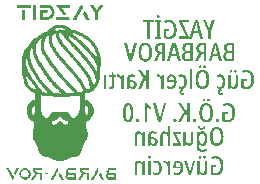
<source format=gbo>
G04*
G04 #@! TF.GenerationSoftware,Altium Limited,Altium Designer,21.0.9 (235)*
G04*
G04 Layer_Color=32896*
%FSLAX25Y25*%
%MOIN*%
G70*
G04*
G04 #@! TF.SameCoordinates,3F70F9B8-B395-4C3D-AA67-83CA4ED45D7C*
G04*
G04*
G04 #@! TF.FilePolarity,Positive*
G04*
G01*
G75*
G36*
X203454Y307641D02*
Y307539D01*
Y307438D01*
Y307336D01*
Y307235D01*
Y307133D01*
Y307032D01*
Y306930D01*
Y306829D01*
X198785D01*
Y306930D01*
Y307032D01*
Y307133D01*
Y307235D01*
Y307336D01*
Y307438D01*
Y307539D01*
Y307641D01*
Y307742D01*
X203454D01*
Y307641D01*
D02*
G37*
G36*
X211980Y307742D02*
X216649D01*
Y307641D01*
Y307539D01*
Y307438D01*
Y307336D01*
Y307235D01*
Y307133D01*
Y307032D01*
Y306930D01*
Y306829D01*
X213909D01*
Y306727D01*
Y306626D01*
Y306524D01*
X214010D01*
Y306423D01*
X214112D01*
Y306321D01*
X214213D01*
Y306220D01*
X214315D01*
Y306118D01*
X214213D01*
Y306017D01*
X214416D01*
Y305915D01*
X214518D01*
Y305814D01*
Y305712D01*
Y305611D01*
X214721D01*
Y305509D01*
X214822D01*
Y305408D01*
X214924D01*
Y305306D01*
Y305205D01*
Y305103D01*
X215025D01*
Y305001D01*
X215228D01*
Y304900D01*
X215330D01*
Y304799D01*
Y304697D01*
Y304595D01*
X215431D01*
Y304494D01*
X214315D01*
Y304595D01*
X214213D01*
Y304697D01*
X214112D01*
Y304799D01*
X214010D01*
Y304900D01*
X213909D01*
Y305001D01*
Y305103D01*
Y305205D01*
X213706D01*
Y305306D01*
X213604D01*
Y305408D01*
X213706D01*
Y305509D01*
X213503D01*
Y305611D01*
X213401D01*
Y305712D01*
Y305814D01*
X213300D01*
Y305915D01*
Y306017D01*
X213097D01*
Y306118D01*
Y306220D01*
X212995D01*
Y306321D01*
X212894D01*
Y306423D01*
Y306524D01*
X212792D01*
Y306626D01*
X212691D01*
Y306727D01*
X212589D01*
Y306829D01*
X212488D01*
Y306930D01*
Y307032D01*
X212386D01*
Y307133D01*
X212285D01*
Y307235D01*
Y307336D01*
Y307438D01*
X212082D01*
Y307539D01*
X211980D01*
Y307641D01*
X211879D01*
Y307742D01*
Y307844D01*
X211980D01*
Y307742D01*
D02*
G37*
G36*
X209341Y307641D02*
X209849D01*
Y307539D01*
X210153D01*
Y307438D01*
X210255D01*
Y307336D01*
Y307235D01*
X210458D01*
Y307133D01*
X210661D01*
Y307032D01*
X210762D01*
Y306930D01*
X210864D01*
Y306829D01*
X210965D01*
Y306727D01*
Y306626D01*
Y306524D01*
X211067D01*
Y306423D01*
Y306321D01*
X211168D01*
Y306220D01*
X211270D01*
Y306118D01*
X211168D01*
Y306017D01*
X211371D01*
Y305915D01*
Y305814D01*
Y305712D01*
Y305611D01*
Y305509D01*
X211473D01*
Y305408D01*
Y305306D01*
Y305205D01*
Y305103D01*
Y305001D01*
Y304900D01*
X211371D01*
Y304799D01*
Y304697D01*
Y304595D01*
Y304494D01*
Y304393D01*
X211168D01*
Y304291D01*
X211270D01*
Y304189D01*
X211168D01*
Y304088D01*
X211067D01*
Y303987D01*
Y303885D01*
X210965D01*
Y303783D01*
X210864D01*
Y303682D01*
Y303580D01*
Y303479D01*
X210762D01*
Y303378D01*
X210661D01*
Y303276D01*
X210356D01*
Y303174D01*
X210255D01*
Y303073D01*
Y302972D01*
X209950D01*
Y302870D01*
X209747D01*
Y302768D01*
X209341D01*
Y302667D01*
X206499D01*
Y302768D01*
X206601D01*
Y302870D01*
Y302972D01*
Y303073D01*
Y303174D01*
Y303276D01*
Y303378D01*
Y303479D01*
Y303580D01*
Y303682D01*
Y303783D01*
Y303885D01*
Y303987D01*
Y304088D01*
Y304189D01*
Y304291D01*
Y304393D01*
Y304494D01*
Y304595D01*
Y304697D01*
Y304799D01*
Y304900D01*
Y305001D01*
Y305103D01*
Y305205D01*
Y305306D01*
Y305408D01*
Y305509D01*
Y305611D01*
Y305712D01*
X206499D01*
Y305814D01*
Y305915D01*
X209341D01*
Y305814D01*
X209240D01*
Y305712D01*
Y305611D01*
Y305509D01*
X209037D01*
Y305408D01*
Y305306D01*
X208935D01*
Y305205D01*
Y305103D01*
Y305001D01*
X208834D01*
Y304900D01*
X207514D01*
Y304799D01*
Y304697D01*
Y304595D01*
Y304494D01*
Y304393D01*
Y304291D01*
Y304189D01*
Y304088D01*
Y303987D01*
Y303885D01*
Y303783D01*
Y303682D01*
Y303580D01*
X209341D01*
Y303682D01*
X209646D01*
Y303783D01*
X209747D01*
Y303885D01*
X209849D01*
Y303987D01*
X209950D01*
Y304088D01*
X210052D01*
Y304189D01*
X210153D01*
Y304291D01*
X210255D01*
Y304393D01*
Y304494D01*
X210356D01*
Y304595D01*
Y304697D01*
X210458D01*
Y304799D01*
Y304900D01*
Y305001D01*
Y305103D01*
Y305205D01*
Y305306D01*
Y305408D01*
Y305509D01*
Y305611D01*
Y305712D01*
X210356D01*
Y305814D01*
Y305915D01*
Y306017D01*
X210255D01*
Y306118D01*
X210153D01*
Y306220D01*
X210052D01*
Y306321D01*
X209950D01*
Y306423D01*
X209849D01*
Y306524D01*
X209747D01*
Y306626D01*
X209646D01*
Y306727D01*
X209443D01*
Y306829D01*
X206499D01*
Y306930D01*
X206601D01*
Y307032D01*
Y307133D01*
Y307235D01*
Y307336D01*
Y307438D01*
Y307539D01*
Y307641D01*
X206499D01*
Y307742D01*
X209341D01*
Y307641D01*
D02*
G37*
G36*
X223145Y307742D02*
X224160D01*
Y307641D01*
X224363D01*
Y307539D01*
X224465D01*
Y307438D01*
X224566D01*
Y307336D01*
Y307235D01*
Y307133D01*
X224668D01*
Y307032D01*
X224871D01*
Y306930D01*
X224972D01*
Y306829D01*
Y306727D01*
Y306626D01*
X225074D01*
Y306524D01*
X225175D01*
Y306423D01*
Y306321D01*
Y306220D01*
X225378D01*
Y306118D01*
X225581D01*
Y306220D01*
Y306321D01*
X225683D01*
Y306423D01*
X225886D01*
Y306524D01*
X225784D01*
Y306626D01*
X225886D01*
Y306727D01*
X225987D01*
Y306829D01*
X226089D01*
Y306930D01*
X226190D01*
Y307032D01*
Y307133D01*
X226292D01*
Y307235D01*
X226393D01*
Y307336D01*
X226495D01*
Y307438D01*
X226596D01*
Y307539D01*
Y307641D01*
X226698D01*
Y307742D01*
X227815D01*
Y307641D01*
Y307539D01*
X227713D01*
Y307438D01*
X227611D01*
Y307336D01*
X227510D01*
Y307235D01*
Y307133D01*
Y307032D01*
X227409D01*
Y306930D01*
X227205D01*
Y306829D01*
Y306727D01*
Y306626D01*
X227104D01*
Y306524D01*
X227003D01*
Y306423D01*
X226799D01*
Y306321D01*
Y306220D01*
Y306118D01*
X226698D01*
Y306017D01*
X226596D01*
Y305915D01*
X226393D01*
Y305814D01*
X226495D01*
Y305712D01*
X226393D01*
Y305611D01*
X226292D01*
Y305509D01*
X226190D01*
Y305408D01*
Y305306D01*
X226089D01*
Y305205D01*
X225987D01*
Y305103D01*
X225886D01*
Y305001D01*
Y304900D01*
Y304799D01*
Y304697D01*
Y304595D01*
Y304494D01*
Y304393D01*
Y304291D01*
Y304189D01*
Y304088D01*
Y303987D01*
Y303885D01*
Y303783D01*
Y303682D01*
Y303580D01*
Y303479D01*
Y303378D01*
Y303276D01*
Y303174D01*
Y303073D01*
Y302972D01*
Y302870D01*
Y302768D01*
X225987D01*
Y302667D01*
X224972D01*
Y302768D01*
Y302870D01*
Y302972D01*
Y303073D01*
Y303174D01*
Y303276D01*
Y303378D01*
Y303479D01*
Y303580D01*
Y303682D01*
Y303783D01*
Y303885D01*
Y303987D01*
Y304088D01*
Y304189D01*
Y304291D01*
Y304393D01*
Y304494D01*
Y304595D01*
Y304697D01*
Y304799D01*
Y304900D01*
Y305001D01*
Y305103D01*
Y305205D01*
Y305306D01*
X224769D01*
Y305408D01*
X224668D01*
Y305509D01*
X224566D01*
Y305611D01*
Y305712D01*
Y305814D01*
X224363D01*
Y305915D01*
X224262D01*
Y306017D01*
X224363D01*
Y306118D01*
X224262D01*
Y306220D01*
X224160D01*
Y306321D01*
X224059D01*
Y306423D01*
X223957D01*
Y306524D01*
Y306626D01*
X223856D01*
Y306727D01*
X223754D01*
Y306829D01*
X223653D01*
Y306930D01*
X223551D01*
Y307032D01*
Y307133D01*
Y307235D01*
X223348D01*
Y307336D01*
X223247D01*
Y307438D01*
X223145D01*
Y307539D01*
Y307641D01*
X223044D01*
Y307742D01*
Y307844D01*
X223145D01*
Y307742D01*
D02*
G37*
G36*
X220506Y307641D02*
Y307539D01*
X220608D01*
Y307438D01*
Y307336D01*
Y307235D01*
X220811D01*
Y307133D01*
X220912D01*
Y307032D01*
X220811D01*
Y306930D01*
X221014D01*
Y306829D01*
X220912D01*
Y306727D01*
Y306626D01*
Y306524D01*
X220811D01*
Y306423D01*
X220608D01*
Y306321D01*
Y306220D01*
X220506D01*
Y306118D01*
Y306017D01*
Y305915D01*
X220303D01*
Y305814D01*
X220405D01*
Y305712D01*
X220303D01*
Y305611D01*
X220202D01*
Y305509D01*
Y305408D01*
X220100D01*
Y305306D01*
X219999D01*
Y305205D01*
Y305103D01*
Y305001D01*
X219796D01*
Y304900D01*
X219897D01*
Y304799D01*
X219694D01*
Y304697D01*
Y304595D01*
Y304494D01*
X219593D01*
Y304393D01*
Y304291D01*
X219491D01*
Y304189D01*
X219390D01*
Y304088D01*
X219288D01*
Y303987D01*
X219390D01*
Y303885D01*
X219187D01*
Y303783D01*
Y303682D01*
X219085D01*
Y303580D01*
Y303479D01*
Y303378D01*
X218984D01*
Y303276D01*
Y303174D01*
X218882D01*
Y303073D01*
X218781D01*
Y302972D01*
X218882D01*
Y302870D01*
X218781D01*
Y302768D01*
X218578D01*
Y302667D01*
X217461D01*
Y302768D01*
Y302870D01*
X217563D01*
Y302972D01*
Y303073D01*
X217664D01*
Y303174D01*
Y303276D01*
Y303378D01*
X217766D01*
Y303479D01*
X217969D01*
Y303580D01*
Y303682D01*
X218070D01*
Y303783D01*
Y303885D01*
Y303987D01*
X218273D01*
Y304088D01*
X218172D01*
Y304189D01*
X218273D01*
Y304291D01*
X218375D01*
Y304393D01*
Y304494D01*
X218476D01*
Y304595D01*
X218578D01*
Y304697D01*
Y304799D01*
Y304900D01*
X218781D01*
Y305001D01*
X218679D01*
Y305103D01*
X218882D01*
Y305205D01*
Y305306D01*
Y305408D01*
X218984D01*
Y305509D01*
Y305611D01*
X219085D01*
Y305712D01*
X219187D01*
Y305814D01*
X219288D01*
Y305915D01*
X219187D01*
Y306017D01*
X219390D01*
Y306118D01*
Y306220D01*
X219491D01*
Y306321D01*
Y306423D01*
Y306524D01*
X219593D01*
Y306626D01*
Y306727D01*
X219694D01*
Y306829D01*
Y306930D01*
X219897D01*
Y307032D01*
Y307133D01*
X219999D01*
Y307235D01*
Y307336D01*
Y307438D01*
X220100D01*
Y307539D01*
Y307641D01*
X220202D01*
Y307742D01*
X220506D01*
Y307641D01*
D02*
G37*
G36*
X216243Y303479D02*
X216345D01*
Y303378D01*
X216243D01*
Y303276D01*
X216345D01*
Y303174D01*
X216446D01*
Y303073D01*
X216548D01*
Y302972D01*
X216649D01*
Y302870D01*
Y302768D01*
Y302667D01*
X211980D01*
Y302768D01*
Y302870D01*
Y302972D01*
Y303073D01*
Y303174D01*
Y303276D01*
Y303378D01*
Y303479D01*
Y303580D01*
X216243D01*
Y303479D01*
D02*
G37*
G36*
X205383Y307641D02*
Y307539D01*
Y307438D01*
Y307336D01*
Y307235D01*
Y307133D01*
Y307032D01*
Y306930D01*
Y306829D01*
Y306727D01*
Y306626D01*
Y306524D01*
Y306423D01*
Y306321D01*
Y306220D01*
Y306118D01*
Y306017D01*
Y305915D01*
Y305814D01*
Y305712D01*
Y305611D01*
Y305509D01*
Y305408D01*
Y305306D01*
Y305205D01*
Y305103D01*
Y305001D01*
Y304900D01*
Y304799D01*
Y304697D01*
Y304595D01*
Y304494D01*
Y304393D01*
Y304291D01*
Y304189D01*
Y304088D01*
Y303987D01*
Y303885D01*
Y303783D01*
Y303682D01*
Y303580D01*
Y303479D01*
Y303378D01*
Y303276D01*
Y303174D01*
Y303073D01*
Y302972D01*
Y302870D01*
Y302768D01*
Y302667D01*
X204368D01*
Y302768D01*
Y302870D01*
Y302972D01*
Y303073D01*
Y303174D01*
Y303276D01*
Y303378D01*
Y303479D01*
Y303580D01*
Y303682D01*
Y303783D01*
Y303885D01*
Y303987D01*
Y304088D01*
Y304189D01*
Y304291D01*
Y304393D01*
Y304494D01*
Y304595D01*
Y304697D01*
Y304799D01*
Y304900D01*
Y305001D01*
Y305103D01*
Y305205D01*
Y305306D01*
Y305408D01*
Y305509D01*
Y305611D01*
Y305712D01*
Y305814D01*
Y305915D01*
Y306017D01*
Y306118D01*
Y306220D01*
Y306321D01*
Y306423D01*
Y306524D01*
Y306626D01*
Y306727D01*
Y306829D01*
Y306930D01*
Y307032D01*
Y307133D01*
Y307235D01*
Y307336D01*
Y307438D01*
Y307539D01*
Y307641D01*
Y307742D01*
X205383D01*
Y307641D01*
D02*
G37*
G36*
X201729Y305814D02*
Y305712D01*
Y305611D01*
Y305509D01*
Y305408D01*
Y305306D01*
Y305205D01*
Y305103D01*
Y305001D01*
Y304900D01*
Y304799D01*
Y304697D01*
Y304595D01*
Y304494D01*
Y304393D01*
Y304291D01*
Y304189D01*
Y304088D01*
Y303987D01*
Y303885D01*
Y303783D01*
Y303682D01*
Y303580D01*
Y303479D01*
Y303378D01*
Y303276D01*
Y303174D01*
Y303073D01*
Y302972D01*
Y302870D01*
Y302768D01*
Y302667D01*
X200713D01*
Y302768D01*
Y302870D01*
Y302972D01*
Y303073D01*
Y303174D01*
Y303276D01*
Y303378D01*
Y303479D01*
Y303580D01*
Y303682D01*
Y303783D01*
Y303885D01*
Y303987D01*
Y304088D01*
Y304189D01*
Y304291D01*
Y304393D01*
Y304494D01*
Y304595D01*
Y304697D01*
Y304799D01*
Y304900D01*
Y305001D01*
Y305103D01*
Y305205D01*
Y305306D01*
Y305408D01*
Y305509D01*
Y305611D01*
Y305712D01*
Y305814D01*
Y305915D01*
X201729D01*
Y305814D01*
D02*
G37*
G36*
X221623Y305611D02*
Y305509D01*
X221724D01*
Y305408D01*
Y305306D01*
X221826D01*
Y305205D01*
X221927D01*
Y305103D01*
X221826D01*
Y305001D01*
X222029D01*
Y304900D01*
X222130D01*
Y304799D01*
Y304697D01*
Y304595D01*
X222232D01*
Y304494D01*
Y304393D01*
X222435D01*
Y304291D01*
Y304189D01*
Y304088D01*
X222536D01*
Y303987D01*
Y303885D01*
X222638D01*
Y303783D01*
X222739D01*
Y303682D01*
Y303580D01*
Y303479D01*
X222942D01*
Y303378D01*
X222841D01*
Y303276D01*
X222942D01*
Y303174D01*
X223044D01*
Y303073D01*
Y302972D01*
X223145D01*
Y302870D01*
Y302768D01*
X223247D01*
Y302667D01*
X223348D01*
Y302566D01*
X223145D01*
Y302667D01*
X222029D01*
Y302768D01*
Y302870D01*
X221927D01*
Y302972D01*
Y303073D01*
X221826D01*
Y303174D01*
X221724D01*
Y303276D01*
X221623D01*
Y303378D01*
Y303479D01*
X221521D01*
Y303580D01*
Y303682D01*
Y303783D01*
X221420D01*
Y303885D01*
Y303987D01*
X221217D01*
Y304088D01*
Y304189D01*
Y304291D01*
X221115D01*
Y304393D01*
Y304494D01*
X221014D01*
Y304595D01*
X220912D01*
Y304697D01*
Y304799D01*
X221014D01*
Y304900D01*
Y305001D01*
X221115D01*
Y305103D01*
Y305205D01*
X221217D01*
Y305306D01*
X221318D01*
Y305408D01*
X221217D01*
Y305509D01*
X221420D01*
Y305611D01*
Y305712D01*
X221623D01*
Y305611D01*
D02*
G37*
G36*
X213807Y301043D02*
X214416D01*
Y300941D01*
X214822D01*
Y300840D01*
X215127D01*
Y300739D01*
X215330D01*
Y300637D01*
X215431D01*
Y300535D01*
X215634D01*
Y300434D01*
X215837D01*
Y300332D01*
X216040D01*
Y300231D01*
X216142D01*
Y300130D01*
X216243D01*
Y300028D01*
X216446D01*
Y299926D01*
X216548D01*
Y299825D01*
X216649D01*
Y299724D01*
X216751D01*
Y299622D01*
X216852D01*
Y299520D01*
Y299419D01*
X217563D01*
Y299318D01*
X218172D01*
Y299216D01*
X218476D01*
Y299114D01*
X218781D01*
Y299013D01*
X219085D01*
Y298911D01*
X219390D01*
Y298810D01*
X219694D01*
Y298708D01*
X219897D01*
Y298607D01*
X219999D01*
Y298505D01*
X220303D01*
Y298404D01*
X220506D01*
Y298302D01*
X220709D01*
Y298201D01*
X220912D01*
Y298099D01*
X221014D01*
Y297998D01*
X221217D01*
Y297896D01*
X221420D01*
Y297795D01*
X221623D01*
Y297693D01*
X221724D01*
Y297592D01*
X221826D01*
Y297490D01*
X222029D01*
Y297389D01*
X222232D01*
Y297287D01*
X222333D01*
Y297186D01*
X222536D01*
Y297084D01*
Y296983D01*
X222739D01*
Y296881D01*
X222841D01*
Y296780D01*
X223044D01*
Y296678D01*
X223145D01*
Y296577D01*
X223247D01*
Y296475D01*
X223348D01*
Y296374D01*
X223551D01*
Y296272D01*
X223653D01*
Y296171D01*
X223754D01*
Y296069D01*
Y295968D01*
X223957D01*
Y295866D01*
X224059D01*
Y295765D01*
X224160D01*
Y295663D01*
Y295562D01*
X224262D01*
Y295460D01*
X224363D01*
Y295359D01*
X224465D01*
Y295257D01*
X224566D01*
Y295156D01*
X224668D01*
Y295054D01*
Y294953D01*
X224769D01*
Y294851D01*
X224871D01*
Y294750D01*
X224972D01*
Y294648D01*
X225074D01*
Y294547D01*
Y294445D01*
X225175D01*
Y294344D01*
Y294242D01*
X225277D01*
Y294141D01*
X225378D01*
Y294039D01*
Y293938D01*
X225480D01*
Y293836D01*
X225581D01*
Y293735D01*
Y293633D01*
X225683D01*
Y293532D01*
Y293430D01*
Y293329D01*
X225784D01*
Y293227D01*
Y293126D01*
X225886D01*
Y293024D01*
X225987D01*
Y292923D01*
Y292821D01*
X226089D01*
Y292720D01*
Y292618D01*
Y292517D01*
X226190D01*
Y292415D01*
Y292314D01*
Y292212D01*
X226292D01*
Y292111D01*
Y292009D01*
Y291908D01*
Y291806D01*
X226495D01*
Y291705D01*
Y291603D01*
Y291502D01*
Y291400D01*
X226596D01*
Y291299D01*
Y291197D01*
Y291096D01*
Y290994D01*
X226698D01*
Y290893D01*
Y290791D01*
Y290690D01*
Y290588D01*
Y290487D01*
Y290385D01*
X226799D01*
Y290284D01*
Y290182D01*
Y290081D01*
Y289979D01*
Y289878D01*
Y289776D01*
X226901D01*
Y289675D01*
Y289573D01*
Y289472D01*
Y289370D01*
Y289269D01*
X227003D01*
Y289167D01*
Y289066D01*
Y288964D01*
Y288863D01*
Y288761D01*
Y288660D01*
X227104D01*
Y288558D01*
X227003D01*
Y288457D01*
X226901D01*
Y288355D01*
Y288254D01*
Y288152D01*
Y288051D01*
Y287949D01*
Y287848D01*
Y287746D01*
Y287645D01*
Y287543D01*
Y287442D01*
X226799D01*
Y287340D01*
Y287239D01*
Y287137D01*
Y287036D01*
X226596D01*
Y286934D01*
X226698D01*
Y286833D01*
Y286731D01*
Y286630D01*
Y286528D01*
Y286427D01*
Y286325D01*
Y286224D01*
Y286122D01*
Y286021D01*
Y285919D01*
Y285818D01*
Y285716D01*
Y285615D01*
Y285513D01*
Y285412D01*
Y285310D01*
Y285209D01*
Y285107D01*
Y285006D01*
Y284904D01*
Y284803D01*
Y284701D01*
Y284600D01*
Y284498D01*
Y284397D01*
Y284295D01*
Y284194D01*
Y284092D01*
Y283991D01*
Y283889D01*
X226596D01*
Y283788D01*
Y283686D01*
Y283585D01*
Y283483D01*
Y283382D01*
Y283280D01*
Y283179D01*
Y283077D01*
Y282976D01*
X226495D01*
Y282874D01*
Y282773D01*
X226393D01*
Y282671D01*
X226495D01*
Y282570D01*
X226393D01*
Y282468D01*
X226292D01*
Y282367D01*
Y282265D01*
Y282164D01*
X226190D01*
Y282062D01*
Y281961D01*
Y281859D01*
Y281758D01*
X226089D01*
Y281656D01*
Y281555D01*
X225987D01*
Y281453D01*
Y281352D01*
X225886D01*
Y281250D01*
X225784D01*
Y281149D01*
Y281047D01*
Y280946D01*
X225683D01*
Y280844D01*
Y280743D01*
X225581D01*
Y280641D01*
Y280540D01*
X225480D01*
Y280438D01*
X225378D01*
Y280337D01*
X225277D01*
Y280235D01*
Y280134D01*
X225175D01*
Y280032D01*
X225074D01*
Y279931D01*
X224972D01*
Y279829D01*
Y279728D01*
X224769D01*
Y279626D01*
X224668D01*
Y279525D01*
Y279423D01*
X224566D01*
Y279322D01*
Y279220D01*
X224465D01*
Y279119D01*
X224363D01*
Y279017D01*
X224262D01*
Y278916D01*
X223957D01*
Y278814D01*
X223653D01*
Y278713D01*
X223450D01*
Y278611D01*
X223247D01*
Y278510D01*
X222739D01*
Y278408D01*
X221826D01*
Y278307D01*
X221724D01*
Y278205D01*
Y278104D01*
X221623D01*
Y278002D01*
Y277901D01*
Y277799D01*
Y277698D01*
Y277596D01*
X221724D01*
Y277495D01*
X221623D01*
Y277393D01*
Y277292D01*
Y277190D01*
Y277089D01*
Y276987D01*
Y276886D01*
Y276784D01*
Y276683D01*
Y276581D01*
Y276480D01*
Y276378D01*
Y276277D01*
Y276175D01*
X221927D01*
Y276074D01*
X222232D01*
Y275972D01*
X222435D01*
Y275871D01*
X222536D01*
Y275769D01*
X222739D01*
Y275668D01*
X222841D01*
Y275566D01*
X223044D01*
Y275465D01*
X223145D01*
Y275363D01*
X223247D01*
Y275262D01*
X223348D01*
Y275160D01*
X223450D01*
Y275059D01*
X223551D01*
Y274957D01*
X223653D01*
Y274856D01*
X223754D01*
Y274754D01*
Y274653D01*
X223856D01*
Y274551D01*
X223957D01*
Y274449D01*
Y274348D01*
X224059D01*
Y274247D01*
Y274145D01*
X224160D01*
Y274043D01*
Y273942D01*
Y273840D01*
X224262D01*
Y273739D01*
Y273638D01*
Y273536D01*
Y273434D01*
X224363D01*
Y273333D01*
X224465D01*
Y273232D01*
Y273130D01*
Y273028D01*
Y272927D01*
Y272826D01*
Y272724D01*
Y272622D01*
Y272521D01*
X224566D01*
Y272420D01*
Y272318D01*
X224465D01*
Y272217D01*
Y272115D01*
Y272013D01*
Y271912D01*
Y271811D01*
Y271709D01*
Y271607D01*
Y271506D01*
X224363D01*
Y271405D01*
X224262D01*
Y271303D01*
Y271201D01*
Y271100D01*
Y270999D01*
X224160D01*
Y270897D01*
Y270795D01*
Y270694D01*
X224059D01*
Y270592D01*
Y270491D01*
X223957D01*
Y270390D01*
X223856D01*
Y270288D01*
Y270186D01*
X223754D01*
Y270085D01*
X223653D01*
Y269984D01*
Y269882D01*
X223551D01*
Y269780D01*
X223450D01*
Y269679D01*
X223348D01*
Y269578D01*
X223247D01*
Y269476D01*
X223145D01*
Y269374D01*
X222942D01*
Y269273D01*
X222841D01*
Y269172D01*
X222739D01*
Y269070D01*
X222536D01*
Y268969D01*
X222333D01*
Y268867D01*
X222130D01*
Y268765D01*
X222029D01*
Y268664D01*
Y268562D01*
Y268461D01*
Y268359D01*
Y268258D01*
Y268156D01*
Y268055D01*
Y267953D01*
Y267852D01*
Y267750D01*
Y267649D01*
Y267547D01*
Y267446D01*
Y267344D01*
Y267243D01*
Y267141D01*
Y267040D01*
Y266938D01*
Y266837D01*
Y266735D01*
Y266634D01*
Y266532D01*
Y266431D01*
X222130D01*
Y266329D01*
Y266228D01*
Y266126D01*
Y266025D01*
X222232D01*
Y265923D01*
Y265822D01*
X222333D01*
Y265720D01*
Y265619D01*
Y265517D01*
Y265416D01*
Y265314D01*
X222435D01*
Y265213D01*
Y265111D01*
Y265010D01*
Y264908D01*
Y264807D01*
Y264705D01*
Y264604D01*
Y264502D01*
Y264401D01*
Y264299D01*
Y264198D01*
Y264096D01*
Y263995D01*
Y263893D01*
Y263792D01*
Y263690D01*
Y263589D01*
X222333D01*
Y263487D01*
Y263386D01*
Y263284D01*
Y263183D01*
Y263081D01*
X222232D01*
Y262980D01*
X222130D01*
Y262878D01*
Y262777D01*
Y262675D01*
X222029D01*
Y262574D01*
Y262472D01*
X221927D01*
Y262371D01*
Y262269D01*
X221724D01*
Y262168D01*
Y262066D01*
Y261965D01*
X221623D01*
Y261863D01*
X221521D01*
Y261762D01*
X221420D01*
Y261660D01*
Y261559D01*
X221318D01*
Y261457D01*
Y261356D01*
Y261254D01*
X221115D01*
Y261153D01*
Y261051D01*
Y260950D01*
X221014D01*
Y260848D01*
Y260747D01*
Y260645D01*
X220912D01*
Y260544D01*
X220811D01*
Y260442D01*
Y260341D01*
Y260239D01*
Y260138D01*
X220709D01*
Y260036D01*
Y259935D01*
Y259833D01*
Y259732D01*
Y259630D01*
Y259529D01*
X220608D01*
Y259427D01*
Y259326D01*
Y259224D01*
X220506D01*
Y259123D01*
X220405D01*
Y259021D01*
Y258920D01*
Y258818D01*
Y258717D01*
X220303D01*
Y258615D01*
X220202D01*
Y258514D01*
Y258412D01*
X220100D01*
Y258311D01*
X219999D01*
Y258209D01*
Y258108D01*
X219897D01*
Y258006D01*
Y257905D01*
X219796D01*
Y257803D01*
X219694D01*
Y257702D01*
X219593D01*
Y257600D01*
X219491D01*
Y257499D01*
X219288D01*
Y257397D01*
X219187D01*
Y257296D01*
X218984D01*
Y257194D01*
X218781D01*
Y257093D01*
X217360D01*
Y256991D01*
X217157D01*
Y256890D01*
X216852D01*
Y256788D01*
X216649D01*
Y256687D01*
X216446D01*
Y256585D01*
X216243D01*
Y256484D01*
X216142D01*
Y256382D01*
X215939D01*
Y256281D01*
X215736D01*
Y256179D01*
X215330D01*
Y256078D01*
X215228D01*
Y255976D01*
X214924D01*
Y255875D01*
X214619D01*
Y255773D01*
X214315D01*
Y255672D01*
X212488D01*
Y255773D01*
X211980D01*
Y255875D01*
X211574D01*
Y255976D01*
X211371D01*
Y256078D01*
X211168D01*
Y256179D01*
X210864D01*
Y256281D01*
X210661D01*
Y256382D01*
X210458D01*
Y256484D01*
X210356D01*
Y256585D01*
X210052D01*
Y256687D01*
X209849D01*
Y256788D01*
X209646D01*
Y256890D01*
X209341D01*
Y256991D01*
X209138D01*
Y257093D01*
X207819D01*
Y257194D01*
X207514D01*
Y257296D01*
X207311D01*
Y257397D01*
X207210D01*
Y257499D01*
X207108D01*
Y257600D01*
X207007D01*
Y257702D01*
X206905D01*
Y257803D01*
X206804D01*
Y257905D01*
X206702D01*
Y258006D01*
X206601D01*
Y258108D01*
Y258209D01*
Y258311D01*
X206398D01*
Y258412D01*
X206296D01*
Y258514D01*
Y258615D01*
Y258717D01*
X206195D01*
Y258818D01*
Y258920D01*
Y259021D01*
X206093D01*
Y259123D01*
X205992D01*
Y259224D01*
Y259326D01*
Y259427D01*
X205890D01*
Y259529D01*
Y259630D01*
Y259732D01*
Y259833D01*
Y259935D01*
X205789D01*
Y260036D01*
Y260138D01*
Y260239D01*
X205687D01*
Y260341D01*
Y260442D01*
Y260544D01*
Y260645D01*
X205586D01*
Y260747D01*
Y260848D01*
X205484D01*
Y260950D01*
X205383D01*
Y261051D01*
Y261153D01*
Y261254D01*
X205281D01*
Y261356D01*
Y261457D01*
X205180D01*
Y261559D01*
Y261660D01*
X205078D01*
Y261762D01*
Y261863D01*
X204977D01*
Y261965D01*
X204875D01*
Y262066D01*
Y262168D01*
X204774D01*
Y262269D01*
X204672D01*
Y262371D01*
Y262472D01*
X204571D01*
Y262574D01*
X204469D01*
Y262675D01*
Y262777D01*
X204368D01*
Y262878D01*
Y262980D01*
Y263081D01*
X204266D01*
Y263183D01*
Y263284D01*
Y263386D01*
Y263487D01*
X204165D01*
Y263589D01*
Y263690D01*
Y263792D01*
Y263893D01*
Y263995D01*
Y264096D01*
Y264198D01*
Y264299D01*
X204063D01*
Y264401D01*
Y264502D01*
X204165D01*
Y264604D01*
Y264705D01*
Y264807D01*
Y264908D01*
Y265010D01*
Y265111D01*
Y265213D01*
Y265314D01*
Y265416D01*
X204266D01*
Y265517D01*
Y265619D01*
Y265720D01*
Y265822D01*
Y265923D01*
X204368D01*
Y266025D01*
Y266126D01*
Y266228D01*
Y266329D01*
X204469D01*
Y266431D01*
Y266532D01*
Y266634D01*
X204571D01*
Y266735D01*
Y266837D01*
Y266938D01*
Y267040D01*
Y267141D01*
Y267243D01*
Y267344D01*
Y267446D01*
Y267547D01*
Y267649D01*
Y267750D01*
Y267852D01*
Y267953D01*
Y268055D01*
Y268156D01*
Y268258D01*
Y268359D01*
Y268461D01*
Y268562D01*
X204469D01*
Y268664D01*
Y268765D01*
X204368D01*
Y268867D01*
X204165D01*
Y268969D01*
X204063D01*
Y269070D01*
X203860D01*
Y269172D01*
X203759D01*
Y269273D01*
X203556D01*
Y269374D01*
X203454D01*
Y269476D01*
X203353D01*
Y269578D01*
X203251D01*
Y269679D01*
X203150D01*
Y269780D01*
X203048D01*
Y269882D01*
X202947D01*
Y269984D01*
X202845D01*
Y270085D01*
X202744D01*
Y270186D01*
Y270288D01*
X202642D01*
Y270390D01*
Y270491D01*
X202541D01*
Y270592D01*
X202439D01*
Y270694D01*
Y270795D01*
Y270897D01*
X202338D01*
Y270999D01*
Y271100D01*
X202236D01*
Y271201D01*
Y271303D01*
Y271405D01*
Y271506D01*
X202134D01*
Y271607D01*
Y271709D01*
Y271811D01*
Y271912D01*
Y272013D01*
Y272115D01*
Y272217D01*
Y272318D01*
Y272420D01*
Y272521D01*
Y272622D01*
Y272724D01*
Y272826D01*
Y272927D01*
Y273028D01*
Y273130D01*
Y273232D01*
Y273333D01*
X202236D01*
Y273434D01*
Y273536D01*
Y273638D01*
Y273739D01*
X202338D01*
Y273840D01*
Y273942D01*
X202439D01*
Y274043D01*
Y274145D01*
Y274247D01*
X202541D01*
Y274348D01*
X202642D01*
Y274449D01*
Y274551D01*
X202744D01*
Y274653D01*
X202845D01*
Y274754D01*
Y274856D01*
X202947D01*
Y274957D01*
X203048D01*
Y275059D01*
X203150D01*
Y275160D01*
X203251D01*
Y275262D01*
Y275363D01*
X203454D01*
Y275465D01*
X203556D01*
Y275566D01*
X203657D01*
Y275668D01*
X203860D01*
Y275769D01*
X203962D01*
Y275871D01*
X204165D01*
Y275972D01*
X204368D01*
Y276074D01*
X204672D01*
Y276175D01*
X204977D01*
Y276277D01*
Y276378D01*
Y276480D01*
Y276581D01*
Y276683D01*
Y276784D01*
Y276886D01*
Y276987D01*
Y277089D01*
Y277190D01*
Y277292D01*
Y277393D01*
Y277495D01*
Y277596D01*
Y277698D01*
Y277799D01*
Y277901D01*
Y278002D01*
Y278104D01*
Y278205D01*
Y278307D01*
X204875D01*
Y278408D01*
X204571D01*
Y278510D01*
X204368D01*
Y278611D01*
X204063D01*
Y278713D01*
X203962D01*
Y278814D01*
X203759D01*
Y278916D01*
X203657D01*
Y279017D01*
X203454D01*
Y279119D01*
X203251D01*
Y279220D01*
X203150D01*
Y279322D01*
X203048D01*
Y279423D01*
X202947D01*
Y279525D01*
X202744D01*
Y279626D01*
X202642D01*
Y279728D01*
X202541D01*
Y279829D01*
X202439D01*
Y279931D01*
X202338D01*
Y280032D01*
X202236D01*
Y280134D01*
Y280235D01*
X202134D01*
Y280337D01*
X202033D01*
Y280438D01*
X201932D01*
Y280540D01*
Y280641D01*
X201830D01*
Y280743D01*
X201729D01*
Y280844D01*
Y280946D01*
Y281047D01*
X201627D01*
Y281149D01*
Y281250D01*
X201525D01*
Y281352D01*
Y281453D01*
X201424D01*
Y281555D01*
Y281656D01*
X201323D01*
Y281758D01*
Y281859D01*
Y281961D01*
X201221D01*
Y282062D01*
Y282164D01*
Y282265D01*
Y282367D01*
X201119D01*
Y282468D01*
Y282570D01*
Y282671D01*
Y282773D01*
Y282874D01*
X201018D01*
Y282976D01*
Y283077D01*
X200917D01*
Y283179D01*
Y283280D01*
Y283382D01*
Y283483D01*
Y283585D01*
X200815D01*
Y283686D01*
Y283788D01*
Y283889D01*
Y283991D01*
Y284092D01*
X200713D01*
Y284194D01*
Y284295D01*
Y284397D01*
Y284498D01*
Y284600D01*
Y284701D01*
Y284803D01*
Y284904D01*
Y285006D01*
Y285107D01*
Y285209D01*
X200612D01*
Y285310D01*
Y285412D01*
Y285513D01*
Y285615D01*
Y285716D01*
Y285818D01*
Y285919D01*
Y286021D01*
Y286122D01*
Y286224D01*
Y286325D01*
Y286427D01*
X200511D01*
Y286528D01*
Y286630D01*
Y286731D01*
Y286833D01*
Y286934D01*
Y287036D01*
Y287137D01*
Y287239D01*
Y287340D01*
Y287442D01*
Y287543D01*
Y287645D01*
Y287746D01*
Y287848D01*
Y287949D01*
Y288051D01*
Y288152D01*
Y288254D01*
Y288355D01*
X200612D01*
Y288457D01*
Y288558D01*
Y288660D01*
Y288761D01*
Y288863D01*
Y288964D01*
Y289066D01*
Y289167D01*
Y289269D01*
Y289370D01*
X200511D01*
Y289472D01*
Y289573D01*
Y289675D01*
Y289776D01*
X200612D01*
Y289878D01*
Y289979D01*
Y290081D01*
Y290182D01*
Y290284D01*
X200713D01*
Y290385D01*
Y290487D01*
Y290588D01*
Y290690D01*
X200815D01*
Y290791D01*
Y290893D01*
Y290994D01*
Y291096D01*
X200917D01*
Y291197D01*
Y291299D01*
Y291400D01*
X201018D01*
Y291502D01*
Y291603D01*
X201119D01*
Y291705D01*
Y291806D01*
Y291908D01*
Y292009D01*
X201221D01*
Y292111D01*
Y292212D01*
X201323D01*
Y292314D01*
Y292415D01*
X201424D01*
Y292517D01*
Y292618D01*
X201525D01*
Y292720D01*
Y292821D01*
X201627D01*
Y292923D01*
X201729D01*
Y293024D01*
Y293126D01*
X201830D01*
Y293227D01*
X201932D01*
Y293329D01*
X202033D01*
Y293430D01*
X202134D01*
Y293532D01*
X202236D01*
Y293633D01*
X202338D01*
Y293735D01*
X202642D01*
Y293836D01*
X202744D01*
Y293938D01*
X202845D01*
Y294039D01*
Y294141D01*
X202947D01*
Y294242D01*
Y294344D01*
X203048D01*
Y294445D01*
Y294547D01*
X203150D01*
Y294648D01*
Y294750D01*
X203251D01*
Y294851D01*
Y294953D01*
X203353D01*
Y295054D01*
Y295156D01*
X203454D01*
Y295257D01*
X203556D01*
Y295359D01*
X203657D01*
Y295460D01*
Y295562D01*
X203759D01*
Y295663D01*
Y295765D01*
X203860D01*
Y295866D01*
X203962D01*
Y295968D01*
X204063D01*
Y296069D01*
X204165D01*
Y296171D01*
Y296272D01*
X204266D01*
Y296374D01*
X204368D01*
Y296475D01*
X204571D01*
Y296577D01*
Y296678D01*
X204672D01*
Y296780D01*
X205281D01*
Y296678D01*
X205586D01*
Y296780D01*
X205687D01*
Y296881D01*
X205789D01*
Y296983D01*
X205890D01*
Y297084D01*
X205992D01*
Y297186D01*
X206093D01*
Y297287D01*
X206195D01*
Y297389D01*
X206296D01*
Y297490D01*
X206398D01*
Y297592D01*
X206499D01*
Y297693D01*
X206601D01*
Y297795D01*
X206804D01*
Y297896D01*
X206905D01*
Y297998D01*
X207108D01*
Y298099D01*
X207210D01*
Y298201D01*
X207311D01*
Y298302D01*
X207514D01*
Y298404D01*
X207717D01*
Y298505D01*
X207920D01*
Y298607D01*
X208022D01*
Y298708D01*
X208225D01*
Y298810D01*
X209037D01*
Y298911D01*
X209138D01*
Y299013D01*
X209240D01*
Y299114D01*
X209341D01*
Y299216D01*
X209443D01*
Y299318D01*
X209544D01*
Y299419D01*
X209646D01*
Y299520D01*
X209747D01*
Y299622D01*
X209849D01*
Y299724D01*
X209950D01*
Y299825D01*
X210052D01*
Y299926D01*
X210153D01*
Y300028D01*
X210356D01*
Y300130D01*
X210458D01*
Y300231D01*
X210559D01*
Y300332D01*
X210762D01*
Y300434D01*
X210864D01*
Y300535D01*
X211067D01*
Y300637D01*
X211270D01*
Y300739D01*
X211473D01*
Y300840D01*
X211676D01*
Y300941D01*
X212082D01*
Y301043D01*
X212589D01*
Y301145D01*
X213807D01*
Y301043D01*
D02*
G37*
G36*
X209341Y251612D02*
Y251510D01*
Y251409D01*
Y251307D01*
Y251206D01*
X208022D01*
Y251307D01*
Y251409D01*
X208123D01*
Y251510D01*
Y251612D01*
X208022D01*
Y251713D01*
X209341D01*
Y251612D01*
D02*
G37*
G36*
X199698Y253236D02*
X199495D01*
Y253134D01*
X199597D01*
Y253033D01*
X199394D01*
Y252931D01*
Y252830D01*
Y252728D01*
X199293D01*
Y252627D01*
Y252525D01*
X199191D01*
Y252424D01*
X199090D01*
Y252322D01*
X198988D01*
Y252221D01*
X199090D01*
Y252119D01*
X198887D01*
Y252018D01*
Y251916D01*
X198785D01*
Y251815D01*
Y251713D01*
Y251612D01*
X198684D01*
Y251510D01*
Y251409D01*
X198582D01*
Y251307D01*
X198480D01*
Y251206D01*
X198582D01*
Y251104D01*
X198277D01*
Y251206D01*
Y251307D01*
Y251409D01*
X198176D01*
Y251510D01*
X198074D01*
Y251612D01*
Y251713D01*
X197871D01*
Y251815D01*
X197973D01*
Y251916D01*
X198176D01*
Y252018D01*
Y252119D01*
Y252221D01*
X198277D01*
Y252322D01*
Y252424D01*
X198379D01*
Y252525D01*
X198480D01*
Y252627D01*
X198379D01*
Y252728D01*
X198582D01*
Y252830D01*
Y252931D01*
X198684D01*
Y253033D01*
Y253134D01*
Y253236D01*
X198785D01*
Y253337D01*
X199698D01*
Y253236D01*
D02*
G37*
G36*
X232078D02*
X231976D01*
Y253134D01*
Y253033D01*
Y252931D01*
Y252830D01*
Y252728D01*
X232078D01*
Y252627D01*
X229642D01*
Y252525D01*
X229540D01*
Y252424D01*
X229438D01*
Y252322D01*
Y252221D01*
Y252119D01*
Y252018D01*
X229540D01*
Y251916D01*
X229642D01*
Y251815D01*
X229743D01*
Y251713D01*
X232078D01*
Y251612D01*
X231976D01*
Y251510D01*
Y251409D01*
Y251307D01*
Y251206D01*
Y251104D01*
Y251003D01*
Y250901D01*
Y250800D01*
Y250698D01*
Y250597D01*
Y250495D01*
Y250394D01*
Y250292D01*
Y250191D01*
Y250089D01*
Y249988D01*
Y249886D01*
Y249785D01*
Y249683D01*
Y249582D01*
X232078D01*
Y249480D01*
X229337D01*
Y249582D01*
X229134D01*
Y249683D01*
X228830D01*
Y249785D01*
Y249886D01*
X228728D01*
Y249988D01*
Y250089D01*
X228626D01*
Y250191D01*
Y250292D01*
Y250394D01*
X228525D01*
Y250495D01*
Y250597D01*
Y250698D01*
Y250800D01*
X228626D01*
Y250901D01*
Y251003D01*
Y251104D01*
Y251206D01*
X228728D01*
Y251307D01*
X228830D01*
Y251409D01*
X228931D01*
Y251510D01*
Y251612D01*
Y251713D01*
Y251815D01*
Y251916D01*
X228830D01*
Y252018D01*
X228728D01*
Y252119D01*
Y252221D01*
Y252322D01*
X228830D01*
Y252424D01*
X228931D01*
Y252525D01*
Y252627D01*
X228830D01*
Y252728D01*
X228931D01*
Y252830D01*
X229134D01*
Y252931D01*
Y253033D01*
X229236D01*
Y253134D01*
X229337D01*
Y253236D01*
X229743D01*
Y253337D01*
X232078D01*
Y253236D01*
D02*
G37*
G36*
X226698Y251612D02*
X226799D01*
Y251510D01*
Y251409D01*
Y251307D01*
X227003D01*
Y251206D01*
X227104D01*
Y251104D01*
Y251003D01*
Y250901D01*
X227205D01*
Y250800D01*
Y250698D01*
X227307D01*
Y250597D01*
Y250495D01*
X227409D01*
Y250394D01*
X227510D01*
Y250292D01*
X227409D01*
Y250191D01*
X227611D01*
Y250089D01*
X227713D01*
Y249988D01*
Y249886D01*
Y249785D01*
X227815D01*
Y249683D01*
Y249582D01*
X228017D01*
Y249480D01*
X227104D01*
Y249582D01*
X227003D01*
Y249683D01*
Y249785D01*
X226901D01*
Y249886D01*
X226799D01*
Y249988D01*
X226901D01*
Y250089D01*
X226698D01*
Y250191D01*
Y250292D01*
Y250394D01*
X226596D01*
Y250495D01*
X226495D01*
Y250597D01*
Y250698D01*
X226292D01*
Y250800D01*
Y250901D01*
Y251003D01*
X226190D01*
Y251104D01*
X226393D01*
Y251206D01*
X226292D01*
Y251307D01*
X226495D01*
Y251409D01*
Y251510D01*
Y251612D01*
X226596D01*
Y251713D01*
X226698D01*
Y251612D01*
D02*
G37*
G36*
X225886Y253236D02*
X225987D01*
Y253134D01*
X225886D01*
Y253033D01*
X225987D01*
Y252931D01*
X226089D01*
Y252830D01*
Y252728D01*
X226190D01*
Y252627D01*
Y252525D01*
X226089D01*
Y252424D01*
Y252322D01*
Y252221D01*
X225886D01*
Y252119D01*
X225987D01*
Y252018D01*
X225784D01*
Y251916D01*
Y251815D01*
Y251713D01*
X225683D01*
Y251612D01*
X225581D01*
Y251510D01*
Y251409D01*
X225480D01*
Y251307D01*
X225378D01*
Y251206D01*
X225480D01*
Y251104D01*
X225277D01*
Y251003D01*
Y250901D01*
X225175D01*
Y250800D01*
Y250698D01*
Y250597D01*
X225074D01*
Y250495D01*
X224972D01*
Y250394D01*
Y250292D01*
Y250191D01*
X224769D01*
Y250089D01*
Y249988D01*
X224668D01*
Y249886D01*
Y249785D01*
Y249683D01*
X224566D01*
Y249582D01*
Y249480D01*
X223653D01*
Y249582D01*
Y249683D01*
X223856D01*
Y249785D01*
X223754D01*
Y249886D01*
X223856D01*
Y249988D01*
X223957D01*
Y250089D01*
Y250191D01*
X224059D01*
Y250292D01*
X224160D01*
Y250394D01*
Y250495D01*
Y250597D01*
X224363D01*
Y250698D01*
X224262D01*
Y250800D01*
X224465D01*
Y250901D01*
Y251003D01*
Y251104D01*
X224566D01*
Y251206D01*
Y251307D01*
X224668D01*
Y251409D01*
X224769D01*
Y251510D01*
X224871D01*
Y251612D01*
X224769D01*
Y251713D01*
X224972D01*
Y251815D01*
Y251916D01*
X225074D01*
Y252018D01*
Y252119D01*
Y252221D01*
X225175D01*
Y252322D01*
Y252424D01*
Y252525D01*
X225277D01*
Y252627D01*
X225480D01*
Y252728D01*
Y252830D01*
X225581D01*
Y252931D01*
Y253033D01*
Y253134D01*
X225683D01*
Y253236D01*
Y253337D01*
X225886D01*
Y253236D01*
D02*
G37*
G36*
X223044D02*
Y253134D01*
Y253033D01*
Y252931D01*
Y252830D01*
Y252728D01*
Y252627D01*
X220608D01*
Y252525D01*
Y252424D01*
Y252322D01*
X220811D01*
Y252221D01*
X220912D01*
Y252119D01*
X221115D01*
Y252018D01*
X221217D01*
Y251916D01*
X221521D01*
Y251815D01*
X223044D01*
Y251713D01*
Y251612D01*
Y251510D01*
Y251409D01*
Y251307D01*
Y251206D01*
Y251104D01*
Y251003D01*
Y250901D01*
Y250800D01*
Y250698D01*
Y250597D01*
Y250495D01*
Y250394D01*
Y250292D01*
Y250191D01*
Y250089D01*
Y249988D01*
Y249886D01*
Y249785D01*
Y249683D01*
Y249582D01*
Y249480D01*
X222232D01*
Y249582D01*
X222333D01*
Y249683D01*
Y249785D01*
Y249886D01*
Y249988D01*
Y250089D01*
Y250191D01*
Y250292D01*
Y250394D01*
Y250495D01*
Y250597D01*
Y250698D01*
Y250800D01*
Y250901D01*
Y251003D01*
Y251104D01*
Y251206D01*
X221115D01*
Y251104D01*
X221014D01*
Y251003D01*
Y250901D01*
X220912D01*
Y250800D01*
X220811D01*
Y250698D01*
X220912D01*
Y250597D01*
X220811D01*
Y250495D01*
X220608D01*
Y250394D01*
Y250292D01*
Y250191D01*
X220506D01*
Y250089D01*
Y249988D01*
X220405D01*
Y249886D01*
X220303D01*
Y249785D01*
X220202D01*
Y249683D01*
Y249582D01*
X220100D01*
Y249480D01*
X219390D01*
Y249582D01*
Y249683D01*
X219491D01*
Y249785D01*
X219593D01*
Y249886D01*
Y249988D01*
Y250089D01*
X219694D01*
Y250191D01*
X219897D01*
Y250292D01*
Y250394D01*
X219999D01*
Y250495D01*
Y250597D01*
Y250698D01*
X220100D01*
Y250800D01*
X220202D01*
Y250901D01*
Y251003D01*
Y251104D01*
X220405D01*
Y251206D01*
Y251307D01*
X220506D01*
Y251409D01*
Y251510D01*
Y251612D01*
X220303D01*
Y251713D01*
X220202D01*
Y251815D01*
Y251916D01*
Y252018D01*
X220100D01*
Y252119D01*
X219999D01*
Y252221D01*
Y252322D01*
Y252424D01*
X219897D01*
Y252525D01*
Y252627D01*
X219694D01*
Y252728D01*
X219796D01*
Y252830D01*
Y252931D01*
Y253033D01*
Y253134D01*
Y253236D01*
X219694D01*
Y253337D01*
X223044D01*
Y253236D01*
D02*
G37*
G36*
X218578D02*
Y253134D01*
Y253033D01*
Y252931D01*
Y252830D01*
Y252728D01*
Y252627D01*
X216243D01*
Y252525D01*
X216040D01*
Y252424D01*
Y252322D01*
Y252221D01*
Y252119D01*
Y252018D01*
Y251916D01*
X216243D01*
Y251815D01*
X216345D01*
Y251713D01*
X218578D01*
Y251612D01*
Y251510D01*
Y251409D01*
Y251307D01*
Y251206D01*
Y251104D01*
Y251003D01*
Y250901D01*
Y250800D01*
Y250698D01*
Y250597D01*
Y250495D01*
Y250394D01*
Y250292D01*
Y250191D01*
Y250089D01*
Y249988D01*
Y249886D01*
Y249785D01*
Y249683D01*
Y249582D01*
Y249480D01*
X215939D01*
Y249582D01*
X215634D01*
Y249683D01*
X215431D01*
Y249785D01*
X215330D01*
Y249886D01*
Y249988D01*
Y250089D01*
X215127D01*
Y250191D01*
X215228D01*
Y250292D01*
X215127D01*
Y250394D01*
X215025D01*
Y250495D01*
Y250597D01*
Y250698D01*
Y250800D01*
X215127D01*
Y250901D01*
X215228D01*
Y251003D01*
Y251104D01*
X215127D01*
Y251206D01*
X215228D01*
Y251307D01*
X215431D01*
Y251409D01*
Y251510D01*
Y251612D01*
Y251713D01*
Y251815D01*
Y251916D01*
Y252018D01*
X215330D01*
Y252119D01*
Y252221D01*
Y252322D01*
X215431D01*
Y252424D01*
Y252525D01*
Y252627D01*
Y252728D01*
X215533D01*
Y252830D01*
X215634D01*
Y252931D01*
X215736D01*
Y253033D01*
X215837D01*
Y253134D01*
X215939D01*
Y253236D01*
X216243D01*
Y253337D01*
X218578D01*
Y253236D01*
D02*
G37*
G36*
X213300Y251612D02*
X213401D01*
Y251510D01*
Y251409D01*
Y251307D01*
X213503D01*
Y251206D01*
X213604D01*
Y251104D01*
Y251003D01*
X213706D01*
Y250901D01*
X213807D01*
Y250800D01*
X213706D01*
Y250698D01*
X213909D01*
Y250597D01*
Y250495D01*
Y250394D01*
X214010D01*
Y250292D01*
Y250191D01*
X214213D01*
Y250089D01*
X214315D01*
Y249988D01*
Y249886D01*
Y249785D01*
X214416D01*
Y249683D01*
Y249582D01*
X214518D01*
Y249480D01*
X213604D01*
Y249582D01*
X213503D01*
Y249683D01*
Y249785D01*
Y249886D01*
X213401D01*
Y249988D01*
Y250089D01*
X213300D01*
Y250191D01*
Y250292D01*
X213198D01*
Y250394D01*
X213097D01*
Y250495D01*
X212995D01*
Y250597D01*
Y250698D01*
X212894D01*
Y250800D01*
Y250901D01*
Y251003D01*
X212792D01*
Y251104D01*
X212894D01*
Y251206D01*
Y251307D01*
X212995D01*
Y251409D01*
Y251510D01*
Y251612D01*
X213097D01*
Y251713D01*
X213300D01*
Y251612D01*
D02*
G37*
G36*
X212386Y253236D02*
X212488D01*
Y253134D01*
Y253033D01*
Y252931D01*
X212589D01*
Y252830D01*
Y252728D01*
X212792D01*
Y252627D01*
Y252525D01*
X212589D01*
Y252424D01*
Y252322D01*
Y252221D01*
X212488D01*
Y252119D01*
Y252018D01*
X212386D01*
Y251916D01*
Y251815D01*
Y251713D01*
X212285D01*
Y251612D01*
X212082D01*
Y251510D01*
Y251409D01*
X211980D01*
Y251307D01*
Y251206D01*
Y251104D01*
X211879D01*
Y251003D01*
Y250901D01*
X211777D01*
Y250800D01*
X211676D01*
Y250698D01*
X211777D01*
Y250597D01*
X211676D01*
Y250495D01*
X211473D01*
Y250394D01*
Y250292D01*
Y250191D01*
X211371D01*
Y250089D01*
Y249988D01*
X211270D01*
Y249886D01*
Y249785D01*
Y249683D01*
X211067D01*
Y249582D01*
Y249480D01*
X210255D01*
Y249582D01*
Y249683D01*
X210356D01*
Y249785D01*
Y249886D01*
X210458D01*
Y249988D01*
Y250089D01*
Y250191D01*
X210559D01*
Y250292D01*
X210762D01*
Y250394D01*
Y250495D01*
Y250597D01*
X210864D01*
Y250698D01*
Y250800D01*
X210965D01*
Y250901D01*
Y251003D01*
Y251104D01*
X211168D01*
Y251206D01*
X211067D01*
Y251307D01*
X211168D01*
Y251409D01*
X211371D01*
Y251510D01*
Y251612D01*
Y251713D01*
X211473D01*
Y251815D01*
Y251916D01*
X211574D01*
Y252018D01*
X211676D01*
Y252119D01*
X211574D01*
Y252221D01*
X211777D01*
Y252322D01*
Y252424D01*
Y252525D01*
X211879D01*
Y252627D01*
X211980D01*
Y252728D01*
Y252830D01*
X212082D01*
Y252931D01*
Y253033D01*
Y253134D01*
X212285D01*
Y253236D01*
Y253337D01*
X212386D01*
Y253236D01*
D02*
G37*
G36*
X207413D02*
Y253134D01*
Y253033D01*
Y252931D01*
Y252830D01*
Y252728D01*
Y252627D01*
X204977D01*
Y252525D01*
Y252424D01*
Y252322D01*
X205180D01*
Y252221D01*
X205281D01*
Y252119D01*
X205484D01*
Y252018D01*
X205586D01*
Y251916D01*
X205890D01*
Y251815D01*
X207413D01*
Y251713D01*
Y251612D01*
Y251510D01*
Y251409D01*
Y251307D01*
Y251206D01*
Y251104D01*
Y251003D01*
Y250901D01*
Y250800D01*
Y250698D01*
Y250597D01*
Y250495D01*
Y250394D01*
Y250292D01*
Y250191D01*
Y250089D01*
Y249988D01*
Y249886D01*
Y249785D01*
Y249683D01*
Y249582D01*
Y249480D01*
X206702D01*
Y249582D01*
Y249683D01*
Y249785D01*
Y249886D01*
Y249988D01*
Y250089D01*
Y250191D01*
Y250292D01*
Y250394D01*
Y250495D01*
Y250597D01*
Y250698D01*
Y250800D01*
Y250901D01*
Y251003D01*
Y251104D01*
Y251206D01*
X205586D01*
Y251104D01*
X205383D01*
Y251003D01*
Y250901D01*
X205281D01*
Y250800D01*
Y250698D01*
Y250597D01*
X205180D01*
Y250495D01*
X204977D01*
Y250394D01*
Y250292D01*
Y250191D01*
X204875D01*
Y250089D01*
Y249988D01*
X204774D01*
Y249886D01*
X204672D01*
Y249785D01*
X204571D01*
Y249683D01*
X204672D01*
Y249582D01*
X204571D01*
Y249480D01*
X203759D01*
Y249582D01*
Y249683D01*
X203860D01*
Y249785D01*
X203962D01*
Y249886D01*
Y249988D01*
Y250089D01*
X204063D01*
Y250191D01*
X204266D01*
Y250292D01*
Y250394D01*
X204368D01*
Y250495D01*
Y250597D01*
Y250698D01*
X204469D01*
Y250800D01*
X204672D01*
Y250901D01*
Y251003D01*
Y251104D01*
X204774D01*
Y251206D01*
Y251307D01*
X204875D01*
Y251409D01*
Y251510D01*
Y251612D01*
X204774D01*
Y251713D01*
X204672D01*
Y251815D01*
Y251916D01*
Y252018D01*
X204469D01*
Y252119D01*
X204368D01*
Y252221D01*
Y252322D01*
Y252424D01*
X204266D01*
Y252525D01*
Y252627D01*
X204165D01*
Y252728D01*
Y252830D01*
Y252931D01*
Y253033D01*
Y253134D01*
Y253236D01*
Y253337D01*
X207413D01*
Y253236D01*
D02*
G37*
G36*
X201729D02*
X202236D01*
Y253134D01*
X202642D01*
Y253033D01*
X202744D01*
Y252931D01*
Y252830D01*
X202845D01*
Y252728D01*
X203048D01*
Y252627D01*
X203150D01*
Y252525D01*
X203251D01*
Y252424D01*
Y252322D01*
X203353D01*
Y252221D01*
Y252119D01*
Y252018D01*
Y251916D01*
X203454D01*
Y251815D01*
Y251713D01*
Y251612D01*
Y251510D01*
X203657D01*
Y251409D01*
Y251307D01*
X203454D01*
Y251206D01*
Y251104D01*
Y251003D01*
Y250901D01*
Y250800D01*
Y250698D01*
X203353D01*
Y250597D01*
Y250495D01*
X203251D01*
Y250394D01*
Y250292D01*
Y250191D01*
X203150D01*
Y250089D01*
X203048D01*
Y249988D01*
X202845D01*
Y249886D01*
X202642D01*
Y249785D01*
Y249683D01*
X202338D01*
Y249582D01*
X202134D01*
Y249480D01*
X201221D01*
Y249582D01*
X200815D01*
Y249683D01*
X200612D01*
Y249785D01*
X200511D01*
Y249886D01*
X200409D01*
Y249988D01*
X200307D01*
Y250089D01*
X200206D01*
Y250191D01*
X200104D01*
Y250292D01*
X200003D01*
Y250394D01*
X199901D01*
Y250495D01*
X200003D01*
Y250597D01*
X199800D01*
Y250698D01*
Y250800D01*
Y250901D01*
Y251003D01*
X199698D01*
Y251104D01*
Y251206D01*
Y251307D01*
Y251409D01*
Y251510D01*
Y251612D01*
Y251713D01*
Y251815D01*
X199800D01*
Y251916D01*
Y252018D01*
Y252119D01*
X200003D01*
Y252221D01*
X199901D01*
Y252322D01*
X200104D01*
Y252424D01*
Y252525D01*
Y252627D01*
X200206D01*
Y252728D01*
X200307D01*
Y252830D01*
X200511D01*
Y252931D01*
X200612D01*
Y253033D01*
X200713D01*
Y253134D01*
X200917D01*
Y253236D01*
X201525D01*
Y253337D01*
X201729D01*
Y253236D01*
D02*
G37*
G36*
X196247D02*
Y253134D01*
X196349D01*
Y253033D01*
Y252931D01*
Y252830D01*
X196552D01*
Y252728D01*
X196450D01*
Y252627D01*
X196653D01*
Y252525D01*
X196755D01*
Y252424D01*
Y252322D01*
Y252221D01*
X196856D01*
Y252119D01*
Y252018D01*
X196958D01*
Y251916D01*
X197060D01*
Y251815D01*
X196958D01*
Y251713D01*
X197161D01*
Y251612D01*
Y251510D01*
Y251409D01*
X197263D01*
Y251307D01*
X197364D01*
Y251206D01*
Y251104D01*
X197567D01*
Y251003D01*
Y250901D01*
Y250800D01*
X197669D01*
Y250698D01*
Y250597D01*
X197770D01*
Y250495D01*
Y250394D01*
Y250292D01*
X197973D01*
Y250191D01*
X197871D01*
Y250089D01*
Y249988D01*
X197770D01*
Y249886D01*
Y249785D01*
Y249683D01*
X197669D01*
Y249582D01*
X197567D01*
Y249480D01*
X197364D01*
Y249582D01*
X197466D01*
Y249683D01*
X197263D01*
Y249785D01*
Y249886D01*
Y249988D01*
X197161D01*
Y250089D01*
X197060D01*
Y250191D01*
Y250292D01*
X196958D01*
Y250394D01*
X196856D01*
Y250495D01*
X196958D01*
Y250597D01*
X196755D01*
Y250698D01*
Y250800D01*
Y250901D01*
X196653D01*
Y251003D01*
Y251104D01*
X196552D01*
Y251206D01*
Y251307D01*
X196450D01*
Y251409D01*
X196349D01*
Y251510D01*
X196247D01*
Y251612D01*
Y251713D01*
X196146D01*
Y251815D01*
Y251916D01*
Y252018D01*
X196045D01*
Y252119D01*
Y252221D01*
X195842D01*
Y252322D01*
Y252424D01*
Y252525D01*
X195740D01*
Y252627D01*
Y252728D01*
X195638D01*
Y252830D01*
X195537D01*
Y252931D01*
Y253033D01*
Y253134D01*
X195334D01*
Y253236D01*
Y253337D01*
X196247D01*
Y253236D01*
D02*
G37*
G36*
X246034Y304410D02*
X246111Y304399D01*
X246231Y304334D01*
X246318Y304257D01*
X246373Y304159D01*
X246417Y304060D01*
X246428Y303973D01*
X246439Y303907D01*
Y303896D01*
Y303886D01*
X246428Y303798D01*
X246417Y303711D01*
X246395Y303645D01*
X246373Y303590D01*
X246351Y303536D01*
X246329Y303503D01*
X246307Y303492D01*
Y303481D01*
X246253Y303437D01*
X246187Y303404D01*
X246078Y303372D01*
X246023Y303361D01*
X245979Y303350D01*
X245947D01*
X245870Y303361D01*
X245805Y303372D01*
X245684Y303415D01*
X245652Y303437D01*
X245619Y303459D01*
X245608Y303481D01*
X245597D01*
X245553Y303536D01*
X245520Y303601D01*
X245477Y303732D01*
Y303798D01*
X245466Y303842D01*
Y303874D01*
Y303886D01*
Y303984D01*
X245488Y304060D01*
X245509Y304137D01*
X245542Y304191D01*
X245619Y304290D01*
X245706Y304356D01*
X245794Y304388D01*
X245870Y304410D01*
X245925Y304421D01*
X245947D01*
X246034Y304410D01*
D02*
G37*
G36*
X263446Y298836D02*
Y296464D01*
X262560D01*
Y298858D01*
X260986Y302650D01*
X261915D01*
X262997Y299819D01*
X264090Y302650D01*
X265019D01*
X263446Y298836D01*
D02*
G37*
G36*
X249827Y302716D02*
X250111Y302672D01*
X250362Y302607D01*
X250570Y302541D01*
X250658Y302497D01*
X250745Y302465D01*
X250811Y302432D01*
X250865Y302399D01*
X250909Y302366D01*
X250942Y302355D01*
X250963Y302333D01*
X250974D01*
X251182Y302169D01*
X251357Y301995D01*
X251510Y301809D01*
X251641Y301634D01*
X251740Y301470D01*
X251805Y301350D01*
X251827Y301295D01*
X251849Y301262D01*
X251860Y301240D01*
Y301230D01*
X251958Y300956D01*
X252035Y300672D01*
X252078Y300388D01*
X252122Y300126D01*
X252133Y300005D01*
X252144Y299896D01*
Y299798D01*
X252155Y299721D01*
Y299656D01*
Y299601D01*
Y299568D01*
Y299557D01*
X252144Y299207D01*
X252111Y298890D01*
X252067Y298606D01*
X252046Y298486D01*
X252024Y298366D01*
X252002Y298256D01*
X251980Y298169D01*
X251958Y298082D01*
X251936Y298016D01*
X251914Y297961D01*
X251904Y297918D01*
X251892Y297896D01*
Y297885D01*
X251783Y297634D01*
X251652Y297415D01*
X251510Y297229D01*
X251379Y297065D01*
X251259Y296945D01*
X251160Y296858D01*
X251095Y296803D01*
X251084Y296781D01*
X251073D01*
X250854Y296650D01*
X250625Y296551D01*
X250406Y296486D01*
X250187Y296442D01*
X250002Y296409D01*
X249925Y296398D01*
X249849D01*
X249794Y296388D01*
X249532D01*
X249357Y296398D01*
X249193Y296409D01*
X249051Y296431D01*
X248931Y296442D01*
X248843Y296453D01*
X248788Y296464D01*
X248767D01*
X248592Y296497D01*
X248439Y296530D01*
X248286Y296573D01*
X248154Y296606D01*
X248045Y296639D01*
X247958Y296672D01*
X247903Y296683D01*
X247881Y296693D01*
Y299787D01*
X249728D01*
Y299011D01*
X248756D01*
Y297273D01*
X248887Y297229D01*
X249018Y297196D01*
X249073Y297185D01*
X249116D01*
X249138Y297174D01*
X249149D01*
X249313Y297164D01*
X249466Y297153D01*
X249630D01*
X249838Y297164D01*
X250013Y297196D01*
X250177Y297251D01*
X250308Y297306D01*
X250417Y297360D01*
X250494Y297415D01*
X250537Y297448D01*
X250559Y297459D01*
X250679Y297579D01*
X250789Y297721D01*
X250876Y297863D01*
X250942Y297994D01*
X251007Y298114D01*
X251040Y298213D01*
X251062Y298278D01*
X251073Y298289D01*
Y298300D01*
X251127Y298508D01*
X251171Y298727D01*
X251193Y298934D01*
X251215Y299131D01*
X251226Y299295D01*
X251237Y299371D01*
Y299426D01*
Y299481D01*
Y299514D01*
Y299535D01*
Y299546D01*
Y299754D01*
X251215Y299951D01*
X251193Y300136D01*
X251171Y300311D01*
X251138Y300475D01*
X251095Y300617D01*
X251062Y300748D01*
X251018Y300869D01*
X250974Y300978D01*
X250942Y301065D01*
X250898Y301153D01*
X250865Y301208D01*
X250843Y301262D01*
X250821Y301295D01*
X250799Y301317D01*
Y301328D01*
X250712Y301437D01*
X250614Y301536D01*
X250515Y301623D01*
X250406Y301699D01*
X250297Y301754D01*
X250198Y301809D01*
X249991Y301885D01*
X249794Y301929D01*
X249717Y301940D01*
X249652Y301951D01*
X249586Y301962D01*
X249510D01*
X249269Y301951D01*
X249160Y301929D01*
X249062Y301918D01*
X248974Y301896D01*
X248920Y301874D01*
X248876Y301863D01*
X248865D01*
X248635Y301787D01*
X248537Y301743D01*
X248439Y301710D01*
X248362Y301667D01*
X248307Y301645D01*
X248264Y301623D01*
X248253Y301612D01*
X247958Y302344D01*
X248209Y302465D01*
X248329Y302519D01*
X248450Y302552D01*
X248548Y302585D01*
X248624Y302607D01*
X248668Y302628D01*
X248690D01*
X248985Y302694D01*
X249127Y302716D01*
X249248Y302727D01*
X249357Y302738D01*
X249510D01*
X249827Y302716D01*
D02*
G37*
G36*
X260975Y296464D02*
X260046D01*
X259555Y298256D01*
X257839D01*
X257347Y296464D01*
X256418D01*
X258188Y302661D01*
X259227D01*
X260975Y296464D01*
D02*
G37*
G36*
X256122Y301863D02*
X253871Y301863D01*
X256166Y297109D01*
Y296464D01*
X252822Y296464D01*
Y297240D01*
X255193Y297240D01*
X252887Y301984D01*
Y302650D01*
X256122Y302650D01*
Y301863D01*
D02*
G37*
G36*
X247061Y302148D02*
X246439Y301951D01*
Y297142D01*
X247061Y296967D01*
Y296464D01*
X244930D01*
Y296967D01*
X245553Y297142D01*
Y301951D01*
X244930Y302148D01*
Y302650D01*
X247061D01*
Y302148D01*
D02*
G37*
G36*
X244537Y301863D02*
X243148D01*
Y296464D01*
X242274D01*
Y301863D01*
X240886D01*
Y302650D01*
X244537D01*
Y301863D01*
D02*
G37*
G36*
X237274Y288876D02*
X236290D01*
X234574Y295063D01*
X235492D01*
X236509Y291117D01*
X236563Y290887D01*
X236585Y290778D01*
X236618Y290680D01*
X236629Y290592D01*
X236651Y290516D01*
X236662Y290472D01*
Y290461D01*
X236683Y290330D01*
X236716Y290210D01*
X236738Y290111D01*
X236749Y290013D01*
X236760Y289937D01*
X236771Y289882D01*
X236782Y289838D01*
Y289827D01*
X236815Y290046D01*
X236837Y290155D01*
X236858Y290254D01*
X236880Y290341D01*
X236891Y290407D01*
X236902Y290450D01*
Y290461D01*
X236924Y290592D01*
X236957Y290713D01*
X236979Y290822D01*
X237000Y290920D01*
X237011Y290997D01*
X237033Y291052D01*
X237044Y291095D01*
Y291106D01*
X238050Y295063D01*
X238968D01*
X237274Y288876D01*
D02*
G37*
G36*
X271353Y288876D02*
X269528D01*
X269375Y288887D01*
X269222Y288898D01*
X268960Y288953D01*
X268730Y289029D01*
X268544Y289117D01*
X268391Y289193D01*
X268282Y289270D01*
X268249Y289303D01*
X268216Y289324D01*
X268195Y289346D01*
X268107Y289445D01*
X268031Y289543D01*
X267921Y289751D01*
X267834Y289969D01*
X267768Y290177D01*
X267736Y290363D01*
X267725Y290439D01*
Y290516D01*
X267714Y290570D01*
Y290614D01*
Y290636D01*
Y290647D01*
X267725Y290877D01*
X267757Y291084D01*
X267801Y291248D01*
X267856Y291390D01*
X267911Y291500D01*
X267954Y291576D01*
X267987Y291631D01*
X267998Y291642D01*
X268118Y291762D01*
X268238Y291860D01*
X268370Y291948D01*
X268501Y292013D01*
X268621Y292057D01*
X268708Y292090D01*
X268774Y292101D01*
X268785Y292112D01*
X268796D01*
Y292155D01*
X268632Y292199D01*
X268501Y292265D01*
X268380Y292341D01*
X268282Y292418D01*
X268206Y292494D01*
X268151Y292560D01*
X268118Y292603D01*
X268107Y292614D01*
X268020Y292757D01*
X267965Y292910D01*
X267921Y293063D01*
X267889Y293216D01*
X267867Y293347D01*
X267856Y293445D01*
Y293489D01*
Y293522D01*
Y293533D01*
Y293544D01*
Y293686D01*
X267878Y293817D01*
X267932Y294057D01*
X268009Y294254D01*
X268096Y294418D01*
X268195Y294538D01*
X268271Y294626D01*
X268326Y294669D01*
X268337Y294691D01*
X268348D01*
X268446Y294757D01*
X268555Y294811D01*
X268785Y294910D01*
X269025Y294975D01*
X269255Y295019D01*
X269474Y295041D01*
X269561Y295052D01*
X269648Y295063D01*
X271353D01*
Y288876D01*
D02*
G37*
G36*
X267331D02*
X266402D01*
X265910Y290669D01*
X264194D01*
X263702Y288876D01*
X262773D01*
X264544Y295074D01*
X265582D01*
X267331Y288876D01*
D02*
G37*
G36*
X262096D02*
X261210D01*
Y291401D01*
X260511D01*
X259309Y288876D01*
X258325D01*
X259713Y291631D01*
X259538Y291718D01*
X259396Y291817D01*
X259265Y291926D01*
X259156Y292024D01*
X259079Y292112D01*
X259013Y292188D01*
X258981Y292232D01*
X258970Y292254D01*
X258882Y292418D01*
X258817Y292582D01*
X258773Y292757D01*
X258740Y292920D01*
X258718Y293074D01*
X258707Y293183D01*
Y293227D01*
Y293259D01*
Y293281D01*
Y293292D01*
Y293456D01*
X258729Y293598D01*
X258784Y293871D01*
X258871Y294101D01*
X258959Y294287D01*
X259046Y294429D01*
X259134Y294538D01*
X259188Y294593D01*
X259199Y294615D01*
X259210D01*
X259309Y294691D01*
X259418Y294768D01*
X259658Y294877D01*
X259910Y294953D01*
X260161Y295008D01*
X260391Y295041D01*
X260489Y295052D01*
X260565D01*
X260642Y295063D01*
X262096D01*
Y288876D01*
D02*
G37*
G36*
X257560D02*
X255734D01*
X255581Y288887D01*
X255428Y288898D01*
X255166Y288953D01*
X254937Y289029D01*
X254751Y289117D01*
X254598Y289193D01*
X254488Y289270D01*
X254456Y289303D01*
X254423Y289324D01*
X254401Y289346D01*
X254313Y289445D01*
X254237Y289543D01*
X254128Y289751D01*
X254040Y289969D01*
X253975Y290177D01*
X253942Y290363D01*
X253931Y290439D01*
Y290516D01*
X253920Y290570D01*
Y290614D01*
Y290636D01*
Y290647D01*
X253931Y290877D01*
X253964Y291084D01*
X254008Y291248D01*
X254062Y291390D01*
X254117Y291500D01*
X254160Y291576D01*
X254193Y291631D01*
X254204Y291642D01*
X254325Y291762D01*
X254445Y291860D01*
X254576Y291948D01*
X254707Y292013D01*
X254827Y292057D01*
X254915Y292090D01*
X254980Y292101D01*
X254991Y292112D01*
X255002D01*
Y292155D01*
X254838Y292199D01*
X254707Y292265D01*
X254587Y292341D01*
X254488Y292418D01*
X254412Y292494D01*
X254357Y292560D01*
X254325Y292603D01*
X254313Y292614D01*
X254226Y292757D01*
X254171Y292910D01*
X254128Y293063D01*
X254095Y293216D01*
X254073Y293347D01*
X254062Y293445D01*
Y293489D01*
Y293522D01*
Y293533D01*
Y293544D01*
Y293686D01*
X254084Y293817D01*
X254139Y294057D01*
X254215Y294254D01*
X254303Y294418D01*
X254401Y294538D01*
X254478Y294626D01*
X254532Y294669D01*
X254543Y294691D01*
X254554D01*
X254652Y294757D01*
X254762Y294811D01*
X254991Y294910D01*
X255232Y294975D01*
X255461Y295019D01*
X255680Y295041D01*
X255767Y295052D01*
X255855Y295063D01*
X257560D01*
Y288876D01*
D02*
G37*
G36*
X253538Y288876D02*
X252608D01*
X252117Y290669D01*
X250401D01*
X249909Y288876D01*
X248980D01*
X250750Y295074D01*
X251789D01*
X253538Y288876D01*
D02*
G37*
G36*
X248302D02*
X247417D01*
Y291401D01*
X246717D01*
X245515Y288876D01*
X244531D01*
X245919Y291631D01*
X245744Y291718D01*
X245602Y291817D01*
X245471Y291926D01*
X245362Y292024D01*
X245285Y292112D01*
X245220Y292188D01*
X245187Y292232D01*
X245176Y292254D01*
X245089Y292418D01*
X245023Y292582D01*
X244979Y292757D01*
X244947Y292920D01*
X244925Y293074D01*
X244914Y293183D01*
Y293227D01*
Y293259D01*
Y293281D01*
Y293292D01*
Y293456D01*
X244936Y293598D01*
X244990Y293871D01*
X245078Y294101D01*
X245165Y294287D01*
X245253Y294429D01*
X245340Y294538D01*
X245395Y294593D01*
X245406Y294615D01*
X245416D01*
X245515Y294691D01*
X245624Y294768D01*
X245865Y294877D01*
X246116Y294953D01*
X246367Y295008D01*
X246597Y295041D01*
X246695Y295052D01*
X246772D01*
X246848Y295063D01*
X248302D01*
Y288876D01*
D02*
G37*
G36*
X241908Y295139D02*
X242105Y295117D01*
X242280Y295074D01*
X242455Y295019D01*
X242607Y294964D01*
X242750Y294888D01*
X242870Y294822D01*
X242990Y294746D01*
X243088Y294669D01*
X243176Y294593D01*
X243252Y294516D01*
X243307Y294462D01*
X243351Y294407D01*
X243394Y294363D01*
X243405Y294341D01*
X243416Y294331D01*
X243515Y294166D01*
X243602Y294003D01*
X243679Y293817D01*
X243744Y293620D01*
X243843Y293227D01*
X243908Y292855D01*
X243941Y292680D01*
X243952Y292516D01*
X243963Y292363D01*
X243974Y292232D01*
X243985Y292133D01*
Y292046D01*
Y292002D01*
Y291981D01*
X243974Y291642D01*
X243952Y291336D01*
X243908Y291052D01*
X243864Y290811D01*
X243853Y290702D01*
X243832Y290603D01*
X243810Y290527D01*
X243788Y290461D01*
X243777Y290407D01*
X243766Y290363D01*
X243755Y290341D01*
Y290330D01*
X243657Y290079D01*
X243537Y289860D01*
X243416Y289663D01*
X243296Y289499D01*
X243187Y289368D01*
X243088Y289281D01*
X243034Y289226D01*
X243012Y289204D01*
X242815Y289073D01*
X242597Y288975D01*
X242378Y288898D01*
X242170Y288855D01*
X241985Y288822D01*
X241908Y288811D01*
X241842D01*
X241788Y288800D01*
X241711D01*
X241427Y288822D01*
X241176Y288865D01*
X240957Y288920D01*
X240771Y288997D01*
X240618Y289073D01*
X240509Y289128D01*
X240476Y289161D01*
X240443Y289172D01*
X240432Y289193D01*
X240422D01*
X240247Y289357D01*
X240094Y289543D01*
X239962Y289729D01*
X239864Y289904D01*
X239777Y290068D01*
X239722Y290199D01*
X239700Y290254D01*
X239689Y290286D01*
X239678Y290308D01*
Y290319D01*
X239591Y290592D01*
X239536Y290877D01*
X239493Y291161D01*
X239460Y291412D01*
X239449Y291532D01*
X239438Y291642D01*
Y291729D01*
X239427Y291817D01*
Y291882D01*
Y291926D01*
Y291959D01*
Y291970D01*
X239438Y292308D01*
X239471Y292625D01*
X239503Y292910D01*
X239525Y293030D01*
X239547Y293150D01*
X239580Y293248D01*
X239602Y293347D01*
X239624Y293423D01*
X239634Y293500D01*
X239656Y293544D01*
X239667Y293587D01*
X239678Y293609D01*
Y293620D01*
X239777Y293871D01*
X239897Y294101D01*
X240017Y294298D01*
X240137Y294451D01*
X240247Y294582D01*
X240334Y294669D01*
X240400Y294724D01*
X240411Y294746D01*
X240422D01*
X240618Y294877D01*
X240837Y294975D01*
X241044Y295052D01*
X241252Y295096D01*
X241427Y295128D01*
X241504Y295139D01*
X241569D01*
X241624Y295150D01*
X241700D01*
X241908Y295139D01*
D02*
G37*
G36*
X261620Y287541D02*
X261708Y287508D01*
X261773Y287464D01*
X261784Y287453D01*
X261795Y287442D01*
X261839Y287399D01*
X261861Y287344D01*
X261904Y287224D01*
Y287180D01*
X261915Y287136D01*
Y287104D01*
Y287093D01*
X261904Y287005D01*
X261894Y286929D01*
X261872Y286874D01*
X261850Y286819D01*
X261828Y286776D01*
X261817Y286743D01*
X261795Y286732D01*
Y286721D01*
X261751Y286677D01*
X261697Y286655D01*
X261598Y286612D01*
X261555D01*
X261522Y286601D01*
X261489D01*
X261423Y286612D01*
X261358Y286623D01*
X261270Y286666D01*
X261205Y286699D01*
X261183Y286721D01*
X261139Y286776D01*
X261118Y286830D01*
X261074Y286962D01*
Y287005D01*
X261063Y287049D01*
Y287082D01*
Y287093D01*
Y287169D01*
X261085Y287246D01*
X261118Y287355D01*
X261139Y287388D01*
X261161Y287421D01*
X261172Y287442D01*
X261183D01*
X261227Y287486D01*
X261281Y287508D01*
X261380Y287552D01*
X261423D01*
X261456Y287563D01*
X261555D01*
X261620Y287541D01*
D02*
G37*
G36*
X260101D02*
X260199Y287508D01*
X260265Y287464D01*
X260276Y287453D01*
X260287Y287442D01*
X260331Y287399D01*
X260352Y287344D01*
X260396Y287224D01*
Y287180D01*
X260407Y287136D01*
Y287104D01*
Y287093D01*
X260396Y287005D01*
X260385Y286929D01*
X260363Y286874D01*
X260341Y286819D01*
X260320Y286776D01*
X260309Y286743D01*
X260287Y286732D01*
Y286721D01*
X260232Y286677D01*
X260177Y286655D01*
X260079Y286612D01*
X260035D01*
X260003Y286601D01*
X259970D01*
X259904Y286612D01*
X259839Y286623D01*
X259751Y286666D01*
X259686Y286699D01*
X259664Y286721D01*
X259620Y286776D01*
X259598Y286830D01*
X259555Y286962D01*
Y287005D01*
X259544Y287049D01*
Y287082D01*
Y287093D01*
Y287169D01*
X259565Y287246D01*
X259598Y287355D01*
X259620Y287388D01*
X259642Y287421D01*
X259653Y287442D01*
X259664D01*
X259707Y287486D01*
X259762Y287508D01*
X259860Y287552D01*
X259904D01*
X259937Y287563D01*
X260035D01*
X260101Y287541D01*
D02*
G37*
G36*
X271851Y286098D02*
X271938Y286065D01*
X272004Y286021D01*
X272015Y286011D01*
X272026Y286000D01*
X272069Y285956D01*
X272091Y285901D01*
X272135Y285781D01*
Y285737D01*
X272146Y285694D01*
Y285661D01*
Y285650D01*
X272135Y285562D01*
X272124Y285486D01*
X272102Y285431D01*
X272080Y285377D01*
X272058Y285333D01*
X272047Y285300D01*
X272026Y285289D01*
Y285278D01*
X271982Y285234D01*
X271927Y285213D01*
X271829Y285169D01*
X271785D01*
X271752Y285158D01*
X271720D01*
X271654Y285169D01*
X271588Y285180D01*
X271501Y285224D01*
X271435Y285256D01*
X271413Y285278D01*
X271370Y285333D01*
X271348Y285387D01*
X271304Y285519D01*
Y285562D01*
X271293Y285606D01*
Y285639D01*
Y285650D01*
Y285726D01*
X271315Y285803D01*
X271348Y285912D01*
X271370Y285945D01*
X271392Y285978D01*
X271403Y286000D01*
X271413D01*
X271457Y286043D01*
X271512Y286065D01*
X271610Y286109D01*
X271654D01*
X271687Y286120D01*
X271785D01*
X271851Y286098D01*
D02*
G37*
G36*
X270332D02*
X270430Y286065D01*
X270495Y286021D01*
X270506Y286011D01*
X270517Y286000D01*
X270561Y285956D01*
X270583Y285901D01*
X270627Y285781D01*
Y285737D01*
X270637Y285694D01*
Y285661D01*
Y285650D01*
X270627Y285562D01*
X270616Y285486D01*
X270594Y285431D01*
X270572Y285377D01*
X270550Y285333D01*
X270539Y285300D01*
X270517Y285289D01*
Y285278D01*
X270463Y285234D01*
X270408Y285213D01*
X270310Y285169D01*
X270266D01*
X270233Y285158D01*
X270200D01*
X270135Y285169D01*
X270069Y285180D01*
X269982Y285224D01*
X269916Y285256D01*
X269894Y285278D01*
X269850Y285333D01*
X269829Y285387D01*
X269785Y285519D01*
Y285562D01*
X269774Y285606D01*
Y285639D01*
Y285650D01*
Y285726D01*
X269796Y285803D01*
X269829Y285912D01*
X269850Y285945D01*
X269872Y285978D01*
X269883Y286000D01*
X269894D01*
X269938Y286043D01*
X269993Y286065D01*
X270091Y286109D01*
X270135D01*
X270167Y286120D01*
X270266D01*
X270332Y286098D01*
D02*
G37*
G36*
X237301Y284546D02*
X237432Y284535D01*
X237542Y284513D01*
X237640Y284491D01*
X237705Y284480D01*
X237749Y284458D01*
X237771D01*
X237902Y284415D01*
X238022Y284371D01*
X238132Y284327D01*
X238230Y284295D01*
X238317Y284251D01*
X238372Y284229D01*
X238416Y284207D01*
X238427Y284196D01*
X238164Y283562D01*
X237968Y283650D01*
X237880Y283693D01*
X237804Y283726D01*
X237738Y283748D01*
X237684Y283770D01*
X237651Y283781D01*
X237640D01*
X237454Y283836D01*
X237367Y283846D01*
X237290Y283857D01*
X237225Y283868D01*
X237137D01*
X237017Y283857D01*
X236908Y283836D01*
X236820Y283792D01*
X236744Y283759D01*
X236689Y283715D01*
X236656Y283671D01*
X236634Y283650D01*
X236623Y283639D01*
X236569Y283540D01*
X236525Y283431D01*
X236492Y283311D01*
X236470Y283202D01*
X236459Y283092D01*
X236449Y283005D01*
Y282939D01*
Y282928D01*
Y282917D01*
Y282644D01*
X237082Y282622D01*
X237378Y282600D01*
X237640Y282546D01*
X237858Y282480D01*
X238044Y282404D01*
X238186Y282327D01*
X238285Y282273D01*
X238350Y282229D01*
X238372Y282207D01*
X238525Y282054D01*
X238634Y281879D01*
X238711Y281704D01*
X238766Y281529D01*
X238798Y281365D01*
X238809Y281245D01*
X238820Y281190D01*
Y281158D01*
Y281136D01*
Y281125D01*
X238809Y280906D01*
X238776Y280710D01*
X238722Y280535D01*
X238667Y280393D01*
X238613Y280272D01*
X238558Y280196D01*
X238525Y280141D01*
X238514Y280119D01*
X238383Y279988D01*
X238252Y279890D01*
X238099Y279824D01*
X237957Y279780D01*
X237837Y279748D01*
X237738Y279737D01*
X237662Y279726D01*
X237640D01*
X237487Y279737D01*
X237345Y279748D01*
X237225Y279780D01*
X237115Y279813D01*
X237028Y279835D01*
X236973Y279868D01*
X236929Y279879D01*
X236918Y279890D01*
X236809Y279966D01*
X236711Y280054D01*
X236623Y280141D01*
X236547Y280229D01*
X236492Y280305D01*
X236449Y280371D01*
X236416Y280425D01*
X236405Y280436D01*
X236372D01*
X236241Y279802D01*
X235607D01*
Y282939D01*
X235618Y283223D01*
X235662Y283464D01*
X235716Y283671D01*
X235771Y283846D01*
X235836Y283978D01*
X235891Y284076D01*
X235935Y284131D01*
X235946Y284152D01*
X236088Y284295D01*
X236252Y284393D01*
X236438Y284469D01*
X236612Y284513D01*
X236765Y284546D01*
X236897Y284557D01*
X236951Y284568D01*
X237017D01*
X237301Y284546D01*
D02*
G37*
G36*
X242930Y279802D02*
X242045D01*
Y282098D01*
X241564Y282589D01*
X240099Y279802D01*
X239104D01*
X240941Y283256D01*
X239159Y285989D01*
X240132D01*
X241465Y283901D01*
X241597Y283693D01*
X241651Y283606D01*
X241706Y283529D01*
X241750Y283464D01*
X241782Y283420D01*
X241793Y283387D01*
X241804Y283376D01*
X241902Y283212D01*
X241979Y283092D01*
X242001Y283038D01*
X242023Y283005D01*
X242045Y282983D01*
Y285989D01*
X242930D01*
Y279802D01*
D02*
G37*
G36*
X275687Y286054D02*
X275971Y286011D01*
X276223Y285945D01*
X276430Y285879D01*
X276518Y285836D01*
X276605Y285803D01*
X276671Y285770D01*
X276726Y285737D01*
X276769Y285704D01*
X276802Y285694D01*
X276824Y285672D01*
X276835D01*
X277043Y285508D01*
X277217Y285333D01*
X277370Y285147D01*
X277502Y284972D01*
X277600Y284808D01*
X277665Y284688D01*
X277687Y284633D01*
X277709Y284601D01*
X277720Y284579D01*
Y284568D01*
X277818Y284295D01*
X277895Y284010D01*
X277939Y283726D01*
X277982Y283464D01*
X277993Y283344D01*
X278004Y283234D01*
Y283136D01*
X278015Y283059D01*
Y282994D01*
Y282939D01*
Y282906D01*
Y282895D01*
X278004Y282546D01*
X277972Y282229D01*
X277928Y281945D01*
X277906Y281824D01*
X277884Y281704D01*
X277862Y281595D01*
X277840Y281507D01*
X277818Y281420D01*
X277797Y281354D01*
X277775Y281300D01*
X277764Y281256D01*
X277753Y281234D01*
Y281223D01*
X277644Y280972D01*
X277513Y280753D01*
X277370Y280567D01*
X277239Y280403D01*
X277119Y280283D01*
X277021Y280196D01*
X276955Y280141D01*
X276944Y280119D01*
X276933D01*
X276715Y279988D01*
X276485Y279890D01*
X276266Y279824D01*
X276048Y279780D01*
X275862Y279748D01*
X275785Y279737D01*
X275709D01*
X275654Y279726D01*
X275392D01*
X275217Y279737D01*
X275053Y279748D01*
X274911Y279769D01*
X274791Y279780D01*
X274704Y279791D01*
X274649Y279802D01*
X274627D01*
X274452Y279835D01*
X274299Y279868D01*
X274146Y279912D01*
X274015Y279944D01*
X273906Y279977D01*
X273818Y280010D01*
X273763Y280021D01*
X273742Y280032D01*
Y283125D01*
X275589D01*
Y282349D01*
X274616D01*
Y280611D01*
X274747Y280567D01*
X274878Y280535D01*
X274933Y280524D01*
X274977D01*
X274999Y280513D01*
X275009D01*
X275173Y280502D01*
X275326Y280491D01*
X275490D01*
X275698Y280502D01*
X275873Y280535D01*
X276037Y280589D01*
X276168Y280644D01*
X276277Y280699D01*
X276354Y280753D01*
X276398Y280786D01*
X276419Y280797D01*
X276540Y280917D01*
X276649Y281059D01*
X276736Y281201D01*
X276802Y281332D01*
X276868Y281453D01*
X276900Y281551D01*
X276922Y281617D01*
X276933Y281628D01*
Y281639D01*
X276988Y281846D01*
X277032Y282065D01*
X277053Y282273D01*
X277075Y282469D01*
X277086Y282633D01*
X277097Y282710D01*
Y282764D01*
Y282819D01*
Y282852D01*
Y282874D01*
Y282885D01*
Y283092D01*
X277075Y283289D01*
X277053Y283475D01*
X277032Y283650D01*
X276999Y283814D01*
X276955Y283956D01*
X276922Y284087D01*
X276878Y284207D01*
X276835Y284316D01*
X276802Y284404D01*
X276758Y284491D01*
X276726Y284546D01*
X276704Y284601D01*
X276682Y284633D01*
X276660Y284655D01*
Y284666D01*
X276572Y284775D01*
X276474Y284874D01*
X276376Y284961D01*
X276266Y285038D01*
X276157Y285092D01*
X276059Y285147D01*
X275851Y285224D01*
X275654Y285267D01*
X275578Y285278D01*
X275512Y285289D01*
X275447Y285300D01*
X275370D01*
X275130Y285289D01*
X275020Y285267D01*
X274922Y285256D01*
X274835Y285234D01*
X274780Y285213D01*
X274736Y285202D01*
X274725D01*
X274496Y285125D01*
X274397Y285082D01*
X274299Y285049D01*
X274222Y285005D01*
X274168Y284983D01*
X274124Y284961D01*
X274113Y284950D01*
X273818Y285683D01*
X274069Y285803D01*
X274190Y285858D01*
X274310Y285890D01*
X274408Y285923D01*
X274485Y285945D01*
X274529Y285967D01*
X274550D01*
X274846Y286032D01*
X274988Y286054D01*
X275108Y286065D01*
X275217Y286076D01*
X275370D01*
X275687Y286054D01*
D02*
G37*
G36*
X272638Y281420D02*
X272627Y281125D01*
X272583Y280873D01*
X272539Y280655D01*
X272474Y280480D01*
X272419Y280338D01*
X272364Y280229D01*
X272332Y280174D01*
X272321Y280152D01*
X272179Y280010D01*
X272026Y279901D01*
X271862Y279835D01*
X271698Y279780D01*
X271545Y279748D01*
X271425Y279737D01*
X271381Y279726D01*
X271315D01*
X271184Y279737D01*
X271053Y279748D01*
X270933Y279780D01*
X270834Y279813D01*
X270758Y279835D01*
X270692Y279868D01*
X270648Y279879D01*
X270637Y279890D01*
X270528Y279955D01*
X270430Y280043D01*
X270353Y280130D01*
X270277Y280218D01*
X270233Y280294D01*
X270189Y280360D01*
X270167Y280403D01*
X270157Y280414D01*
X270113D01*
X270004Y279802D01*
X269315D01*
Y284480D01*
X270178D01*
Y282043D01*
X270189Y281770D01*
X270211Y281529D01*
X270244Y281322D01*
X270277Y281158D01*
X270321Y281027D01*
X270353Y280928D01*
X270375Y280873D01*
X270386Y280852D01*
X270474Y280720D01*
X270583Y280622D01*
X270703Y280557D01*
X270823Y280513D01*
X270943Y280480D01*
X271031Y280469D01*
X271097Y280458D01*
X271118D01*
X271239Y280469D01*
X271337Y280513D01*
X271425Y280567D01*
X271501Y280633D01*
X271567Y280720D01*
X271621Y280819D01*
X271698Y281027D01*
X271752Y281234D01*
X271763Y281332D01*
X271774Y281420D01*
X271785Y281486D01*
Y281551D01*
Y281584D01*
Y281595D01*
Y284480D01*
X272638D01*
Y281420D01*
D02*
G37*
G36*
X266703Y284557D02*
X266845Y284535D01*
X266987Y284513D01*
X267118Y284469D01*
X267348Y284360D01*
X267533Y284251D01*
X267686Y284131D01*
X267796Y284021D01*
X267828Y283978D01*
X267861Y283956D01*
X267872Y283934D01*
X267883Y283923D01*
X267971Y283792D01*
X268036Y283661D01*
X268156Y283366D01*
X268233Y283070D01*
X268299Y282775D01*
X268309Y282633D01*
X268331Y282513D01*
X268342Y282404D01*
Y282305D01*
X268353Y282218D01*
Y282163D01*
Y282119D01*
Y282108D01*
X268342Y281890D01*
X268331Y281682D01*
X268309Y281497D01*
X268277Y281311D01*
X268244Y281158D01*
X268211Y281005D01*
X268167Y280873D01*
X268124Y280753D01*
X268080Y280644D01*
X268036Y280557D01*
X268003Y280480D01*
X267971Y280414D01*
X267938Y280371D01*
X267916Y280338D01*
X267894Y280316D01*
Y280305D01*
X267807Y280207D01*
X267708Y280119D01*
X267599Y280032D01*
X267490Y279966D01*
X267271Y279868D01*
X267063Y279802D01*
X266884Y279762D01*
X267173Y279103D01*
X267063Y279081D01*
X266965Y279059D01*
X266878Y279037D01*
X266812Y279015D01*
X266757Y278982D01*
X266714Y278972D01*
X266692Y278950D01*
X266681D01*
X266615Y278906D01*
X266571Y278851D01*
X266539Y278797D01*
X266517Y278753D01*
X266506Y278709D01*
X266495Y278666D01*
Y278644D01*
Y278633D01*
Y278567D01*
X266517Y278513D01*
X266571Y278414D01*
X266659Y278349D01*
X266746Y278305D01*
X266845Y278283D01*
X266932Y278272D01*
X266987Y278261D01*
X267096D01*
X267173Y278272D01*
X267216Y278283D01*
X267238D01*
X267315Y278294D01*
X267369Y278305D01*
X267413Y278316D01*
X267435D01*
Y277791D01*
X267358Y277769D01*
X267293Y277758D01*
X267238Y277748D01*
X267216D01*
X267118Y277736D01*
X267020Y277726D01*
X266921D01*
X266725Y277736D01*
X266561Y277758D01*
X266419Y277802D01*
X266298Y277846D01*
X266211Y277890D01*
X266145Y277933D01*
X266102Y277955D01*
X266091Y277966D01*
X265992Y278064D01*
X265927Y278174D01*
X265872Y278283D01*
X265839Y278392D01*
X265817Y278491D01*
X265806Y278567D01*
Y278611D01*
Y278633D01*
X265817Y278742D01*
X265839Y278851D01*
X265872Y278939D01*
X265905Y279004D01*
X265949Y279070D01*
X265981Y279114D01*
X266003Y279136D01*
X266014Y279147D01*
X266091Y279212D01*
X266178Y279267D01*
X266353Y279343D01*
X266429Y279365D01*
X266484Y279387D01*
X266528Y279398D01*
X266539D01*
X266393Y279735D01*
X266353Y279737D01*
X266156Y279769D01*
X265981Y279813D01*
X265828Y279857D01*
X265708Y279901D01*
X265621Y279944D01*
X265566Y279977D01*
X265544Y279988D01*
Y280720D01*
X265708Y280633D01*
X265850Y280567D01*
X265916Y280545D01*
X265960Y280524D01*
X265992Y280513D01*
X266003D01*
X266178Y280480D01*
X266266Y280458D01*
X266342D01*
X266408Y280447D01*
X266506D01*
X266681Y280469D01*
X266823Y280524D01*
X266954Y280600D01*
X267063Y280710D01*
X267162Y280830D01*
X267238Y280972D01*
X267304Y281125D01*
X267358Y281278D01*
X267402Y281431D01*
X267424Y281584D01*
X267446Y281726D01*
X267468Y281846D01*
Y281956D01*
X267479Y282043D01*
Y282087D01*
Y282108D01*
X267468Y282404D01*
X267435Y282677D01*
X267391Y282895D01*
X267326Y283092D01*
X267249Y283256D01*
X267173Y283398D01*
X267085Y283508D01*
X266987Y283606D01*
X266899Y283671D01*
X266812Y283726D01*
X266736Y283759D01*
X266659Y283792D01*
X266593Y283803D01*
X266550Y283814D01*
X266506D01*
X266364Y283803D01*
X266244Y283792D01*
X266189Y283781D01*
X266156Y283770D01*
X266134Y283759D01*
X266123D01*
X265981Y283715D01*
X265850Y283661D01*
X265795Y283639D01*
X265752Y283628D01*
X265730Y283606D01*
X265719D01*
X265468Y284306D01*
X265632Y284382D01*
X265785Y284448D01*
X265850Y284469D01*
X265905Y284480D01*
X265938Y284491D01*
X265949D01*
X266156Y284535D01*
X266255Y284546D01*
X266342Y284557D01*
X266419Y284568D01*
X266539D01*
X266703Y284557D01*
D02*
G37*
G36*
X253947Y284557D02*
X254089Y284535D01*
X254232Y284513D01*
X254363Y284469D01*
X254592Y284360D01*
X254778Y284251D01*
X254931Y284131D01*
X255040Y284021D01*
X255073Y283978D01*
X255106Y283956D01*
X255117Y283934D01*
X255128Y283923D01*
X255215Y283792D01*
X255281Y283661D01*
X255401Y283366D01*
X255478Y283070D01*
X255543Y282775D01*
X255554Y282633D01*
X255576Y282513D01*
X255587Y282404D01*
Y282305D01*
X255598Y282218D01*
Y282163D01*
Y282119D01*
Y282108D01*
X255587Y281890D01*
X255576Y281682D01*
X255554Y281497D01*
X255521Y281311D01*
X255488Y281158D01*
X255456Y281005D01*
X255412Y280873D01*
X255368Y280753D01*
X255325Y280644D01*
X255281Y280557D01*
X255248Y280480D01*
X255215Y280414D01*
X255183Y280371D01*
X255161Y280338D01*
X255139Y280316D01*
Y280305D01*
X255051Y280207D01*
X254953Y280119D01*
X254844Y280032D01*
X254734Y279966D01*
X254516Y279868D01*
X254308Y279802D01*
X254129Y279762D01*
X254417Y279103D01*
X254308Y279081D01*
X254210Y279059D01*
X254122Y279037D01*
X254057Y279015D01*
X254002Y278982D01*
X253958Y278972D01*
X253937Y278950D01*
X253925D01*
X253860Y278906D01*
X253816Y278851D01*
X253783Y278797D01*
X253762Y278753D01*
X253751Y278709D01*
X253740Y278666D01*
Y278644D01*
Y278633D01*
Y278567D01*
X253762Y278513D01*
X253816Y278414D01*
X253904Y278349D01*
X253991Y278305D01*
X254089Y278283D01*
X254177Y278272D01*
X254232Y278261D01*
X254341D01*
X254417Y278272D01*
X254461Y278283D01*
X254483D01*
X254559Y278294D01*
X254614Y278305D01*
X254658Y278316D01*
X254680D01*
Y277791D01*
X254603Y277769D01*
X254538Y277758D01*
X254483Y277747D01*
X254461D01*
X254363Y277736D01*
X254264Y277726D01*
X254166D01*
X253969Y277736D01*
X253805Y277758D01*
X253663Y277802D01*
X253543Y277846D01*
X253455Y277889D01*
X253390Y277933D01*
X253346Y277955D01*
X253335Y277966D01*
X253237Y278064D01*
X253171Y278174D01*
X253117Y278283D01*
X253084Y278392D01*
X253062Y278491D01*
X253051Y278567D01*
Y278611D01*
Y278633D01*
X253062Y278742D01*
X253084Y278851D01*
X253117Y278939D01*
X253150Y279004D01*
X253193Y279070D01*
X253226Y279114D01*
X253248Y279136D01*
X253259Y279147D01*
X253335Y279212D01*
X253423Y279267D01*
X253598Y279343D01*
X253674Y279365D01*
X253729Y279387D01*
X253772Y279398D01*
X253783D01*
X253638Y279735D01*
X253598Y279737D01*
X253401Y279769D01*
X253226Y279813D01*
X253073Y279857D01*
X252953Y279901D01*
X252865Y279944D01*
X252811Y279977D01*
X252789Y279988D01*
Y280720D01*
X252953Y280633D01*
X253095Y280567D01*
X253160Y280545D01*
X253204Y280524D01*
X253237Y280513D01*
X253248D01*
X253423Y280480D01*
X253510Y280458D01*
X253587D01*
X253652Y280447D01*
X253751D01*
X253925Y280469D01*
X254068Y280524D01*
X254199Y280600D01*
X254308Y280710D01*
X254406Y280830D01*
X254483Y280972D01*
X254549Y281125D01*
X254603Y281278D01*
X254647Y281431D01*
X254669Y281584D01*
X254691Y281726D01*
X254713Y281846D01*
Y281956D01*
X254723Y282043D01*
Y282087D01*
Y282108D01*
X254713Y282404D01*
X254680Y282677D01*
X254636Y282895D01*
X254570Y283092D01*
X254494Y283256D01*
X254417Y283398D01*
X254330Y283508D01*
X254232Y283606D01*
X254144Y283671D01*
X254057Y283726D01*
X253980Y283759D01*
X253904Y283792D01*
X253838Y283803D01*
X253794Y283814D01*
X253751D01*
X253609Y283803D01*
X253488Y283792D01*
X253434Y283781D01*
X253401Y283770D01*
X253379Y283759D01*
X253368D01*
X253226Y283715D01*
X253095Y283661D01*
X253040Y283639D01*
X252996Y283628D01*
X252975Y283606D01*
X252964D01*
X252712Y284306D01*
X252876Y284382D01*
X253029Y284448D01*
X253095Y284469D01*
X253150Y284480D01*
X253182Y284491D01*
X253193D01*
X253401Y284535D01*
X253499Y284546D01*
X253587Y284557D01*
X253663Y284568D01*
X253783D01*
X253947Y284557D01*
D02*
G37*
G36*
X231322Y284480D02*
X231869Y284218D01*
Y283770D01*
X231366D01*
Y281070D01*
X231355Y280819D01*
X231322Y280600D01*
X231279Y280425D01*
X231224Y280283D01*
X231169Y280174D01*
X231126Y280097D01*
X231093Y280043D01*
X231082Y280032D01*
X230962Y279933D01*
X230830Y279857D01*
X230688Y279802D01*
X230557Y279769D01*
X230448Y279748D01*
X230349Y279726D01*
X230262D01*
X230098Y279737D01*
X229945Y279748D01*
X229814Y279769D01*
X229705Y279802D01*
X229617Y279835D01*
X229552Y279857D01*
X229508Y279868D01*
X229497Y279879D01*
Y280545D01*
X229584Y280524D01*
X229672Y280502D01*
X229727Y280491D01*
X229737Y280480D01*
X229748D01*
X229847Y280458D01*
X229923Y280447D01*
X230011D01*
X230098Y280458D01*
X230175Y280480D01*
X230240Y280513D01*
X230295Y280557D01*
X230382Y280666D01*
X230437Y280797D01*
X230481Y280917D01*
X230492Y281027D01*
X230503Y281070D01*
Y281103D01*
Y281125D01*
Y281136D01*
Y283770D01*
X229541D01*
Y284480D01*
X230503D01*
Y285508D01*
X231071D01*
X231322Y284480D01*
D02*
G37*
G36*
X250548Y284546D02*
X250690Y284524D01*
X250821Y284502D01*
X250942Y284458D01*
X251160Y284349D01*
X251346Y284240D01*
X251488Y284120D01*
X251587Y284010D01*
X251630Y283967D01*
X251652Y283945D01*
X251663Y283923D01*
X251674Y283912D01*
X251750Y283792D01*
X251827Y283650D01*
X251936Y283366D01*
X252013Y283059D01*
X252067Y282764D01*
X252089Y282633D01*
X252100Y282502D01*
X252111Y282393D01*
Y282294D01*
X252122Y282207D01*
Y282152D01*
Y282108D01*
Y282098D01*
X252111Y281901D01*
X252100Y281715D01*
X252078Y281540D01*
X252046Y281376D01*
X252013Y281223D01*
X251969Y281081D01*
X251925Y280950D01*
X251882Y280830D01*
X251838Y280720D01*
X251805Y280633D01*
X251761Y280557D01*
X251729Y280491D01*
X251696Y280436D01*
X251674Y280403D01*
X251652Y280382D01*
Y280371D01*
X251554Y280261D01*
X251455Y280163D01*
X251346Y280076D01*
X251237Y279999D01*
X251116Y279933D01*
X250996Y279879D01*
X250767Y279802D01*
X250559Y279759D01*
X250461Y279748D01*
X250384Y279737D01*
X250319Y279726D01*
X250231D01*
X249969Y279737D01*
X249728Y279769D01*
X249521Y279813D01*
X249335Y279868D01*
X249182Y279923D01*
X249062Y279966D01*
X249018Y279988D01*
X248985Y279999D01*
X248974Y280010D01*
X248963D01*
Y280753D01*
X249182Y280644D01*
X249280Y280600D01*
X249368Y280567D01*
X249433Y280535D01*
X249488Y280513D01*
X249532Y280502D01*
X249543D01*
X249761Y280458D01*
X249860Y280447D01*
X249958Y280436D01*
X250034Y280425D01*
X250155D01*
X250341Y280447D01*
X250515Y280491D01*
X250658Y280567D01*
X250789Y280666D01*
X250887Y280775D01*
X250974Y280906D01*
X251051Y281048D01*
X251116Y281190D01*
X251160Y281322D01*
X251193Y281464D01*
X251215Y281595D01*
X251237Y281704D01*
X251248Y281803D01*
X251259Y281879D01*
Y281923D01*
Y281945D01*
X248767D01*
Y282469D01*
X248778Y282688D01*
X248799Y282895D01*
X248821Y283081D01*
X248854Y283245D01*
X248898Y283366D01*
X248920Y283464D01*
X248941Y283529D01*
X248952Y283551D01*
X249029Y283715D01*
X249116Y283868D01*
X249204Y283988D01*
X249291Y284098D01*
X249379Y284174D01*
X249444Y284240D01*
X249488Y284273D01*
X249499Y284284D01*
X249641Y284371D01*
X249794Y284437D01*
X249936Y284491D01*
X250078Y284524D01*
X250209Y284546D01*
X250308Y284557D01*
X250395D01*
X250548Y284546D01*
D02*
G37*
G36*
X257412Y279802D02*
X256560D01*
Y286382D01*
X257412D01*
Y279802D01*
D02*
G37*
G36*
X246045Y284557D02*
X246165Y284524D01*
X246274Y284480D01*
X246362Y284437D01*
X246439Y284393D01*
X246504Y284349D01*
X246537Y284316D01*
X246548Y284306D01*
X246646Y284207D01*
X246734Y284098D01*
X246810Y283999D01*
X246865Y283890D01*
X246919Y283803D01*
X246952Y283737D01*
X246974Y283693D01*
X246985Y283671D01*
X247029D01*
X247149Y284480D01*
X247816D01*
Y279802D01*
X246963D01*
Y282229D01*
X246952Y282469D01*
X246919Y282677D01*
X246876Y282863D01*
X246821Y283005D01*
X246777Y283125D01*
X246734Y283212D01*
X246701Y283267D01*
X246690Y283289D01*
X246581Y283420D01*
X246460Y283519D01*
X246340Y283595D01*
X246231Y283639D01*
X246132Y283671D01*
X246045Y283682D01*
X246001Y283693D01*
X245837D01*
X245794Y283682D01*
X245772D01*
X245706Y283671D01*
X245641Y283661D01*
X245597Y283650D01*
X245586Y283639D01*
X245477Y284502D01*
X245553Y284524D01*
X245630Y284535D01*
X245684Y284546D01*
X245706D01*
X245783Y284557D01*
X245848Y284568D01*
X245914D01*
X246045Y284557D01*
D02*
G37*
G36*
X232667D02*
X232787Y284524D01*
X232896Y284480D01*
X232984Y284437D01*
X233060Y284393D01*
X233126Y284349D01*
X233158Y284316D01*
X233170Y284306D01*
X233268Y284207D01*
X233355Y284098D01*
X233432Y283999D01*
X233486Y283890D01*
X233541Y283803D01*
X233574Y283737D01*
X233596Y283693D01*
X233607Y283671D01*
X233650D01*
X233771Y284480D01*
X234437D01*
Y279802D01*
X233585D01*
Y282229D01*
X233574Y282469D01*
X233541Y282677D01*
X233497Y282863D01*
X233443Y283005D01*
X233399Y283125D01*
X233355Y283212D01*
X233323Y283267D01*
X233312Y283289D01*
X233202Y283420D01*
X233082Y283519D01*
X232962Y283595D01*
X232853Y283639D01*
X232754Y283671D01*
X232667Y283682D01*
X232623Y283693D01*
X232459D01*
X232415Y283682D01*
X232393D01*
X232328Y283671D01*
X232262Y283661D01*
X232219Y283650D01*
X232208Y283639D01*
X232098Y284502D01*
X232175Y284524D01*
X232251Y284535D01*
X232306Y284546D01*
X232328D01*
X232404Y284557D01*
X232470Y284568D01*
X232536D01*
X232667Y284557D01*
D02*
G37*
G36*
X228743Y279802D02*
X227890D01*
Y284480D01*
X228743D01*
Y279802D01*
D02*
G37*
G36*
X260943Y286065D02*
X261139Y286043D01*
X261314Y286000D01*
X261489Y285945D01*
X261642Y285890D01*
X261784Y285814D01*
X261904Y285748D01*
X262025Y285672D01*
X262123Y285595D01*
X262210Y285519D01*
X262287Y285442D01*
X262342Y285387D01*
X262385Y285333D01*
X262429Y285289D01*
X262440Y285267D01*
X262451Y285256D01*
X262549Y285092D01*
X262637Y284928D01*
X262713Y284743D01*
X262779Y284546D01*
X262877Y284152D01*
X262943Y283781D01*
X262976Y283606D01*
X262986Y283442D01*
X262997Y283289D01*
X263008Y283158D01*
X263019Y283059D01*
Y282972D01*
Y282928D01*
Y282906D01*
X263008Y282568D01*
X262986Y282261D01*
X262943Y281977D01*
X262899Y281737D01*
X262888Y281628D01*
X262866Y281529D01*
X262844Y281453D01*
X262823Y281387D01*
X262812Y281332D01*
X262801Y281289D01*
X262790Y281267D01*
Y281256D01*
X262691Y281005D01*
X262571Y280786D01*
X262451Y280589D01*
X262331Y280425D01*
X262221Y280294D01*
X262123Y280207D01*
X262068Y280152D01*
X262047Y280130D01*
X261850Y279999D01*
X261631Y279901D01*
X261413Y279824D01*
X261205Y279780D01*
X261019Y279748D01*
X260943Y279737D01*
X260877D01*
X260822Y279726D01*
X260746D01*
X260462Y279748D01*
X260210Y279791D01*
X259992Y279846D01*
X259806Y279923D01*
X259653Y279999D01*
X259544Y280054D01*
X259511Y280086D01*
X259478Y280097D01*
X259467Y280119D01*
X259456D01*
X259281Y280283D01*
X259128Y280469D01*
X258997Y280655D01*
X258899Y280830D01*
X258811Y280994D01*
X258757Y281125D01*
X258735Y281179D01*
X258724Y281212D01*
X258713Y281234D01*
Y281245D01*
X258625Y281518D01*
X258571Y281803D01*
X258527Y282087D01*
X258494Y282338D01*
X258483Y282458D01*
X258472Y282568D01*
Y282655D01*
X258461Y282743D01*
Y282808D01*
Y282852D01*
Y282885D01*
Y282895D01*
X258472Y283234D01*
X258505Y283551D01*
X258538Y283836D01*
X258560Y283956D01*
X258582Y284076D01*
X258614Y284174D01*
X258636Y284273D01*
X258658Y284349D01*
X258669Y284426D01*
X258691Y284469D01*
X258702Y284513D01*
X258713Y284535D01*
Y284546D01*
X258811Y284797D01*
X258931Y285027D01*
X259052Y285224D01*
X259172Y285377D01*
X259281Y285508D01*
X259369Y285595D01*
X259434Y285650D01*
X259445Y285672D01*
X259456D01*
X259653Y285803D01*
X259872Y285901D01*
X260079Y285978D01*
X260287Y286021D01*
X260462Y286054D01*
X260538Y286065D01*
X260604D01*
X260658Y286076D01*
X260735D01*
X260943Y286065D01*
D02*
G37*
G36*
X262872Y276466D02*
X262959Y276434D01*
X263025Y276390D01*
X263036Y276379D01*
X263047Y276368D01*
X263090Y276324D01*
X263112Y276270D01*
X263156Y276150D01*
Y276106D01*
X263167Y276062D01*
Y276029D01*
Y276018D01*
X263156Y275931D01*
X263145Y275854D01*
X263123Y275800D01*
X263101Y275745D01*
X263079Y275701D01*
X263069Y275669D01*
X263047Y275658D01*
Y275647D01*
X263003Y275603D01*
X262948Y275581D01*
X262850Y275537D01*
X262806D01*
X262773Y275526D01*
X262741D01*
X262675Y275537D01*
X262609Y275548D01*
X262522Y275592D01*
X262456Y275625D01*
X262435Y275647D01*
X262391Y275701D01*
X262369Y275756D01*
X262325Y275887D01*
Y275931D01*
X262314Y275975D01*
Y276007D01*
Y276018D01*
Y276095D01*
X262336Y276171D01*
X262369Y276281D01*
X262391Y276313D01*
X262413Y276346D01*
X262424Y276368D01*
X262435D01*
X262478Y276412D01*
X262533Y276434D01*
X262631Y276477D01*
X262675D01*
X262708Y276488D01*
X262806D01*
X262872Y276466D01*
D02*
G37*
G36*
X261352D02*
X261451Y276434D01*
X261516Y276390D01*
X261527Y276379D01*
X261538Y276368D01*
X261582Y276324D01*
X261604Y276270D01*
X261648Y276150D01*
Y276106D01*
X261659Y276062D01*
Y276029D01*
Y276018D01*
X261648Y275931D01*
X261637Y275854D01*
X261615Y275800D01*
X261593Y275745D01*
X261571Y275701D01*
X261560Y275669D01*
X261538Y275658D01*
Y275647D01*
X261484Y275603D01*
X261429Y275581D01*
X261331Y275537D01*
X261287D01*
X261254Y275526D01*
X261221D01*
X261156Y275537D01*
X261090Y275548D01*
X261003Y275592D01*
X260937Y275625D01*
X260915Y275647D01*
X260872Y275701D01*
X260850Y275756D01*
X260806Y275887D01*
Y275931D01*
X260795Y275975D01*
Y276007D01*
Y276018D01*
Y276095D01*
X260817Y276171D01*
X260850Y276281D01*
X260872Y276313D01*
X260893Y276346D01*
X260904Y276368D01*
X260915D01*
X260959Y276412D01*
X261014Y276434D01*
X261112Y276477D01*
X261156D01*
X261189Y276488D01*
X261287D01*
X261352Y276466D01*
D02*
G37*
G36*
X243788Y273461D02*
X243296Y272925D01*
X242717Y273461D01*
X242618Y273548D01*
X242542Y273636D01*
X242476Y273712D01*
X242411Y273778D01*
X242367Y273821D01*
X242334Y273865D01*
X242323Y273887D01*
X242312Y273898D01*
X242323Y273701D01*
X242334Y273603D01*
Y273515D01*
X242345Y273450D01*
Y273384D01*
Y273351D01*
Y273341D01*
Y273133D01*
Y273034D01*
Y272947D01*
Y272870D01*
Y272816D01*
Y272772D01*
Y272761D01*
Y268728D01*
X241471D01*
Y274914D01*
X242225D01*
X243788Y273461D01*
D02*
G37*
G36*
X256456Y268728D02*
X255571D01*
Y271023D01*
X255090Y271515D01*
X253625Y268728D01*
X252630D01*
X254467Y272182D01*
X252685Y274914D01*
X253658D01*
X254991Y272827D01*
X255122Y272619D01*
X255177Y272532D01*
X255232Y272455D01*
X255275Y272390D01*
X255308Y272346D01*
X255319Y272313D01*
X255330Y272302D01*
X255428Y272138D01*
X255505Y272018D01*
X255527Y271963D01*
X255549Y271931D01*
X255571Y271909D01*
Y274914D01*
X256456D01*
Y268728D01*
D02*
G37*
G36*
X247045Y268728D02*
X246061D01*
X244345Y274914D01*
X245264D01*
X246280Y270969D01*
X246335Y270739D01*
X246357Y270630D01*
X246389Y270532D01*
X246400Y270444D01*
X246422Y270368D01*
X246433Y270324D01*
Y270313D01*
X246455Y270182D01*
X246488Y270061D01*
X246510Y269963D01*
X246520Y269865D01*
X246531Y269788D01*
X246542Y269734D01*
X246553Y269690D01*
Y269679D01*
X246586Y269898D01*
X246608Y270007D01*
X246630Y270105D01*
X246652Y270193D01*
X246662Y270258D01*
X246673Y270302D01*
Y270313D01*
X246695Y270444D01*
X246728Y270564D01*
X246750Y270673D01*
X246772Y270772D01*
X246783Y270848D01*
X246805Y270903D01*
X246816Y270947D01*
Y270958D01*
X247821Y274914D01*
X248739D01*
X247045Y268728D01*
D02*
G37*
G36*
X269331Y274980D02*
X269616Y274936D01*
X269867Y274871D01*
X270075Y274805D01*
X270162Y274761D01*
X270250Y274729D01*
X270315Y274696D01*
X270370Y274663D01*
X270413Y274630D01*
X270446Y274619D01*
X270468Y274597D01*
X270479D01*
X270687Y274433D01*
X270862Y274259D01*
X271015Y274073D01*
X271146Y273898D01*
X271244Y273734D01*
X271310Y273614D01*
X271332Y273559D01*
X271353Y273526D01*
X271364Y273504D01*
Y273494D01*
X271463Y273220D01*
X271539Y272936D01*
X271583Y272652D01*
X271627Y272390D01*
X271638Y272269D01*
X271649Y272160D01*
Y272062D01*
X271659Y271985D01*
Y271920D01*
Y271865D01*
Y271832D01*
Y271821D01*
X271649Y271472D01*
X271616Y271154D01*
X271572Y270870D01*
X271550Y270750D01*
X271528Y270630D01*
X271506Y270520D01*
X271485Y270433D01*
X271463Y270346D01*
X271441Y270280D01*
X271419Y270225D01*
X271408Y270182D01*
X271397Y270160D01*
Y270149D01*
X271288Y269898D01*
X271157Y269679D01*
X271015Y269493D01*
X270883Y269329D01*
X270763Y269209D01*
X270665Y269122D01*
X270599Y269067D01*
X270588Y269045D01*
X270577D01*
X270359Y268914D01*
X270129Y268815D01*
X269911Y268750D01*
X269692Y268706D01*
X269506Y268673D01*
X269430Y268662D01*
X269353D01*
X269299Y268652D01*
X269036D01*
X268861Y268662D01*
X268697Y268673D01*
X268555Y268695D01*
X268435Y268706D01*
X268348Y268717D01*
X268293Y268728D01*
X268271D01*
X268096Y268761D01*
X267943Y268794D01*
X267790Y268837D01*
X267659Y268870D01*
X267550Y268903D01*
X267462Y268936D01*
X267408Y268947D01*
X267386Y268957D01*
Y272051D01*
X269233D01*
Y271275D01*
X268260D01*
Y269537D01*
X268391Y269493D01*
X268523Y269460D01*
X268577Y269449D01*
X268621D01*
X268643Y269439D01*
X268654D01*
X268818Y269427D01*
X268971Y269417D01*
X269135D01*
X269342Y269427D01*
X269517Y269460D01*
X269681Y269515D01*
X269812Y269570D01*
X269922Y269624D01*
X269998Y269679D01*
X270042Y269712D01*
X270064Y269723D01*
X270184Y269843D01*
X270293Y269985D01*
X270381Y270127D01*
X270446Y270258D01*
X270512Y270378D01*
X270545Y270477D01*
X270566Y270542D01*
X270577Y270553D01*
Y270564D01*
X270632Y270772D01*
X270676Y270990D01*
X270698Y271198D01*
X270720Y271395D01*
X270730Y271559D01*
X270741Y271635D01*
Y271690D01*
Y271745D01*
Y271778D01*
Y271799D01*
Y271810D01*
Y272018D01*
X270720Y272215D01*
X270698Y272400D01*
X270676Y272575D01*
X270643Y272739D01*
X270599Y272881D01*
X270566Y273013D01*
X270523Y273133D01*
X270479Y273242D01*
X270446Y273330D01*
X270403Y273417D01*
X270370Y273472D01*
X270348Y273526D01*
X270326Y273559D01*
X270304Y273581D01*
Y273592D01*
X270217Y273701D01*
X270118Y273799D01*
X270020Y273887D01*
X269911Y273963D01*
X269801Y274018D01*
X269703Y274073D01*
X269495Y274149D01*
X269299Y274193D01*
X269222Y274204D01*
X269157Y274215D01*
X269091Y274226D01*
X269014D01*
X268774Y274215D01*
X268665Y274193D01*
X268566Y274182D01*
X268479Y274160D01*
X268424Y274138D01*
X268380Y274127D01*
X268370D01*
X268140Y274051D01*
X268042Y274007D01*
X267943Y273974D01*
X267867Y273931D01*
X267812Y273909D01*
X267768Y273887D01*
X267757Y273876D01*
X267462Y274608D01*
X267714Y274729D01*
X267834Y274783D01*
X267954Y274816D01*
X268053Y274849D01*
X268129Y274871D01*
X268173Y274892D01*
X268195D01*
X268490Y274958D01*
X268632Y274980D01*
X268752Y274991D01*
X268861Y275002D01*
X269014D01*
X269331Y274980D01*
D02*
G37*
G36*
X262194Y274991D02*
X262391Y274969D01*
X262566Y274925D01*
X262741Y274871D01*
X262894Y274816D01*
X263036Y274740D01*
X263156Y274674D01*
X263276Y274597D01*
X263374Y274521D01*
X263462Y274444D01*
X263539Y274368D01*
X263593Y274313D01*
X263637Y274259D01*
X263681Y274215D01*
X263691Y274193D01*
X263702Y274182D01*
X263801Y274018D01*
X263888Y273854D01*
X263965Y273668D01*
X264030Y273472D01*
X264129Y273078D01*
X264194Y272707D01*
X264227Y272532D01*
X264238Y272368D01*
X264249Y272215D01*
X264260Y272083D01*
X264271Y271985D01*
Y271898D01*
Y271854D01*
Y271832D01*
X264260Y271493D01*
X264238Y271187D01*
X264194Y270903D01*
X264151Y270663D01*
X264140Y270553D01*
X264118Y270455D01*
X264096Y270378D01*
X264074Y270313D01*
X264063Y270258D01*
X264052Y270215D01*
X264041Y270193D01*
Y270182D01*
X263943Y269930D01*
X263823Y269712D01*
X263702Y269515D01*
X263582Y269351D01*
X263473Y269220D01*
X263374Y269132D01*
X263320Y269078D01*
X263298Y269056D01*
X263101Y268925D01*
X262883Y268826D01*
X262664Y268750D01*
X262456Y268706D01*
X262271Y268673D01*
X262194Y268662D01*
X262128D01*
X262074Y268652D01*
X261997D01*
X261713Y268673D01*
X261462Y268717D01*
X261243Y268772D01*
X261057Y268848D01*
X260904Y268925D01*
X260795Y268979D01*
X260762Y269012D01*
X260729Y269023D01*
X260718Y269045D01*
X260708D01*
X260533Y269209D01*
X260380Y269395D01*
X260248Y269581D01*
X260150Y269755D01*
X260063Y269919D01*
X260008Y270051D01*
X259986Y270105D01*
X259975Y270138D01*
X259964Y270160D01*
Y270171D01*
X259877Y270444D01*
X259822Y270728D01*
X259778Y271012D01*
X259746Y271264D01*
X259735Y271384D01*
X259724Y271493D01*
Y271581D01*
X259713Y271668D01*
Y271734D01*
Y271778D01*
Y271810D01*
Y271821D01*
X259724Y272160D01*
X259757Y272477D01*
X259789Y272761D01*
X259811Y272881D01*
X259833Y273002D01*
X259866Y273100D01*
X259888Y273198D01*
X259910Y273275D01*
X259921Y273351D01*
X259943Y273395D01*
X259953Y273439D01*
X259964Y273461D01*
Y273472D01*
X260063Y273723D01*
X260183Y273953D01*
X260303Y274149D01*
X260423Y274302D01*
X260533Y274433D01*
X260620Y274521D01*
X260686Y274576D01*
X260697Y274597D01*
X260708D01*
X260904Y274729D01*
X261123Y274827D01*
X261331Y274903D01*
X261538Y274947D01*
X261713Y274980D01*
X261790Y274991D01*
X261855D01*
X261910Y275002D01*
X261986D01*
X262194Y274991D01*
D02*
G37*
G36*
X236137Y274991D02*
X236290Y274969D01*
X236421Y274925D01*
X236552Y274871D01*
X236782Y274750D01*
X236968Y274597D01*
X237110Y274444D01*
X237208Y274324D01*
X237241Y274270D01*
X237263Y274226D01*
X237285Y274204D01*
Y274193D01*
X237350Y274040D01*
X237416Y273865D01*
X237470Y273679D01*
X237514Y273483D01*
X237591Y273089D01*
X237634Y272707D01*
X237656Y272532D01*
X237667Y272357D01*
X237678Y272215D01*
Y272083D01*
X237689Y271974D01*
Y271887D01*
Y271843D01*
Y271821D01*
Y271614D01*
X237678Y271417D01*
X237667Y271220D01*
X237656Y271045D01*
X237645Y270881D01*
X237623Y270728D01*
X237613Y270597D01*
X237591Y270466D01*
X237569Y270357D01*
X237558Y270258D01*
X237536Y270171D01*
X237525Y270105D01*
X237514Y270051D01*
X237503Y270007D01*
X237492Y269985D01*
Y269974D01*
X237416Y269734D01*
X237317Y269526D01*
X237230Y269340D01*
X237132Y269209D01*
X237055Y269100D01*
X236989Y269023D01*
X236935Y268969D01*
X236924Y268957D01*
X236771Y268859D01*
X236618Y268783D01*
X236454Y268728D01*
X236301Y268695D01*
X236170Y268673D01*
X236071Y268652D01*
X235973D01*
X235743Y268662D01*
X235547Y268706D01*
X235372Y268772D01*
X235230Y268837D01*
X235121Y268903D01*
X235033Y268969D01*
X234989Y269012D01*
X234967Y269023D01*
X234836Y269176D01*
X234716Y269351D01*
X234629Y269526D01*
X234552Y269701D01*
X234497Y269865D01*
X234454Y269985D01*
X234443Y270040D01*
X234432Y270072D01*
X234421Y270094D01*
Y270105D01*
X234366Y270389D01*
X234323Y270673D01*
X234290Y270969D01*
X234268Y271231D01*
X234257Y271351D01*
Y271471D01*
X234246Y271570D01*
Y271657D01*
Y271723D01*
Y271778D01*
Y271810D01*
Y271821D01*
Y272105D01*
X234268Y272368D01*
X234290Y272619D01*
X234312Y272849D01*
X234344Y273067D01*
X234377Y273264D01*
X234421Y273439D01*
X234454Y273592D01*
X234497Y273734D01*
X234541Y273854D01*
X234574Y273963D01*
X234607Y274040D01*
X234629Y274106D01*
X234650Y274160D01*
X234672Y274182D01*
Y274193D01*
X234760Y274335D01*
X234847Y274455D01*
X234946Y274565D01*
X235055Y274663D01*
X235164Y274740D01*
X235274Y274805D01*
X235383Y274860D01*
X235481Y274903D01*
X235678Y274958D01*
X235754Y274980D01*
X235831Y274991D01*
X235886Y275002D01*
X235973D01*
X236137Y274991D01*
D02*
G37*
G36*
X265878Y269832D02*
X265954Y269821D01*
X266031Y269799D01*
X266085Y269766D01*
X266129Y269734D01*
X266162Y269712D01*
X266183Y269701D01*
X266195Y269690D01*
X266238Y269624D01*
X266271Y269559D01*
X266315Y269406D01*
X266326Y269340D01*
X266336Y269285D01*
Y269242D01*
Y269231D01*
X266326Y269132D01*
X266315Y269034D01*
X266293Y268957D01*
X266260Y268892D01*
X266238Y268848D01*
X266216Y268815D01*
X266205Y268794D01*
X266195Y268783D01*
X266129Y268739D01*
X266063Y268706D01*
X265932Y268662D01*
X265878Y268652D01*
X265834Y268641D01*
X265790D01*
X265703Y268652D01*
X265626Y268662D01*
X265561Y268684D01*
X265506Y268717D01*
X265462Y268739D01*
X265418Y268761D01*
X265407Y268772D01*
X265397Y268783D01*
X265342Y268848D01*
X265309Y268914D01*
X265265Y269056D01*
X265254Y269122D01*
X265244Y269176D01*
Y269220D01*
Y269231D01*
X265254Y269340D01*
X265265Y269439D01*
X265287Y269526D01*
X265320Y269591D01*
X265353Y269635D01*
X265375Y269679D01*
X265386Y269690D01*
X265397Y269701D01*
X265451Y269744D01*
X265517Y269788D01*
X265648Y269821D01*
X265703Y269832D01*
X265746Y269843D01*
X265790D01*
X265878Y269832D01*
D02*
G37*
G36*
X258281D02*
X258358Y269821D01*
X258434Y269799D01*
X258489Y269766D01*
X258533Y269734D01*
X258565Y269712D01*
X258587Y269701D01*
X258598Y269690D01*
X258642Y269624D01*
X258675Y269559D01*
X258718Y269406D01*
X258729Y269340D01*
X258740Y269285D01*
Y269242D01*
Y269231D01*
X258729Y269132D01*
X258718Y269034D01*
X258697Y268957D01*
X258664Y268892D01*
X258642Y268848D01*
X258620Y268815D01*
X258609Y268794D01*
X258598Y268783D01*
X258533Y268739D01*
X258467Y268706D01*
X258336Y268662D01*
X258281Y268652D01*
X258237Y268641D01*
X258194D01*
X258106Y268652D01*
X258030Y268662D01*
X257964Y268684D01*
X257909Y268717D01*
X257866Y268739D01*
X257822Y268761D01*
X257811Y268772D01*
X257800Y268783D01*
X257746Y268848D01*
X257713Y268914D01*
X257669Y269056D01*
X257658Y269122D01*
X257647Y269176D01*
Y269220D01*
Y269231D01*
X257658Y269340D01*
X257669Y269439D01*
X257691Y269526D01*
X257724Y269591D01*
X257756Y269635D01*
X257778Y269679D01*
X257789Y269690D01*
X257800Y269701D01*
X257855Y269744D01*
X257920Y269788D01*
X258052Y269821D01*
X258106Y269832D01*
X258150Y269843D01*
X258194D01*
X258281Y269832D01*
D02*
G37*
G36*
X251679Y269832D02*
X251756Y269821D01*
X251832Y269799D01*
X251887Y269766D01*
X251931Y269734D01*
X251964Y269712D01*
X251985Y269701D01*
X251996Y269690D01*
X252040Y269624D01*
X252073Y269559D01*
X252117Y269406D01*
X252128Y269340D01*
X252138Y269285D01*
Y269242D01*
Y269231D01*
X252128Y269132D01*
X252117Y269034D01*
X252095Y268957D01*
X252062Y268892D01*
X252040Y268848D01*
X252018Y268815D01*
X252007Y268794D01*
X251996Y268783D01*
X251931Y268739D01*
X251865Y268706D01*
X251734Y268662D01*
X251679Y268652D01*
X251636Y268641D01*
X251592D01*
X251504Y268652D01*
X251428Y268662D01*
X251362Y268684D01*
X251308Y268717D01*
X251264Y268739D01*
X251220Y268761D01*
X251209Y268772D01*
X251199Y268783D01*
X251144Y268848D01*
X251111Y268914D01*
X251067Y269056D01*
X251056Y269122D01*
X251045Y269176D01*
Y269220D01*
Y269231D01*
X251056Y269340D01*
X251067Y269439D01*
X251089Y269526D01*
X251122Y269591D01*
X251155Y269635D01*
X251177Y269679D01*
X251188Y269690D01*
X251199Y269701D01*
X251253Y269744D01*
X251319Y269788D01*
X251450Y269821D01*
X251504Y269832D01*
X251548Y269843D01*
X251592D01*
X251679Y269832D01*
D02*
G37*
G36*
X239197D02*
X239274Y269821D01*
X239350Y269799D01*
X239405Y269766D01*
X239449Y269734D01*
X239481Y269712D01*
X239503Y269701D01*
X239514Y269690D01*
X239558Y269624D01*
X239591Y269559D01*
X239634Y269406D01*
X239646Y269340D01*
X239656Y269285D01*
Y269242D01*
Y269231D01*
X239646Y269132D01*
X239634Y269034D01*
X239613Y268957D01*
X239580Y268892D01*
X239558Y268848D01*
X239536Y268815D01*
X239525Y268794D01*
X239514Y268783D01*
X239449Y268739D01*
X239383Y268706D01*
X239252Y268662D01*
X239197Y268652D01*
X239154Y268641D01*
X239110D01*
X239022Y268652D01*
X238946Y268662D01*
X238880Y268684D01*
X238826Y268717D01*
X238782Y268739D01*
X238738Y268761D01*
X238727Y268772D01*
X238716Y268783D01*
X238662Y268848D01*
X238629Y268914D01*
X238585Y269056D01*
X238574Y269122D01*
X238563Y269176D01*
Y269220D01*
Y269231D01*
X238574Y269340D01*
X238585Y269439D01*
X238607Y269526D01*
X238640Y269591D01*
X238673Y269635D01*
X238695Y269679D01*
X238705Y269690D01*
X238716Y269701D01*
X238771Y269744D01*
X238837Y269788D01*
X238968Y269821D01*
X239022Y269832D01*
X239066Y269843D01*
X239110D01*
X239197Y269832D01*
D02*
G37*
G36*
X261675Y267097D02*
X261631Y266912D01*
X261588Y266758D01*
X261522Y266627D01*
X261467Y266529D01*
X261413Y266452D01*
X261380Y266409D01*
X261369Y266398D01*
X261238Y266288D01*
X261096Y266212D01*
X260953Y266157D01*
X260811Y266125D01*
X260691Y266103D01*
X260582Y266081D01*
X260494D01*
X260298Y266092D01*
X260123Y266135D01*
X259981Y266190D01*
X259850Y266245D01*
X259751Y266310D01*
X259675Y266354D01*
X259631Y266398D01*
X259620Y266409D01*
X259511Y266540D01*
X259423Y266693D01*
X259358Y266846D01*
X259314Y266988D01*
X259292Y267108D01*
X259281Y267217D01*
X259270Y267283D01*
Y267294D01*
Y267305D01*
X259795D01*
X259817Y267196D01*
X259839Y267097D01*
X259882Y267021D01*
X259915Y266966D01*
X259948Y266912D01*
X259981Y266879D01*
X260003Y266868D01*
X260014Y266857D01*
X260090Y266813D01*
X260167Y266780D01*
X260320Y266747D01*
X260385Y266737D01*
X260440Y266726D01*
X260484D01*
X260593Y266737D01*
X260691Y266747D01*
X260768Y266769D01*
X260833Y266791D01*
X260888Y266813D01*
X260932Y266835D01*
X260953Y266857D01*
X260964D01*
X261019Y266912D01*
X261063Y266988D01*
X261128Y267130D01*
X261139Y267196D01*
X261150Y267250D01*
X261161Y267294D01*
Y267305D01*
X261697D01*
X261675Y267097D01*
D02*
G37*
G36*
X260986Y265578D02*
X261106Y265567D01*
X261227Y265534D01*
X261325Y265491D01*
X261522Y265392D01*
X261686Y265272D01*
X261817Y265152D01*
X261904Y265053D01*
X261937Y265010D01*
X261959Y264988D01*
X261981Y264966D01*
Y264955D01*
X262047Y264835D01*
X262112Y264693D01*
X262210Y264408D01*
X262287Y264102D01*
X262331Y263807D01*
X262353Y263676D01*
X262364Y263545D01*
X262374Y263436D01*
Y263337D01*
X262385Y263250D01*
Y263195D01*
Y263152D01*
Y263141D01*
Y262933D01*
X262364Y262736D01*
X262353Y262550D01*
X262320Y262375D01*
X262298Y262211D01*
X262265Y262070D01*
X262221Y261938D01*
X262189Y261818D01*
X262156Y261709D01*
X262112Y261621D01*
X262079Y261534D01*
X262057Y261479D01*
X262025Y261425D01*
X262014Y261392D01*
X261992Y261370D01*
Y261359D01*
X261915Y261250D01*
X261828Y261162D01*
X261740Y261075D01*
X261642Y261009D01*
X261456Y260900D01*
X261281Y260823D01*
X261118Y260780D01*
X260997Y260758D01*
X260943Y260747D01*
X260877D01*
X260735Y260758D01*
X260615Y260780D01*
X260494Y260812D01*
X260374Y260856D01*
X260177Y260965D01*
X260014Y261097D01*
X259882Y261228D01*
X259795Y261337D01*
X259762Y261381D01*
X259740Y261414D01*
X259718Y261436D01*
Y261446D01*
X259686D01*
X259697Y261326D01*
X259707Y261206D01*
X259718Y261162D01*
Y261129D01*
Y261108D01*
Y261097D01*
Y260965D01*
Y260878D01*
Y260812D01*
Y260802D01*
Y260791D01*
Y260660D01*
X259729Y260441D01*
X259762Y260255D01*
X259806Y260102D01*
X259860Y259982D01*
X259915Y259883D01*
X259959Y259818D01*
X259992Y259774D01*
X260003Y259763D01*
X260112Y259665D01*
X260243Y259599D01*
X260374Y259545D01*
X260505Y259512D01*
X260615Y259490D01*
X260713Y259479D01*
X260801D01*
X261052Y259490D01*
X261292Y259534D01*
X261511Y259588D01*
X261719Y259654D01*
X261883Y259709D01*
X261948Y259741D01*
X262014Y259763D01*
X262057Y259785D01*
X262090Y259807D01*
X262112Y259818D01*
X262123D01*
Y259031D01*
X261904Y258932D01*
X261686Y258867D01*
X261467Y258812D01*
X261260Y258780D01*
X261074Y258758D01*
X260997D01*
X260932Y258747D01*
X260801D01*
X260615Y258758D01*
X260451Y258769D01*
X260287Y258801D01*
X260145Y258834D01*
X260014Y258878D01*
X259893Y258922D01*
X259784Y258965D01*
X259686Y259020D01*
X259609Y259075D01*
X259533Y259118D01*
X259478Y259162D01*
X259423Y259206D01*
X259380Y259239D01*
X259358Y259271D01*
X259336Y259282D01*
Y259293D01*
X259248Y259402D01*
X259183Y259512D01*
X259063Y259763D01*
X258975Y260015D01*
X258921Y260255D01*
X258888Y260485D01*
X258877Y260572D01*
Y260660D01*
X258866Y260725D01*
Y260780D01*
Y260812D01*
Y260823D01*
Y265501D01*
X259576D01*
X259675Y264879D01*
X259718D01*
X259795Y265010D01*
X259882Y265130D01*
X259970Y265217D01*
X260046Y265294D01*
X260112Y265349D01*
X260167Y265392D01*
X260199Y265414D01*
X260210Y265425D01*
X260320Y265480D01*
X260429Y265523D01*
X260538Y265545D01*
X260636Y265567D01*
X260724Y265578D01*
X260790Y265589D01*
X260855D01*
X260986Y265578D01*
D02*
G37*
G36*
X250024Y260823D02*
X249171D01*
Y263184D01*
X249160Y263479D01*
X249138Y263731D01*
X249105Y263938D01*
X249062Y264113D01*
X249029Y264245D01*
X248996Y264343D01*
X248974Y264398D01*
X248963Y264419D01*
X248876Y264562D01*
X248756Y264660D01*
X248635Y264736D01*
X248515Y264780D01*
X248406Y264813D01*
X248318Y264824D01*
X248253Y264835D01*
X248231D01*
X248111Y264824D01*
X248002Y264791D01*
X247914Y264747D01*
X247849Y264704D01*
X247794Y264660D01*
X247761Y264616D01*
X247739Y264583D01*
X247728Y264572D01*
X247674Y264463D01*
X247630Y264343D01*
X247608Y264201D01*
X247586Y264070D01*
X247575Y263949D01*
X247564Y263851D01*
Y263774D01*
Y263764D01*
Y263753D01*
Y260823D01*
X246712D01*
Y263938D01*
X246723Y264223D01*
X246766Y264485D01*
X246832Y264704D01*
X246919Y264889D01*
X247018Y265042D01*
X247138Y265174D01*
X247258Y265283D01*
X247378Y265370D01*
X247499Y265436D01*
X247619Y265491D01*
X247739Y265523D01*
X247837Y265556D01*
X247925Y265567D01*
X247990Y265578D01*
X248045D01*
X248176Y265567D01*
X248297Y265545D01*
X248417Y265523D01*
X248515Y265491D01*
X248592Y265447D01*
X248657Y265425D01*
X248701Y265403D01*
X248712Y265392D01*
X248821Y265316D01*
X248909Y265239D01*
X248985Y265152D01*
X249051Y265075D01*
X249105Y264999D01*
X249138Y264933D01*
X249160Y264889D01*
X249171Y264879D01*
X249237D01*
X249204Y265010D01*
X249193Y265119D01*
X249182Y265174D01*
Y265206D01*
Y265228D01*
Y265239D01*
X249171Y265392D01*
Y265523D01*
Y265578D01*
Y265622D01*
Y265644D01*
Y265654D01*
Y267403D01*
X250024D01*
Y260823D01*
D02*
G37*
G36*
X244307Y265567D02*
X244438Y265556D01*
X244548Y265534D01*
X244646Y265512D01*
X244711Y265501D01*
X244755Y265480D01*
X244777D01*
X244908Y265436D01*
X245028Y265392D01*
X245138Y265349D01*
X245236Y265316D01*
X245324Y265272D01*
X245378Y265250D01*
X245422Y265228D01*
X245433Y265217D01*
X245171Y264583D01*
X244974Y264671D01*
X244886Y264715D01*
X244810Y264747D01*
X244744Y264769D01*
X244690Y264791D01*
X244657Y264802D01*
X244646D01*
X244460Y264857D01*
X244373Y264867D01*
X244296Y264879D01*
X244231Y264889D01*
X244143D01*
X244023Y264879D01*
X243914Y264857D01*
X243826Y264813D01*
X243750Y264780D01*
X243695Y264736D01*
X243662Y264693D01*
X243640Y264671D01*
X243630Y264660D01*
X243575Y264562D01*
X243531Y264452D01*
X243498Y264332D01*
X243477Y264223D01*
X243465Y264113D01*
X243455Y264026D01*
Y263960D01*
Y263949D01*
Y263938D01*
Y263665D01*
X244089Y263643D01*
X244384Y263621D01*
X244646Y263567D01*
X244865Y263501D01*
X245050Y263425D01*
X245193Y263348D01*
X245291Y263294D01*
X245356Y263250D01*
X245378Y263228D01*
X245531Y263075D01*
X245641Y262900D01*
X245717Y262725D01*
X245772Y262550D01*
X245805Y262386D01*
X245815Y262266D01*
X245826Y262211D01*
Y262179D01*
Y262157D01*
Y262146D01*
X245815Y261927D01*
X245783Y261731D01*
X245728Y261556D01*
X245673Y261414D01*
X245619Y261293D01*
X245564Y261217D01*
X245531Y261162D01*
X245520Y261140D01*
X245389Y261009D01*
X245258Y260911D01*
X245105Y260845D01*
X244963Y260802D01*
X244843Y260769D01*
X244744Y260758D01*
X244668Y260747D01*
X244646D01*
X244493Y260758D01*
X244351Y260769D01*
X244231Y260802D01*
X244121Y260834D01*
X244034Y260856D01*
X243979Y260889D01*
X243935Y260900D01*
X243925Y260911D01*
X243815Y260987D01*
X243717Y261075D01*
X243630Y261162D01*
X243553Y261250D01*
X243498Y261326D01*
X243455Y261392D01*
X243422Y261446D01*
X243411Y261457D01*
X243378D01*
X243247Y260823D01*
X242613D01*
Y263960D01*
X242624Y264245D01*
X242668Y264485D01*
X242722Y264693D01*
X242777Y264867D01*
X242843Y264999D01*
X242897Y265097D01*
X242941Y265152D01*
X242952Y265174D01*
X243094Y265316D01*
X243258Y265414D01*
X243444Y265491D01*
X243618Y265534D01*
X243772Y265567D01*
X243903Y265578D01*
X243957Y265589D01*
X244023D01*
X244307Y265567D01*
D02*
G37*
G36*
X257707Y262441D02*
X257696Y262146D01*
X257653Y261895D01*
X257609Y261676D01*
X257543Y261501D01*
X257489Y261359D01*
X257434Y261250D01*
X257401Y261195D01*
X257390Y261173D01*
X257248Y261031D01*
X257095Y260922D01*
X256931Y260856D01*
X256767Y260802D01*
X256614Y260769D01*
X256494Y260758D01*
X256450Y260747D01*
X256385D01*
X256254Y260758D01*
X256122Y260769D01*
X256002Y260802D01*
X255904Y260834D01*
X255827Y260856D01*
X255762Y260889D01*
X255718Y260900D01*
X255707Y260911D01*
X255598Y260977D01*
X255499Y261064D01*
X255423Y261151D01*
X255346Y261239D01*
X255303Y261315D01*
X255259Y261381D01*
X255237Y261425D01*
X255226Y261436D01*
X255183D01*
X255073Y260823D01*
X254385Y260823D01*
Y265501D01*
X255248Y265501D01*
Y263064D01*
X255259Y262791D01*
X255281Y262550D01*
X255314Y262343D01*
X255346Y262179D01*
X255390Y262048D01*
X255423Y261949D01*
X255445Y261895D01*
X255456Y261873D01*
X255543Y261742D01*
X255652Y261643D01*
X255773Y261578D01*
X255893Y261534D01*
X256013Y261501D01*
X256101Y261490D01*
X256166Y261479D01*
X256188D01*
X256308Y261490D01*
X256407Y261534D01*
X256494Y261589D01*
X256571Y261654D01*
X256636Y261742D01*
X256691Y261840D01*
X256767Y262048D01*
X256822Y262255D01*
X256833Y262354D01*
X256844Y262441D01*
X256855Y262507D01*
Y262572D01*
Y262605D01*
Y262616D01*
Y265501D01*
X257707D01*
Y262441D01*
D02*
G37*
G36*
X253467Y264791D02*
X251849D01*
X253565Y261370D01*
Y260823D01*
X250843D01*
Y261523D01*
X252581D01*
X250909Y264889D01*
Y265501D01*
X253467D01*
Y264791D01*
D02*
G37*
G36*
X239574Y265578D02*
X239706Y265556D01*
X239826Y265534D01*
X239924Y265501D01*
X240012Y265458D01*
X240077Y265436D01*
X240121Y265414D01*
X240132Y265403D01*
X240241Y265327D01*
X240339Y265239D01*
X240416Y265152D01*
X240482Y265075D01*
X240536Y264999D01*
X240580Y264933D01*
X240602Y264889D01*
X240613Y264879D01*
X240656D01*
X240766Y265501D01*
X241443D01*
Y260823D01*
X240591D01*
Y263195D01*
X240580Y263490D01*
X240558Y263753D01*
X240525Y263960D01*
X240482Y264135D01*
X240449Y264277D01*
X240416Y264365D01*
X240394Y264419D01*
X240383Y264441D01*
X240296Y264572D01*
X240187Y264671D01*
X240066Y264736D01*
X239946Y264791D01*
X239837Y264813D01*
X239749Y264824D01*
X239684Y264835D01*
X239662D01*
X239531Y264824D01*
X239432Y264791D01*
X239345Y264747D01*
X239268Y264704D01*
X239214Y264649D01*
X239181Y264605D01*
X239159Y264572D01*
X239148Y264562D01*
X239093Y264452D01*
X239050Y264321D01*
X239028Y264190D01*
X239006Y264059D01*
X238995Y263938D01*
X238984Y263840D01*
Y263774D01*
Y263764D01*
Y263753D01*
Y260823D01*
X238132D01*
Y263938D01*
X238143Y264234D01*
X238186Y264485D01*
X238241Y264704D01*
X238296Y264879D01*
X238361Y265010D01*
X238416Y265108D01*
X238460Y265163D01*
X238471Y265184D01*
X238613Y265316D01*
X238766Y265414D01*
X238930Y265491D01*
X239083Y265534D01*
X239225Y265567D01*
X239334Y265578D01*
X239378Y265589D01*
X239443D01*
X239574Y265578D01*
D02*
G37*
G36*
X265697Y267086D02*
X265894Y267064D01*
X266069Y267021D01*
X266244Y266966D01*
X266397Y266912D01*
X266539Y266835D01*
X266659Y266769D01*
X266779Y266693D01*
X266878Y266616D01*
X266965Y266540D01*
X267041Y266463D01*
X267096Y266409D01*
X267140Y266354D01*
X267184Y266310D01*
X267195Y266288D01*
X267206Y266278D01*
X267304Y266114D01*
X267391Y265950D01*
X267468Y265764D01*
X267533Y265567D01*
X267632Y265174D01*
X267697Y264802D01*
X267730Y264627D01*
X267741Y264463D01*
X267752Y264310D01*
X267763Y264179D01*
X267774Y264081D01*
Y263993D01*
Y263949D01*
Y263928D01*
X267763Y263589D01*
X267741Y263283D01*
X267697Y262999D01*
X267654Y262758D01*
X267643Y262649D01*
X267621Y262550D01*
X267599Y262474D01*
X267577Y262408D01*
X267566Y262354D01*
X267555Y262310D01*
X267544Y262288D01*
Y262277D01*
X267446Y262026D01*
X267326Y261807D01*
X267206Y261610D01*
X267085Y261446D01*
X266976Y261315D01*
X266878Y261228D01*
X266823Y261173D01*
X266801Y261151D01*
X266604Y261020D01*
X266386Y260922D01*
X266167Y260845D01*
X265960Y260802D01*
X265774Y260769D01*
X265697Y260758D01*
X265632D01*
X265577Y260747D01*
X265500D01*
X265216Y260769D01*
X264965Y260812D01*
X264746Y260867D01*
X264560Y260944D01*
X264407Y261020D01*
X264298Y261075D01*
X264265Y261108D01*
X264232Y261119D01*
X264222Y261140D01*
X264211D01*
X264036Y261304D01*
X263883Y261490D01*
X263752Y261676D01*
X263653Y261851D01*
X263566Y262015D01*
X263511Y262146D01*
X263489Y262201D01*
X263478Y262233D01*
X263467Y262255D01*
Y262266D01*
X263380Y262539D01*
X263325Y262824D01*
X263282Y263108D01*
X263249Y263359D01*
X263238Y263479D01*
X263227Y263589D01*
Y263676D01*
X263216Y263764D01*
Y263829D01*
Y263873D01*
Y263906D01*
Y263917D01*
X263227Y264255D01*
X263260Y264572D01*
X263293Y264857D01*
X263314Y264977D01*
X263336Y265097D01*
X263369Y265195D01*
X263391Y265294D01*
X263413Y265370D01*
X263424Y265447D01*
X263446Y265491D01*
X263457Y265534D01*
X263467Y265556D01*
Y265567D01*
X263566Y265818D01*
X263686Y266048D01*
X263806Y266245D01*
X263927Y266398D01*
X264036Y266529D01*
X264123Y266616D01*
X264189Y266671D01*
X264200Y266693D01*
X264211D01*
X264407Y266824D01*
X264626Y266922D01*
X264834Y266999D01*
X265041Y267043D01*
X265216Y267075D01*
X265293Y267086D01*
X265358D01*
X265413Y267097D01*
X265490D01*
X265697Y267086D01*
D02*
G37*
G36*
X243236Y257488D02*
X243345Y257444D01*
X243389Y257422D01*
X243422Y257400D01*
X243433Y257389D01*
X243444Y257378D01*
X243487Y257324D01*
X243520Y257258D01*
X243553Y257127D01*
X243564Y257072D01*
X243575Y257018D01*
Y256985D01*
Y256974D01*
X243564Y256886D01*
X243553Y256799D01*
X243531Y256733D01*
X243509Y256679D01*
X243487Y256624D01*
X243465Y256591D01*
X243444Y256580D01*
Y256570D01*
X243389Y256526D01*
X243323Y256493D01*
X243214Y256460D01*
X243160Y256449D01*
X243116Y256438D01*
X243083D01*
X243006Y256449D01*
X242941Y256460D01*
X242832Y256504D01*
X242766Y256548D01*
X242744Y256570D01*
X242700Y256624D01*
X242668Y256690D01*
X242624Y256821D01*
Y256886D01*
X242613Y256930D01*
Y256963D01*
Y256974D01*
Y257072D01*
X242635Y257149D01*
X242657Y257225D01*
X242689Y257280D01*
X242766Y257378D01*
X242843Y257444D01*
X242930Y257477D01*
X243006Y257499D01*
X243061Y257509D01*
X243160D01*
X243236Y257488D01*
D02*
G37*
G36*
X261577Y257356D02*
X261664Y257324D01*
X261730Y257280D01*
X261740Y257269D01*
X261751Y257258D01*
X261795Y257214D01*
X261817Y257160D01*
X261861Y257039D01*
Y256996D01*
X261872Y256952D01*
Y256919D01*
Y256908D01*
X261861Y256821D01*
X261850Y256744D01*
X261828Y256690D01*
X261806Y256635D01*
X261784Y256591D01*
X261773Y256559D01*
X261751Y256548D01*
Y256537D01*
X261708Y256493D01*
X261653Y256471D01*
X261555Y256427D01*
X261511D01*
X261478Y256417D01*
X261445D01*
X261380Y256427D01*
X261314Y256438D01*
X261227Y256482D01*
X261161Y256515D01*
X261139Y256537D01*
X261096Y256591D01*
X261074Y256646D01*
X261030Y256777D01*
Y256821D01*
X261019Y256865D01*
Y256897D01*
Y256908D01*
Y256985D01*
X261041Y257061D01*
X261074Y257171D01*
X261096Y257203D01*
X261118Y257236D01*
X261128Y257258D01*
X261139D01*
X261183Y257302D01*
X261238Y257324D01*
X261336Y257367D01*
X261380D01*
X261413Y257378D01*
X261511D01*
X261577Y257356D01*
D02*
G37*
G36*
X260057D02*
X260156Y257324D01*
X260221Y257280D01*
X260232Y257269D01*
X260243Y257258D01*
X260287Y257214D01*
X260309Y257160D01*
X260352Y257039D01*
Y256996D01*
X260363Y256952D01*
Y256919D01*
Y256908D01*
X260352Y256821D01*
X260341Y256744D01*
X260320Y256690D01*
X260298Y256635D01*
X260276Y256591D01*
X260265Y256559D01*
X260243Y256548D01*
Y256537D01*
X260188Y256493D01*
X260134Y256471D01*
X260035Y256427D01*
X259992D01*
X259959Y256417D01*
X259926D01*
X259860Y256427D01*
X259795Y256438D01*
X259707Y256482D01*
X259642Y256515D01*
X259620Y256537D01*
X259576Y256591D01*
X259555Y256646D01*
X259511Y256777D01*
Y256821D01*
X259500Y256865D01*
Y256897D01*
Y256908D01*
Y256985D01*
X259522Y257061D01*
X259555Y257171D01*
X259576Y257203D01*
X259598Y257236D01*
X259609Y257258D01*
X259620D01*
X259664Y257302D01*
X259718Y257324D01*
X259817Y257367D01*
X259860D01*
X259893Y257378D01*
X259992D01*
X260057Y257356D01*
D02*
G37*
G36*
X257062Y251061D02*
X256112D01*
X254734Y255739D01*
X255620Y255739D01*
X256363Y252930D01*
X256418Y252722D01*
X256439Y252635D01*
X256461Y252547D01*
X256483Y252482D01*
X256494Y252427D01*
X256505Y252394D01*
Y252383D01*
X256538Y252208D01*
X256549Y252132D01*
X256560Y252066D01*
Y252012D01*
X256571Y251968D01*
Y251946D01*
Y251935D01*
X256614D01*
X256647Y252132D01*
X256658Y252219D01*
X256680Y252307D01*
X256691Y252383D01*
X256702Y252438D01*
X256713Y252471D01*
Y252482D01*
X256756Y252689D01*
X256778Y252788D01*
X256789Y252864D01*
X256811Y252930D01*
X256822Y252984D01*
X256833Y253017D01*
Y253028D01*
X257543Y255739D01*
X258429D01*
X257062Y251061D01*
D02*
G37*
G36*
X265413Y257313D02*
X265697Y257269D01*
X265949Y257203D01*
X266156Y257138D01*
X266244Y257094D01*
X266331Y257061D01*
X266397Y257029D01*
X266451Y256996D01*
X266495Y256963D01*
X266528Y256952D01*
X266550Y256930D01*
X266561D01*
X266768Y256766D01*
X266943Y256591D01*
X267096Y256405D01*
X267227Y256231D01*
X267326Y256067D01*
X267391Y255946D01*
X267413Y255892D01*
X267435Y255859D01*
X267446Y255837D01*
Y255826D01*
X267544Y255553D01*
X267621Y255269D01*
X267665Y254985D01*
X267708Y254722D01*
X267719Y254602D01*
X267730Y254493D01*
Y254394D01*
X267741Y254318D01*
Y254252D01*
Y254198D01*
Y254165D01*
Y254154D01*
X267730Y253804D01*
X267697Y253487D01*
X267654Y253203D01*
X267632Y253083D01*
X267610Y252963D01*
X267588Y252853D01*
X267566Y252766D01*
X267544Y252678D01*
X267522Y252613D01*
X267501Y252558D01*
X267490Y252514D01*
X267479Y252493D01*
Y252482D01*
X267369Y252230D01*
X267238Y252012D01*
X267096Y251826D01*
X266965Y251662D01*
X266845Y251542D01*
X266746Y251454D01*
X266681Y251400D01*
X266670Y251378D01*
X266659D01*
X266440Y251247D01*
X266211Y251148D01*
X265992Y251083D01*
X265774Y251039D01*
X265588Y251006D01*
X265511Y250995D01*
X265435D01*
X265380Y250984D01*
X265118D01*
X264943Y250995D01*
X264779Y251006D01*
X264637Y251028D01*
X264517Y251039D01*
X264429Y251050D01*
X264375Y251061D01*
X264353D01*
X264178Y251094D01*
X264025Y251126D01*
X263872Y251170D01*
X263741Y251203D01*
X263631Y251236D01*
X263544Y251268D01*
X263489Y251279D01*
X263467Y251290D01*
Y254383D01*
X265315D01*
Y253608D01*
X264342D01*
Y251870D01*
X264473Y251826D01*
X264604Y251793D01*
X264659Y251782D01*
X264703D01*
X264724Y251771D01*
X264735D01*
X264899Y251760D01*
X265052Y251749D01*
X265216D01*
X265424Y251760D01*
X265599Y251793D01*
X265763Y251848D01*
X265894Y251902D01*
X266003Y251957D01*
X266080Y252012D01*
X266123Y252045D01*
X266145Y252055D01*
X266266Y252176D01*
X266375Y252318D01*
X266462Y252460D01*
X266528Y252591D01*
X266593Y252711D01*
X266626Y252810D01*
X266648Y252875D01*
X266659Y252886D01*
Y252897D01*
X266714Y253105D01*
X266757Y253323D01*
X266779Y253531D01*
X266801Y253728D01*
X266812Y253892D01*
X266823Y253968D01*
Y254023D01*
Y254077D01*
Y254110D01*
Y254132D01*
Y254143D01*
Y254351D01*
X266801Y254547D01*
X266779Y254733D01*
X266757Y254908D01*
X266725Y255072D01*
X266681Y255214D01*
X266648Y255345D01*
X266604Y255466D01*
X266561Y255575D01*
X266528Y255662D01*
X266484Y255750D01*
X266451Y255804D01*
X266429Y255859D01*
X266408Y255892D01*
X266386Y255914D01*
Y255925D01*
X266298Y256034D01*
X266200Y256132D01*
X266102Y256220D01*
X265992Y256296D01*
X265883Y256351D01*
X265785Y256405D01*
X265577Y256482D01*
X265380Y256526D01*
X265304Y256537D01*
X265238Y256548D01*
X265173Y256559D01*
X265096D01*
X264856Y256548D01*
X264746Y256526D01*
X264648Y256515D01*
X264560Y256493D01*
X264506Y256471D01*
X264462Y256460D01*
X264451D01*
X264222Y256384D01*
X264123Y256340D01*
X264025Y256307D01*
X263948Y256263D01*
X263894Y256242D01*
X263850Y256220D01*
X263839Y256209D01*
X263544Y256941D01*
X263795Y257061D01*
X263915Y257116D01*
X264036Y257149D01*
X264134Y257182D01*
X264211Y257203D01*
X264254Y257225D01*
X264276D01*
X264571Y257291D01*
X264713Y257313D01*
X264834Y257324D01*
X264943Y257335D01*
X265096D01*
X265413Y257313D01*
D02*
G37*
G36*
X262364Y252678D02*
X262353Y252383D01*
X262309Y252132D01*
X262265Y251913D01*
X262199Y251738D01*
X262145Y251596D01*
X262090Y251487D01*
X262057Y251432D01*
X262047Y251411D01*
X261904Y251268D01*
X261751Y251159D01*
X261588Y251094D01*
X261423Y251039D01*
X261270Y251006D01*
X261150Y250995D01*
X261106Y250984D01*
X261041D01*
X260910Y250995D01*
X260779Y251006D01*
X260658Y251039D01*
X260560Y251072D01*
X260484Y251094D01*
X260418Y251126D01*
X260374Y251137D01*
X260363Y251148D01*
X260254Y251214D01*
X260156Y251301D01*
X260079Y251389D01*
X260003Y251476D01*
X259959Y251553D01*
X259915Y251618D01*
X259893Y251662D01*
X259882Y251673D01*
X259839D01*
X259729Y251061D01*
X259041D01*
Y255739D01*
X259904D01*
Y253301D01*
X259915Y253028D01*
X259937Y252788D01*
X259970Y252580D01*
X260003Y252416D01*
X260046Y252285D01*
X260079Y252186D01*
X260101Y252132D01*
X260112Y252110D01*
X260199Y251979D01*
X260309Y251881D01*
X260429Y251815D01*
X260549Y251771D01*
X260669Y251738D01*
X260757Y251728D01*
X260822Y251717D01*
X260844D01*
X260964Y251728D01*
X261063Y251771D01*
X261150Y251826D01*
X261227Y251891D01*
X261292Y251979D01*
X261347Y252077D01*
X261423Y252285D01*
X261478Y252493D01*
X261489Y252591D01*
X261500Y252678D01*
X261511Y252744D01*
Y252810D01*
Y252842D01*
Y252853D01*
Y255739D01*
X262364D01*
Y252678D01*
D02*
G37*
G36*
X245564Y255815D02*
X245706Y255793D01*
X245848Y255772D01*
X245979Y255728D01*
X246209Y255619D01*
X246395Y255509D01*
X246548Y255389D01*
X246657Y255280D01*
X246690Y255236D01*
X246723Y255214D01*
X246734Y255192D01*
X246744Y255181D01*
X246832Y255050D01*
X246898Y254919D01*
X247018Y254624D01*
X247094Y254329D01*
X247160Y254034D01*
X247171Y253892D01*
X247193Y253771D01*
X247204Y253662D01*
Y253564D01*
X247215Y253476D01*
Y253422D01*
Y253378D01*
Y253367D01*
X247204Y253148D01*
X247193Y252941D01*
X247171Y252755D01*
X247138Y252569D01*
X247105Y252416D01*
X247072Y252263D01*
X247029Y252132D01*
X246985Y252012D01*
X246941Y251902D01*
X246898Y251815D01*
X246865Y251738D01*
X246832Y251673D01*
X246799Y251629D01*
X246777Y251596D01*
X246756Y251574D01*
Y251564D01*
X246668Y251465D01*
X246570Y251378D01*
X246460Y251290D01*
X246351Y251225D01*
X246132Y251126D01*
X245925Y251061D01*
X245728Y251017D01*
X245652Y251006D01*
X245575Y250995D01*
X245520Y250984D01*
X245433D01*
X245214Y250995D01*
X245018Y251028D01*
X244843Y251072D01*
X244690Y251115D01*
X244569Y251159D01*
X244482Y251203D01*
X244427Y251236D01*
X244406Y251247D01*
Y251979D01*
X244569Y251891D01*
X244711Y251826D01*
X244777Y251804D01*
X244821Y251782D01*
X244854Y251771D01*
X244865D01*
X245039Y251738D01*
X245127Y251717D01*
X245203D01*
X245269Y251706D01*
X245367D01*
X245542Y251728D01*
X245684Y251782D01*
X245815Y251859D01*
X245925Y251968D01*
X246023Y252088D01*
X246100Y252230D01*
X246165Y252383D01*
X246220Y252536D01*
X246264Y252689D01*
X246286Y252842D01*
X246307Y252984D01*
X246329Y253105D01*
Y253214D01*
X246340Y253301D01*
Y253345D01*
Y253367D01*
X246329Y253662D01*
X246296Y253935D01*
X246253Y254154D01*
X246187Y254351D01*
X246111Y254515D01*
X246034Y254657D01*
X245947Y254766D01*
X245848Y254864D01*
X245761Y254930D01*
X245673Y254985D01*
X245597Y255017D01*
X245520Y255050D01*
X245455Y255061D01*
X245411Y255072D01*
X245367D01*
X245225Y255061D01*
X245105Y255050D01*
X245050Y255039D01*
X245018Y255028D01*
X244996Y255017D01*
X244985D01*
X244843Y254974D01*
X244711Y254919D01*
X244657Y254897D01*
X244613Y254886D01*
X244591Y254864D01*
X244580D01*
X244329Y255564D01*
X244493Y255640D01*
X244646Y255706D01*
X244711Y255728D01*
X244766Y255739D01*
X244799Y255750D01*
X244810D01*
X245018Y255793D01*
X245116Y255804D01*
X245203Y255815D01*
X245280Y255826D01*
X245400D01*
X245564Y255815D01*
D02*
G37*
G36*
X252756Y255804D02*
X252898Y255783D01*
X253029Y255761D01*
X253150Y255717D01*
X253368Y255608D01*
X253554Y255498D01*
X253696Y255378D01*
X253794Y255269D01*
X253838Y255225D01*
X253860Y255203D01*
X253871Y255181D01*
X253882Y255170D01*
X253958Y255050D01*
X254035Y254908D01*
X254144Y254624D01*
X254221Y254318D01*
X254275Y254023D01*
X254297Y253892D01*
X254308Y253761D01*
X254319Y253651D01*
Y253553D01*
X254330Y253465D01*
Y253411D01*
Y253367D01*
Y253356D01*
X254319Y253159D01*
X254308Y252974D01*
X254286Y252799D01*
X254253Y252635D01*
X254221Y252482D01*
X254177Y252340D01*
X254133Y252208D01*
X254089Y252088D01*
X254046Y251979D01*
X254013Y251891D01*
X253969Y251815D01*
X253937Y251749D01*
X253904Y251695D01*
X253882Y251662D01*
X253860Y251640D01*
Y251629D01*
X253762Y251520D01*
X253663Y251421D01*
X253554Y251334D01*
X253445Y251257D01*
X253324Y251192D01*
X253204Y251137D01*
X252975Y251061D01*
X252767Y251017D01*
X252669Y251006D01*
X252592Y250995D01*
X252526Y250984D01*
X252439D01*
X252177Y250995D01*
X251936Y251028D01*
X251729Y251072D01*
X251543Y251126D01*
X251390Y251181D01*
X251270Y251225D01*
X251226Y251247D01*
X251193Y251257D01*
X251182Y251268D01*
X251171D01*
Y252012D01*
X251390Y251902D01*
X251488Y251859D01*
X251576Y251826D01*
X251641Y251793D01*
X251696Y251771D01*
X251740Y251760D01*
X251750D01*
X251969Y251717D01*
X252067Y251706D01*
X252166Y251695D01*
X252242Y251684D01*
X252362D01*
X252548Y251706D01*
X252723Y251749D01*
X252865Y251826D01*
X252996Y251924D01*
X253095Y252033D01*
X253182Y252165D01*
X253259Y252307D01*
X253324Y252449D01*
X253368Y252580D01*
X253401Y252722D01*
X253423Y252853D01*
X253445Y252963D01*
X253455Y253061D01*
X253467Y253137D01*
Y253181D01*
Y253203D01*
X250974D01*
Y253728D01*
X250985Y253946D01*
X251007Y254154D01*
X251029Y254340D01*
X251062Y254504D01*
X251106Y254624D01*
X251127Y254722D01*
X251149Y254788D01*
X251160Y254810D01*
X251237Y254974D01*
X251324Y255127D01*
X251412Y255247D01*
X251499Y255356D01*
X251587Y255433D01*
X251652Y255498D01*
X251696Y255531D01*
X251707Y255542D01*
X251849Y255629D01*
X252002Y255695D01*
X252144Y255750D01*
X252286Y255783D01*
X252417Y255804D01*
X252516Y255815D01*
X252603D01*
X252756Y255804D01*
D02*
G37*
G36*
X248253Y255815D02*
X248373Y255783D01*
X248482Y255739D01*
X248570Y255695D01*
X248646Y255651D01*
X248712Y255608D01*
X248745Y255575D01*
X248756Y255564D01*
X248854Y255466D01*
X248941Y255356D01*
X249018Y255258D01*
X249073Y255149D01*
X249127Y255061D01*
X249160Y254996D01*
X249182Y254952D01*
X249193Y254930D01*
X249237D01*
X249357Y255739D01*
X250024D01*
Y251061D01*
X249171D01*
Y253487D01*
X249160Y253728D01*
X249127Y253935D01*
X249083Y254121D01*
X249029Y254263D01*
X248985Y254383D01*
X248941Y254471D01*
X248909Y254526D01*
X248898Y254547D01*
X248788Y254679D01*
X248668Y254777D01*
X248548Y254854D01*
X248439Y254897D01*
X248340Y254930D01*
X248253Y254941D01*
X248209Y254952D01*
X248045D01*
X248002Y254941D01*
X247980D01*
X247914Y254930D01*
X247849Y254919D01*
X247805Y254908D01*
X247794Y254897D01*
X247685Y255761D01*
X247761Y255783D01*
X247837Y255793D01*
X247892Y255804D01*
X247914D01*
X247990Y255815D01*
X248056Y255826D01*
X248122D01*
X248253Y255815D01*
D02*
G37*
G36*
X243520Y251061D02*
X242668D01*
Y255739D01*
X243520D01*
Y251061D01*
D02*
G37*
G36*
X239607Y255815D02*
X239738Y255793D01*
X239859Y255772D01*
X239957Y255739D01*
X240044Y255695D01*
X240110Y255673D01*
X240154Y255651D01*
X240165Y255640D01*
X240274Y255564D01*
X240372Y255476D01*
X240449Y255389D01*
X240514Y255312D01*
X240569Y255236D01*
X240613Y255170D01*
X240635Y255127D01*
X240646Y255116D01*
X240689D01*
X240799Y255739D01*
X241476D01*
Y251061D01*
X240624D01*
Y253433D01*
X240613Y253728D01*
X240591Y253990D01*
X240558Y254198D01*
X240514Y254373D01*
X240482Y254515D01*
X240449Y254602D01*
X240427Y254657D01*
X240416Y254679D01*
X240329Y254810D01*
X240219Y254908D01*
X240099Y254974D01*
X239979Y255028D01*
X239869Y255050D01*
X239782Y255061D01*
X239717Y255072D01*
X239695D01*
X239563Y255061D01*
X239465Y255028D01*
X239378Y254985D01*
X239301Y254941D01*
X239247Y254886D01*
X239214Y254842D01*
X239192Y254810D01*
X239181Y254799D01*
X239126Y254690D01*
X239083Y254558D01*
X239061Y254427D01*
X239039Y254296D01*
X239028Y254176D01*
X239017Y254077D01*
Y254012D01*
Y254001D01*
Y253990D01*
Y251061D01*
X238164D01*
Y254176D01*
X238175Y254471D01*
X238219Y254722D01*
X238274Y254941D01*
X238328Y255116D01*
X238394Y255247D01*
X238449Y255345D01*
X238492Y255400D01*
X238503Y255422D01*
X238645Y255553D01*
X238798Y255651D01*
X238962Y255728D01*
X239115Y255772D01*
X239258Y255804D01*
X239367Y255815D01*
X239410Y255826D01*
X239476D01*
X239607Y255815D01*
D02*
G37*
%LPC*%
G36*
X213198Y300130D02*
X213097D01*
Y300028D01*
X212285D01*
Y299926D01*
X212082D01*
Y299825D01*
X211777D01*
Y299724D01*
X211574D01*
Y299622D01*
Y299520D01*
Y299419D01*
Y299318D01*
X211777D01*
Y299216D01*
X211980D01*
Y299114D01*
X212183D01*
Y299013D01*
X212285D01*
Y299114D01*
X212488D01*
Y299216D01*
X212589D01*
Y299318D01*
X212691D01*
Y299419D01*
X212995D01*
Y299520D01*
X213300D01*
Y299419D01*
X213604D01*
Y299318D01*
X213807D01*
Y299216D01*
X214213D01*
Y299318D01*
X214518D01*
Y299419D01*
X214822D01*
Y299520D01*
Y299622D01*
Y299724D01*
Y299825D01*
X214416D01*
Y299926D01*
X214010D01*
Y300028D01*
X213198D01*
Y300130D01*
D02*
G37*
G36*
X217055Y296983D02*
X216954D01*
Y296881D01*
X217055D01*
Y296983D01*
D02*
G37*
G36*
X212894Y291400D02*
X212792D01*
Y291299D01*
X212894D01*
Y291400D01*
D02*
G37*
G36*
X213300Y290893D02*
X213198D01*
Y290791D01*
X213300D01*
Y290893D01*
D02*
G37*
G36*
X217664Y298302D02*
X217461D01*
Y298201D01*
Y298099D01*
Y297998D01*
Y297896D01*
Y297795D01*
X217664D01*
Y297693D01*
X217766D01*
Y297592D01*
X217867D01*
Y297490D01*
X218070D01*
Y297389D01*
X218273D01*
Y297287D01*
X218375D01*
Y297186D01*
X218476D01*
Y297084D01*
X218578D01*
Y296983D01*
X218781D01*
Y296881D01*
X218882D01*
Y296780D01*
X218984D01*
Y296678D01*
X219085D01*
Y296577D01*
X219187D01*
Y296475D01*
X219288D01*
Y296374D01*
X219491D01*
Y296272D01*
X219694D01*
Y296171D01*
X219796D01*
Y296069D01*
Y295968D01*
X219999D01*
Y295866D01*
X220202D01*
Y295765D01*
X220303D01*
Y295663D01*
Y295562D01*
X220506D01*
Y295460D01*
X220608D01*
Y295359D01*
X220811D01*
Y295257D01*
Y295156D01*
X220912D01*
Y295054D01*
X221014D01*
Y294953D01*
X221217D01*
Y294851D01*
X221318D01*
Y294750D01*
X221420D01*
Y294648D01*
X221521D01*
Y294547D01*
X221623D01*
Y294445D01*
X221724D01*
Y294344D01*
X221826D01*
Y294242D01*
X221927D01*
Y294141D01*
X222029D01*
Y294039D01*
X222130D01*
Y293938D01*
X222232D01*
Y293836D01*
X222333D01*
Y293735D01*
X222435D01*
Y293633D01*
X222536D01*
Y293532D01*
X222638D01*
Y293430D01*
X222739D01*
Y293329D01*
Y293227D01*
X222841D01*
Y293126D01*
X222942D01*
Y293024D01*
X223044D01*
Y292923D01*
X223145D01*
Y292821D01*
X223247D01*
Y292720D01*
X223348D01*
Y292618D01*
Y292517D01*
X223450D01*
Y292415D01*
X223551D01*
Y292314D01*
X223653D01*
Y292212D01*
X223754D01*
Y292111D01*
X223856D01*
Y292009D01*
X223957D01*
Y291908D01*
X224059D01*
Y291806D01*
X224160D01*
Y291705D01*
Y291603D01*
X224262D01*
Y291502D01*
X224363D01*
Y291400D01*
X224465D01*
Y291299D01*
X224566D01*
Y291197D01*
X224668D01*
Y291096D01*
X224769D01*
Y290994D01*
X224871D01*
Y290893D01*
X224972D01*
Y290791D01*
X225074D01*
Y290690D01*
Y290588D01*
X225581D01*
Y290690D01*
Y290791D01*
Y290893D01*
X225480D01*
Y290994D01*
Y291096D01*
Y291197D01*
Y291299D01*
X225378D01*
Y291400D01*
Y291502D01*
Y291603D01*
Y291705D01*
X225277D01*
Y291806D01*
Y291908D01*
X225175D01*
Y292009D01*
Y292111D01*
X225074D01*
Y292212D01*
Y292314D01*
Y292415D01*
X224972D01*
Y292517D01*
Y292618D01*
X224871D01*
Y292720D01*
Y292821D01*
X224769D01*
Y292923D01*
Y293024D01*
X224668D01*
Y293126D01*
Y293227D01*
X224566D01*
Y293329D01*
Y293430D01*
X224465D01*
Y293532D01*
X224363D01*
Y293633D01*
Y293735D01*
X224262D01*
Y293836D01*
X224160D01*
Y293938D01*
Y294039D01*
X224059D01*
Y294141D01*
X223957D01*
Y294242D01*
Y294344D01*
X223856D01*
Y294445D01*
X223754D01*
Y294547D01*
X223653D01*
Y294648D01*
X223551D01*
Y294750D01*
Y294851D01*
X223450D01*
Y294953D01*
X223348D01*
Y295054D01*
X223247D01*
Y295156D01*
X223145D01*
Y295257D01*
X223044D01*
Y295359D01*
X222942D01*
Y295460D01*
X222841D01*
Y295562D01*
X222638D01*
Y295663D01*
X222536D01*
Y295765D01*
X222435D01*
Y295866D01*
X222333D01*
Y295968D01*
X222232D01*
Y296069D01*
X222029D01*
Y296171D01*
X221826D01*
Y296272D01*
X221724D01*
Y296374D01*
X221521D01*
Y296475D01*
X221420D01*
Y296577D01*
X221318D01*
Y296678D01*
X221115D01*
Y296780D01*
X220912D01*
Y296881D01*
X220709D01*
Y296983D01*
Y297084D01*
X220506D01*
Y297186D01*
X220303D01*
Y297287D01*
X219999D01*
Y297389D01*
X219796D01*
Y297490D01*
X219593D01*
Y297592D01*
X219491D01*
Y297693D01*
X219288D01*
Y297795D01*
X218984D01*
Y297896D01*
X218679D01*
Y297998D01*
X218375D01*
Y298099D01*
X218172D01*
Y298201D01*
X217664D01*
Y298302D01*
D02*
G37*
G36*
X219085Y289370D02*
X218984D01*
Y289269D01*
X219085D01*
Y289370D01*
D02*
G37*
G36*
X213604Y289167D02*
X213503D01*
Y289066D01*
X213604D01*
Y289167D01*
D02*
G37*
G36*
X210559Y287239D02*
X210458D01*
Y287137D01*
X210559D01*
Y287239D01*
D02*
G37*
G36*
X216954Y286731D02*
X216852D01*
Y286630D01*
X216954D01*
Y286731D01*
D02*
G37*
G36*
X216649Y297186D02*
X216142D01*
Y297084D01*
Y296983D01*
Y296881D01*
Y296780D01*
Y296678D01*
X216243D01*
Y296577D01*
X216345D01*
Y296475D01*
X216446D01*
Y296374D01*
X216548D01*
Y296272D01*
X216751D01*
Y296171D01*
X216852D01*
Y296069D01*
Y295968D01*
X216954D01*
Y295866D01*
X217055D01*
Y295765D01*
X217157D01*
Y295663D01*
X217258D01*
Y295562D01*
Y295460D01*
X217461D01*
Y295359D01*
X217563D01*
Y295257D01*
X217664D01*
Y295156D01*
Y295054D01*
X217766D01*
Y294953D01*
X217867D01*
Y294851D01*
X217969D01*
Y294750D01*
X218070D01*
Y294648D01*
X218172D01*
Y294547D01*
X218273D01*
Y294445D01*
X218375D01*
Y294344D01*
X218273D01*
Y294242D01*
X218476D01*
Y294141D01*
X218578D01*
Y294039D01*
X218679D01*
Y293938D01*
X218781D01*
Y293836D01*
X218984D01*
Y293735D01*
X219085D01*
Y293633D01*
Y293532D01*
X219187D01*
Y293430D01*
X219288D01*
Y293329D01*
X219390D01*
Y293227D01*
X219491D01*
Y293126D01*
X219593D01*
Y293024D01*
X219694D01*
Y292923D01*
X219796D01*
Y292821D01*
X219694D01*
Y292720D01*
X219897D01*
Y292618D01*
X219999D01*
Y292517D01*
X220100D01*
Y292415D01*
X220202D01*
Y292314D01*
X220303D01*
Y292212D01*
X220506D01*
Y292111D01*
Y292009D01*
X220608D01*
Y291908D01*
X220709D01*
Y291806D01*
X220811D01*
Y291705D01*
X220912D01*
Y291603D01*
Y291502D01*
X221014D01*
Y291400D01*
X221115D01*
Y291299D01*
X221217D01*
Y291197D01*
X221318D01*
Y291096D01*
X221521D01*
Y290994D01*
Y290893D01*
X221623D01*
Y290791D01*
X221724D01*
Y290690D01*
X221826D01*
Y290588D01*
Y290487D01*
X221927D01*
Y290385D01*
X222029D01*
Y290284D01*
X222130D01*
Y290182D01*
X222232D01*
Y290081D01*
Y289979D01*
X222333D01*
Y289878D01*
X222435D01*
Y289776D01*
X222536D01*
Y289675D01*
X222638D01*
Y289573D01*
X222739D01*
Y289472D01*
X222841D01*
Y289370D01*
Y289269D01*
X222942D01*
Y289167D01*
X223044D01*
Y289066D01*
X223145D01*
Y288964D01*
X223247D01*
Y288863D01*
Y288761D01*
X223348D01*
Y288660D01*
X223450D01*
Y288558D01*
Y288457D01*
X223551D01*
Y288355D01*
X223653D01*
Y288254D01*
X223754D01*
Y288152D01*
Y288051D01*
X223856D01*
Y287949D01*
X223957D01*
Y287848D01*
X224059D01*
Y287746D01*
Y287645D01*
X224160D01*
Y287543D01*
X224262D01*
Y287442D01*
Y287340D01*
X224363D01*
Y287239D01*
X224465D01*
Y287137D01*
Y287036D01*
X224566D01*
Y286934D01*
X224668D01*
Y286833D01*
Y286731D01*
X224769D01*
Y286630D01*
Y286528D01*
X224871D01*
Y286427D01*
Y286325D01*
Y286224D01*
X224972D01*
Y286122D01*
X225074D01*
Y286021D01*
Y285919D01*
X225175D01*
Y285818D01*
X225074D01*
Y285716D01*
Y285615D01*
X225175D01*
Y285716D01*
X225683D01*
Y285818D01*
Y285919D01*
Y286021D01*
Y286122D01*
Y286224D01*
Y286325D01*
Y286427D01*
X225581D01*
Y286528D01*
Y286630D01*
Y286731D01*
Y286833D01*
Y286934D01*
Y287036D01*
Y287137D01*
X225480D01*
Y287239D01*
Y287340D01*
Y287442D01*
Y287543D01*
X225378D01*
Y287645D01*
Y287746D01*
X225277D01*
Y287848D01*
Y287949D01*
Y288051D01*
X225175D01*
Y288152D01*
Y288254D01*
X225074D01*
Y288355D01*
Y288457D01*
Y288558D01*
X224972D01*
Y288660D01*
X224871D01*
Y288761D01*
Y288863D01*
X224769D01*
Y288964D01*
Y289066D01*
X224668D01*
Y289167D01*
X224566D01*
Y289269D01*
Y289370D01*
X224465D01*
Y289472D01*
Y289573D01*
X224363D01*
Y289675D01*
X224262D01*
Y289776D01*
X224160D01*
Y289878D01*
Y289979D01*
X224059D01*
Y290081D01*
X223957D01*
Y290182D01*
X223856D01*
Y290284D01*
Y290385D01*
X223754D01*
Y290487D01*
X223653D01*
Y290588D01*
X223551D01*
Y290690D01*
X223450D01*
Y290791D01*
Y290893D01*
X223348D01*
Y290994D01*
X223247D01*
Y291096D01*
X223145D01*
Y291197D01*
X223044D01*
Y291299D01*
X222942D01*
Y291400D01*
Y291502D01*
X222841D01*
Y291603D01*
X222739D01*
Y291705D01*
X222638D01*
Y291806D01*
X222536D01*
Y291908D01*
X222435D01*
Y292009D01*
X222333D01*
Y292111D01*
X222232D01*
Y292212D01*
X222130D01*
Y292314D01*
Y292415D01*
X222029D01*
Y292517D01*
X221927D01*
Y292618D01*
X221826D01*
Y292720D01*
X221724D01*
Y292821D01*
X221623D01*
Y292923D01*
X221521D01*
Y293024D01*
X221420D01*
Y293126D01*
X221318D01*
Y293227D01*
X221217D01*
Y293329D01*
X221115D01*
Y293430D01*
X221014D01*
Y293532D01*
X220912D01*
Y293633D01*
X220811D01*
Y293735D01*
X220709D01*
Y293836D01*
Y293938D01*
X220506D01*
Y294039D01*
X220405D01*
Y294141D01*
X220303D01*
Y294242D01*
X220202D01*
Y294344D01*
X220100D01*
Y294445D01*
X219999D01*
Y294547D01*
X219897D01*
Y294648D01*
X219796D01*
Y294750D01*
X219694D01*
Y294851D01*
X219593D01*
Y294953D01*
X219491D01*
Y295054D01*
X219390D01*
Y295156D01*
X219187D01*
Y295257D01*
X219085D01*
Y295359D01*
X218984D01*
Y295460D01*
Y295562D01*
X218679D01*
Y295663D01*
X218578D01*
Y295765D01*
X218476D01*
Y295866D01*
Y295968D01*
X218172D01*
Y296069D01*
X218070D01*
Y296171D01*
X217867D01*
Y296272D01*
X217766D01*
Y296374D01*
X217563D01*
Y296475D01*
X217461D01*
Y296577D01*
X217360D01*
Y296678D01*
X217157D01*
Y296780D01*
X216954D01*
Y296881D01*
X216852D01*
Y296983D01*
X216751D01*
Y297084D01*
X216649D01*
Y297186D01*
D02*
G37*
G36*
X210559Y281656D02*
X210458D01*
Y281555D01*
X210559D01*
Y281656D01*
D02*
G37*
G36*
X213401Y298302D02*
X212995D01*
Y298201D01*
Y298099D01*
Y297998D01*
Y297896D01*
Y297795D01*
Y297693D01*
Y297592D01*
Y297490D01*
Y297389D01*
Y297287D01*
X213097D01*
Y297186D01*
Y297084D01*
Y296983D01*
Y296881D01*
X213198D01*
Y296780D01*
X213300D01*
Y296678D01*
X213401D01*
Y296577D01*
Y296475D01*
Y296374D01*
X213503D01*
Y296272D01*
Y296171D01*
X213604D01*
Y296069D01*
Y295968D01*
X213706D01*
Y295866D01*
X213807D01*
Y295765D01*
X213909D01*
Y295663D01*
Y295562D01*
X214010D01*
Y295460D01*
Y295359D01*
X214112D01*
Y295257D01*
X214213D01*
Y295156D01*
X214315D01*
Y295054D01*
Y294953D01*
X214416D01*
Y294851D01*
X214518D01*
Y294750D01*
X214619D01*
Y294648D01*
X214721D01*
Y294547D01*
Y294445D01*
X214822D01*
Y294344D01*
X214924D01*
Y294242D01*
X215025D01*
Y294141D01*
X215127D01*
Y294039D01*
Y293938D01*
X215228D01*
Y293836D01*
X215330D01*
Y293735D01*
X215431D01*
Y293633D01*
X215533D01*
Y293532D01*
Y293430D01*
X215634D01*
Y293329D01*
X215736D01*
Y293227D01*
X215837D01*
Y293126D01*
Y293024D01*
X215939D01*
Y292923D01*
X216040D01*
Y292821D01*
X216142D01*
Y292720D01*
X216243D01*
Y292618D01*
Y292517D01*
X216446D01*
Y292415D01*
Y292314D01*
X216548D01*
Y292212D01*
X216649D01*
Y292111D01*
Y292009D01*
X216751D01*
Y291908D01*
X216954D01*
Y291806D01*
X217055D01*
Y291705D01*
Y291603D01*
X217157D01*
Y291502D01*
X217258D01*
Y291400D01*
X217360D01*
Y291299D01*
X217461D01*
Y291197D01*
Y291096D01*
X217664D01*
Y290994D01*
Y290893D01*
X217766D01*
Y290791D01*
X217969D01*
Y290690D01*
X218070D01*
Y290588D01*
Y290487D01*
X218172D01*
Y290385D01*
X218273D01*
Y290284D01*
X218172D01*
Y290182D01*
X218375D01*
Y290081D01*
X218578D01*
Y289979D01*
Y289878D01*
X218679D01*
Y289776D01*
X218882D01*
Y289675D01*
X218984D01*
Y289573D01*
Y289472D01*
X219085D01*
Y289370D01*
X219187D01*
Y289269D01*
X219288D01*
Y289167D01*
X219390D01*
Y289066D01*
X219491D01*
Y288964D01*
Y288863D01*
X219593D01*
Y288761D01*
X219694D01*
Y288660D01*
Y288558D01*
X219897D01*
Y288457D01*
Y288355D01*
X219999D01*
Y288254D01*
X220100D01*
Y288152D01*
X220202D01*
Y288051D01*
X220303D01*
Y287949D01*
Y287848D01*
X220405D01*
Y287746D01*
X220506D01*
Y287645D01*
Y287543D01*
X220709D01*
Y287442D01*
Y287340D01*
X220811D01*
Y287239D01*
X221014D01*
Y287137D01*
Y287036D01*
Y286934D01*
X221115D01*
Y286833D01*
X221217D01*
Y286731D01*
X221420D01*
Y286630D01*
X221521D01*
Y286528D01*
Y286427D01*
X221623D01*
Y286325D01*
X221724D01*
Y286224D01*
Y286122D01*
X221927D01*
Y286021D01*
X222029D01*
Y285919D01*
Y285818D01*
X222130D01*
Y285716D01*
Y285615D01*
X222232D01*
Y285513D01*
X222333D01*
Y285412D01*
X222435D01*
Y285310D01*
Y285209D01*
X222536D01*
Y285107D01*
Y285006D01*
X222638D01*
Y284904D01*
X222739D01*
Y284803D01*
X222841D01*
Y284701D01*
Y284600D01*
X222942D01*
Y284498D01*
Y284397D01*
X223044D01*
Y284295D01*
X223145D01*
Y284194D01*
Y284092D01*
X223247D01*
Y283991D01*
Y283889D01*
X223348D01*
Y283788D01*
X223450D01*
Y283686D01*
Y283585D01*
X223551D01*
Y283483D01*
Y283382D01*
Y283280D01*
Y283179D01*
X223653D01*
Y283077D01*
Y282976D01*
X223754D01*
Y282874D01*
Y282773D01*
X223856D01*
Y282671D01*
Y282570D01*
X223957D01*
Y282468D01*
Y282367D01*
X224059D01*
Y282265D01*
Y282164D01*
Y282062D01*
X224160D01*
Y281961D01*
Y281859D01*
Y281758D01*
X224262D01*
Y281656D01*
Y281555D01*
Y281453D01*
Y281352D01*
X224363D01*
Y281250D01*
X224668D01*
Y281352D01*
X224769D01*
Y281453D01*
Y281555D01*
X224871D01*
Y281656D01*
Y281758D01*
X224972D01*
Y281859D01*
Y281961D01*
X225074D01*
Y282062D01*
Y282164D01*
X225175D01*
Y282265D01*
Y282367D01*
Y282468D01*
Y282570D01*
Y282671D01*
Y282773D01*
Y282874D01*
Y282976D01*
Y283077D01*
X225074D01*
Y283179D01*
Y283280D01*
Y283382D01*
Y283483D01*
X224972D01*
Y283585D01*
Y283686D01*
Y283788D01*
X224871D01*
Y283889D01*
Y283991D01*
Y284092D01*
X224769D01*
Y284194D01*
Y284295D01*
X224668D01*
Y284397D01*
Y284498D01*
Y284600D01*
X224566D01*
Y284701D01*
Y284803D01*
X224465D01*
Y284904D01*
Y285006D01*
Y285107D01*
X224363D01*
Y285209D01*
X224262D01*
Y285310D01*
Y285412D01*
X224160D01*
Y285513D01*
Y285615D01*
X224059D01*
Y285716D01*
Y285818D01*
X223957D01*
Y285919D01*
Y286021D01*
X223856D01*
Y286122D01*
Y286224D01*
X223754D01*
Y286325D01*
Y286427D01*
X223653D01*
Y286528D01*
X223551D01*
Y286630D01*
Y286731D01*
X223450D01*
Y286833D01*
X223348D01*
Y286934D01*
Y287036D01*
Y287137D01*
X223145D01*
Y287239D01*
X223044D01*
Y287340D01*
Y287442D01*
X222942D01*
Y287543D01*
X222841D01*
Y287645D01*
X222739D01*
Y287746D01*
Y287848D01*
X222638D01*
Y287949D01*
X222536D01*
Y288051D01*
X222435D01*
Y288152D01*
X222333D01*
Y288254D01*
Y288355D01*
X222232D01*
Y288457D01*
X222130D01*
Y288558D01*
X222029D01*
Y288660D01*
X221927D01*
Y288761D01*
Y288863D01*
X221826D01*
Y288964D01*
X221724D01*
Y289066D01*
X221623D01*
Y289167D01*
X221521D01*
Y289269D01*
X221420D01*
Y289370D01*
Y289472D01*
X221318D01*
Y289573D01*
X221217D01*
Y289675D01*
X221115D01*
Y289776D01*
X221014D01*
Y289878D01*
X220912D01*
Y289979D01*
Y290081D01*
X220811D01*
Y290182D01*
X220709D01*
Y290284D01*
X220608D01*
Y290385D01*
X220506D01*
Y290487D01*
X220405D01*
Y290588D01*
X220303D01*
Y290690D01*
Y290791D01*
X220202D01*
Y290893D01*
X220100D01*
Y290994D01*
X219999D01*
Y291096D01*
X219897D01*
Y291197D01*
X219796D01*
Y291299D01*
X219694D01*
Y291400D01*
X219593D01*
Y291502D01*
Y291603D01*
X219491D01*
Y291705D01*
X219390D01*
Y291806D01*
X219288D01*
Y291908D01*
X219187D01*
Y292009D01*
X219085D01*
Y292111D01*
X218984D01*
Y292212D01*
X218882D01*
Y292314D01*
X218781D01*
Y292415D01*
X218679D01*
Y292517D01*
Y292618D01*
X218476D01*
Y292720D01*
Y292821D01*
X218375D01*
Y292923D01*
X218273D01*
Y293024D01*
X218172D01*
Y293126D01*
X218070D01*
Y293227D01*
X217969D01*
Y293329D01*
X217867D01*
Y293430D01*
X217766D01*
Y293532D01*
X217664D01*
Y293633D01*
X217563D01*
Y293735D01*
X217461D01*
Y293836D01*
X217360D01*
Y293938D01*
X217258D01*
Y294039D01*
X217157D01*
Y294141D01*
X217055D01*
Y294242D01*
Y294344D01*
X216954D01*
Y294445D01*
X216852D01*
Y294547D01*
X216751D01*
Y294648D01*
X216649D01*
Y294750D01*
X216548D01*
Y294851D01*
X216446D01*
Y294953D01*
X216345D01*
Y295054D01*
X216243D01*
Y295156D01*
X216142D01*
Y295257D01*
X216040D01*
Y295359D01*
X216142D01*
Y295460D01*
X215939D01*
Y295562D01*
X215837D01*
Y295663D01*
X215736D01*
Y295765D01*
X215634D01*
Y295866D01*
X215533D01*
Y295968D01*
X215431D01*
Y296069D01*
X215330D01*
Y296171D01*
X215228D01*
Y296272D01*
X215127D01*
Y296374D01*
Y296475D01*
X215025D01*
Y296577D01*
X214924D01*
Y296678D01*
X214822D01*
Y296780D01*
X214721D01*
Y296881D01*
X214619D01*
Y296983D01*
X214518D01*
Y297084D01*
Y297186D01*
X214416D01*
Y297287D01*
X214315D01*
Y297389D01*
X214213D01*
Y297490D01*
X214112D01*
Y297592D01*
X214010D01*
Y297693D01*
X213909D01*
Y297795D01*
X213807D01*
Y297896D01*
X213706D01*
Y297998D01*
X213604D01*
Y298099D01*
X213503D01*
Y298201D01*
X213401D01*
Y298302D01*
D02*
G37*
G36*
X207514Y280641D02*
X207413D01*
Y280540D01*
X207514D01*
Y280641D01*
D02*
G37*
G36*
X211777Y297998D02*
X211270D01*
Y297896D01*
X211168D01*
Y297795D01*
X211067D01*
Y297693D01*
X210965D01*
Y297592D01*
Y297490D01*
X210864D01*
Y297389D01*
Y297287D01*
Y297186D01*
X210762D01*
Y297084D01*
Y296983D01*
Y296881D01*
X210661D01*
Y296780D01*
X210559D01*
Y296678D01*
Y296577D01*
Y296475D01*
Y296374D01*
Y296272D01*
Y296171D01*
Y296069D01*
Y295968D01*
Y295866D01*
Y295765D01*
Y295663D01*
X210661D01*
Y295562D01*
Y295460D01*
Y295359D01*
X210762D01*
Y295257D01*
Y295156D01*
Y295054D01*
X210864D01*
Y294953D01*
Y294851D01*
Y294750D01*
X210965D01*
Y294648D01*
Y294547D01*
Y294445D01*
X211067D01*
Y294344D01*
Y294242D01*
Y294141D01*
X211270D01*
Y294039D01*
Y293938D01*
Y293836D01*
X211371D01*
Y293735D01*
X211473D01*
Y293633D01*
Y293532D01*
Y293430D01*
X211574D01*
Y293329D01*
X211676D01*
Y293227D01*
X211777D01*
Y293126D01*
Y293024D01*
Y292923D01*
X211879D01*
Y292821D01*
X211980D01*
Y292720D01*
X212082D01*
Y292618D01*
Y292517D01*
X212183D01*
Y292415D01*
Y292314D01*
X212285D01*
Y292212D01*
X212386D01*
Y292111D01*
X212488D01*
Y292009D01*
Y291908D01*
X212589D01*
Y291806D01*
Y291705D01*
X212792D01*
Y291603D01*
X212894D01*
Y291502D01*
Y291400D01*
X212995D01*
Y291299D01*
Y291197D01*
X213097D01*
Y291096D01*
X213198D01*
Y290994D01*
X213300D01*
Y290893D01*
X213401D01*
Y290791D01*
X213503D01*
Y290690D01*
X213604D01*
Y290588D01*
Y290487D01*
X213706D01*
Y290385D01*
Y290284D01*
X213909D01*
Y290182D01*
X214010D01*
Y290081D01*
X214112D01*
Y289979D01*
Y289878D01*
X214213D01*
Y289776D01*
X214315D01*
Y289675D01*
X214416D01*
Y289573D01*
X214518D01*
Y289472D01*
Y289370D01*
X214619D01*
Y289269D01*
X214822D01*
Y289167D01*
X214721D01*
Y289066D01*
X214822D01*
Y288964D01*
X215025D01*
Y288863D01*
X215127D01*
Y288761D01*
X215228D01*
Y288660D01*
X215330D01*
Y288558D01*
X215431D01*
Y288457D01*
Y288355D01*
X215533D01*
Y288254D01*
X215634D01*
Y288152D01*
X215736D01*
Y288051D01*
Y287949D01*
X215939D01*
Y287848D01*
X216040D01*
Y287746D01*
X216142D01*
Y287645D01*
X216243D01*
Y287543D01*
X216345D01*
Y287442D01*
Y287340D01*
X216446D01*
Y287239D01*
X216649D01*
Y287137D01*
X216751D01*
Y287036D01*
X216852D01*
Y286934D01*
Y286833D01*
X216954D01*
Y286731D01*
X217055D01*
Y286630D01*
X217157D01*
Y286528D01*
X217258D01*
Y286427D01*
Y286325D01*
X217360D01*
Y286224D01*
X217563D01*
Y286122D01*
Y286021D01*
X217664D01*
Y285919D01*
Y285818D01*
X217867D01*
Y285716D01*
X217969D01*
Y285615D01*
X218070D01*
Y285513D01*
X218172D01*
Y285412D01*
Y285310D01*
X218273D01*
Y285209D01*
X218375D01*
Y285107D01*
X218476D01*
Y285006D01*
X218578D01*
Y284904D01*
Y284803D01*
X218679D01*
Y284701D01*
X218781D01*
Y284600D01*
X218882D01*
Y284498D01*
X218984D01*
Y284397D01*
Y284295D01*
X219085D01*
Y284194D01*
X219187D01*
Y284092D01*
X219288D01*
Y283991D01*
X219390D01*
Y283889D01*
Y283788D01*
X219491D01*
Y283686D01*
X219593D01*
Y283585D01*
X219694D01*
Y283483D01*
X219796D01*
Y283382D01*
Y283280D01*
X219897D01*
Y283179D01*
X219999D01*
Y283077D01*
X220100D01*
Y282976D01*
X220202D01*
Y282874D01*
Y282773D01*
X220303D01*
Y282671D01*
X220405D01*
Y282570D01*
X220506D01*
Y282468D01*
Y282367D01*
X220608D01*
Y282265D01*
Y282164D01*
X220709D01*
Y282062D01*
X220811D01*
Y281961D01*
X220912D01*
Y281859D01*
Y281758D01*
X221014D01*
Y281656D01*
Y281555D01*
Y281453D01*
X221115D01*
Y281352D01*
X221217D01*
Y281250D01*
X221318D01*
Y281149D01*
Y281047D01*
X221420D01*
Y280946D01*
Y280844D01*
X221521D01*
Y280743D01*
Y280641D01*
Y280540D01*
Y280438D01*
X221623D01*
Y280337D01*
Y280235D01*
X221724D01*
Y280134D01*
Y280032D01*
X221826D01*
Y279931D01*
Y279829D01*
X221927D01*
Y279728D01*
X222029D01*
Y279626D01*
Y279525D01*
X222841D01*
Y279626D01*
X223044D01*
Y279728D01*
Y279829D01*
X223145D01*
Y279931D01*
Y280032D01*
Y280134D01*
Y280235D01*
Y280337D01*
Y280438D01*
Y280540D01*
Y280641D01*
X223044D01*
Y280743D01*
Y280844D01*
Y280946D01*
Y281047D01*
Y281149D01*
Y281250D01*
Y281352D01*
Y281453D01*
X222942D01*
Y281555D01*
Y281656D01*
Y281758D01*
Y281859D01*
Y281961D01*
X222841D01*
Y282062D01*
Y282164D01*
Y282265D01*
X222739D01*
Y282367D01*
Y282468D01*
Y282570D01*
Y282671D01*
X222638D01*
Y282773D01*
Y282874D01*
Y282976D01*
X222536D01*
Y283077D01*
Y283179D01*
X222435D01*
Y283280D01*
X222333D01*
Y283382D01*
Y283483D01*
X222232D01*
Y283585D01*
Y283686D01*
X222130D01*
Y283788D01*
X222029D01*
Y283889D01*
Y283991D01*
X221927D01*
Y284092D01*
X221826D01*
Y284194D01*
Y284295D01*
X221724D01*
Y284397D01*
X221623D01*
Y284498D01*
Y284600D01*
X221521D01*
Y284701D01*
X221420D01*
Y284803D01*
X221318D01*
Y284904D01*
Y285006D01*
Y285107D01*
X221115D01*
Y285209D01*
X221014D01*
Y285310D01*
Y285412D01*
X220912D01*
Y285513D01*
X220811D01*
Y285615D01*
X220709D01*
Y285716D01*
Y285818D01*
X220608D01*
Y285919D01*
X220506D01*
Y286021D01*
X220405D01*
Y286122D01*
Y286224D01*
X220303D01*
Y286325D01*
X220202D01*
Y286427D01*
X220100D01*
Y286528D01*
X219999D01*
Y286630D01*
Y286731D01*
X219897D01*
Y286833D01*
X219796D01*
Y286934D01*
X219694D01*
Y287036D01*
X219593D01*
Y287137D01*
Y287239D01*
X219491D01*
Y287340D01*
X219390D01*
Y287442D01*
X219288D01*
Y287543D01*
X219187D01*
Y287645D01*
Y287746D01*
X219085D01*
Y287848D01*
X218984D01*
Y287949D01*
X218882D01*
Y288051D01*
X218781D01*
Y288152D01*
Y288254D01*
X218679D01*
Y288355D01*
X218578D01*
Y288457D01*
X218476D01*
Y288558D01*
X218375D01*
Y288660D01*
X218273D01*
Y288761D01*
X218172D01*
Y288863D01*
Y288964D01*
X218070D01*
Y289066D01*
X217969D01*
Y289167D01*
X217867D01*
Y289269D01*
X217766D01*
Y289370D01*
X217664D01*
Y289472D01*
X217563D01*
Y289573D01*
X217461D01*
Y289675D01*
X217360D01*
Y289776D01*
X217461D01*
Y289878D01*
X217258D01*
Y289979D01*
X217157D01*
Y290081D01*
X217055D01*
Y290182D01*
X216954D01*
Y290284D01*
X216852D01*
Y290385D01*
X216751D01*
Y290487D01*
X216649D01*
Y290588D01*
X216548D01*
Y290690D01*
X216446D01*
Y290791D01*
X216548D01*
Y290893D01*
X216345D01*
Y290994D01*
X216243D01*
Y291096D01*
X216142D01*
Y291197D01*
X216040D01*
Y291299D01*
X215939D01*
Y291400D01*
X215837D01*
Y291502D01*
Y291603D01*
Y291705D01*
X215634D01*
Y291806D01*
X215533D01*
Y291908D01*
X215431D01*
Y292009D01*
X215330D01*
Y292111D01*
X215228D01*
Y292212D01*
X215127D01*
Y292314D01*
X215025D01*
Y292415D01*
X215127D01*
Y292517D01*
X214924D01*
Y292618D01*
X214822D01*
Y292720D01*
X214721D01*
Y292821D01*
X214619D01*
Y292923D01*
X214518D01*
Y293024D01*
X214416D01*
Y293126D01*
X214315D01*
Y293227D01*
Y293329D01*
X214213D01*
Y293430D01*
X214112D01*
Y293532D01*
X214010D01*
Y293633D01*
X213909D01*
Y293735D01*
X213807D01*
Y293836D01*
X213706D01*
Y293938D01*
Y294039D01*
X213604D01*
Y294141D01*
X213503D01*
Y294242D01*
X213401D01*
Y294344D01*
X213300D01*
Y294445D01*
Y294547D01*
Y294648D01*
X213097D01*
Y294750D01*
Y294851D01*
X212995D01*
Y294953D01*
Y295054D01*
X212894D01*
Y295156D01*
Y295257D01*
X212792D01*
Y295359D01*
X212691D01*
Y295460D01*
Y295562D01*
Y295663D01*
X212589D01*
Y295765D01*
X212488D01*
Y295866D01*
Y295968D01*
X212386D01*
Y296069D01*
Y296171D01*
Y296272D01*
X212285D01*
Y296374D01*
Y296475D01*
Y296577D01*
X212183D01*
Y296678D01*
X212082D01*
Y296780D01*
Y296881D01*
X211980D01*
Y296983D01*
Y297084D01*
Y297186D01*
Y297287D01*
X211879D01*
Y297389D01*
Y297490D01*
Y297592D01*
Y297693D01*
X211777D01*
Y297795D01*
Y297896D01*
Y297998D01*
D02*
G37*
G36*
X202541Y283788D02*
X201932D01*
Y283686D01*
Y283585D01*
X202033D01*
Y283483D01*
Y283382D01*
Y283280D01*
Y283179D01*
X202134D01*
Y283077D01*
Y282976D01*
Y282874D01*
Y282773D01*
X202236D01*
Y282671D01*
Y282570D01*
Y282468D01*
Y282367D01*
X202338D01*
Y282265D01*
Y282164D01*
Y282062D01*
X202439D01*
Y281961D01*
Y281859D01*
Y281758D01*
X202541D01*
Y281656D01*
X202642D01*
Y281555D01*
Y281453D01*
X202744D01*
Y281352D01*
Y281250D01*
Y281149D01*
X202845D01*
Y281047D01*
X202947D01*
Y280946D01*
X203048D01*
Y280844D01*
Y280743D01*
X203150D01*
Y280641D01*
X203251D01*
Y280540D01*
X203353D01*
Y280438D01*
X203454D01*
Y280337D01*
X203556D01*
Y280235D01*
X203759D01*
Y280134D01*
X203860D01*
Y280032D01*
X204063D01*
Y279931D01*
X204165D01*
Y279829D01*
X204368D01*
Y279728D01*
X204571D01*
Y279626D01*
X204774D01*
Y279525D01*
X205281D01*
Y279626D01*
Y279728D01*
Y279829D01*
Y279931D01*
X205180D01*
Y280032D01*
X204977D01*
Y280134D01*
Y280235D01*
X204875D01*
Y280337D01*
Y280438D01*
X204774D01*
Y280540D01*
X204672D01*
Y280641D01*
X204571D01*
Y280743D01*
X204469D01*
Y280844D01*
Y280946D01*
X204368D01*
Y281047D01*
X204266D01*
Y281149D01*
X204165D01*
Y281250D01*
Y281352D01*
X204063D01*
Y281453D01*
X203962D01*
Y281555D01*
X203860D01*
Y281656D01*
Y281758D01*
Y281859D01*
X203759D01*
Y281961D01*
X203657D01*
Y282062D01*
X203454D01*
Y282164D01*
Y282265D01*
X203353D01*
Y282367D01*
Y282468D01*
X203251D01*
Y282570D01*
Y282671D01*
X203150D01*
Y282773D01*
X203048D01*
Y282874D01*
Y282976D01*
X202947D01*
Y283077D01*
X202845D01*
Y283179D01*
X202744D01*
Y283280D01*
Y283382D01*
X202642D01*
Y283483D01*
Y283585D01*
X202541D01*
Y283686D01*
Y283788D01*
D02*
G37*
G36*
X209646Y297490D02*
X209037D01*
Y297389D01*
X209138D01*
Y297287D01*
X209037D01*
Y297186D01*
X208935D01*
Y297084D01*
X208834D01*
Y296983D01*
Y296881D01*
X208732D01*
Y296780D01*
X208631D01*
Y296678D01*
Y296577D01*
X208529D01*
Y296475D01*
Y296374D01*
X208428D01*
Y296272D01*
Y296171D01*
X208326D01*
Y296069D01*
Y295968D01*
Y295866D01*
X208225D01*
Y295765D01*
Y295663D01*
Y295562D01*
X208123D01*
Y295460D01*
Y295359D01*
X208022D01*
Y295257D01*
Y295156D01*
Y295054D01*
Y294953D01*
Y294851D01*
X207920D01*
Y294750D01*
Y294648D01*
Y294547D01*
Y294445D01*
Y294344D01*
Y294242D01*
Y294141D01*
Y294039D01*
Y293938D01*
Y293836D01*
Y293735D01*
Y293633D01*
Y293532D01*
Y293430D01*
Y293329D01*
X208022D01*
Y293227D01*
Y293126D01*
Y293024D01*
Y292923D01*
Y292821D01*
X208123D01*
Y292720D01*
X208225D01*
Y292618D01*
Y292517D01*
Y292415D01*
X208326D01*
Y292314D01*
Y292212D01*
X208428D01*
Y292111D01*
Y292009D01*
X208529D01*
Y291908D01*
Y291806D01*
X208631D01*
Y291705D01*
Y291603D01*
X208732D01*
Y291502D01*
Y291400D01*
X208834D01*
Y291299D01*
X208935D01*
Y291197D01*
Y291096D01*
X209037D01*
Y290994D01*
Y290893D01*
X209138D01*
Y290791D01*
X209240D01*
Y290690D01*
X209341D01*
Y290588D01*
Y290487D01*
Y290385D01*
X209443D01*
Y290284D01*
X209544D01*
Y290182D01*
Y290081D01*
X209747D01*
Y289979D01*
Y289878D01*
X209849D01*
Y289776D01*
X209950D01*
Y289675D01*
Y289573D01*
X210052D01*
Y289472D01*
Y289370D01*
X210153D01*
Y289269D01*
X210255D01*
Y289167D01*
X210356D01*
Y289066D01*
X210458D01*
Y288964D01*
Y288863D01*
Y288761D01*
X210559D01*
Y288660D01*
X210661D01*
Y288558D01*
X210762D01*
Y288457D01*
Y288355D01*
X210864D01*
Y288254D01*
X210965D01*
Y288152D01*
X211067D01*
Y288051D01*
X211168D01*
Y287949D01*
Y287848D01*
X211270D01*
Y287746D01*
X211371D01*
Y287645D01*
X211473D01*
Y287543D01*
X211371D01*
Y287442D01*
Y287340D01*
X211574D01*
Y287239D01*
X211777D01*
Y287137D01*
Y287036D01*
X211879D01*
Y286934D01*
X211980D01*
Y286833D01*
Y286731D01*
X212082D01*
Y286630D01*
X212183D01*
Y286528D01*
X212285D01*
Y286427D01*
Y286325D01*
X212386D01*
Y286224D01*
X212488D01*
Y286122D01*
X212589D01*
Y286021D01*
X212691D01*
Y285919D01*
Y285818D01*
X212894D01*
Y285716D01*
Y285615D01*
X212995D01*
Y285513D01*
X213097D01*
Y285412D01*
Y285310D01*
X213300D01*
Y285209D01*
X213401D01*
Y285107D01*
X213300D01*
Y285006D01*
X213503D01*
Y284904D01*
Y284803D01*
X213604D01*
Y284701D01*
X213807D01*
Y284600D01*
X213909D01*
Y284498D01*
X213807D01*
Y284397D01*
Y284295D01*
X213909D01*
Y284397D01*
X214010D01*
Y284295D01*
X214112D01*
Y284194D01*
X214213D01*
Y284092D01*
X214315D01*
Y283991D01*
X214416D01*
Y283889D01*
Y283788D01*
X214518D01*
Y283686D01*
X214619D01*
Y283585D01*
X214721D01*
Y283483D01*
X214822D01*
Y283382D01*
X214924D01*
Y283280D01*
X215025D01*
Y283179D01*
X215127D01*
Y283077D01*
X215228D01*
Y282976D01*
X215330D01*
Y282874D01*
Y282773D01*
X215431D01*
Y282671D01*
X215533D01*
Y282570D01*
X215634D01*
Y282468D01*
X215736D01*
Y282367D01*
X215837D01*
Y282265D01*
X215939D01*
Y282164D01*
X216040D01*
Y282062D01*
X216142D01*
Y281961D01*
X216243D01*
Y281859D01*
X216345D01*
Y281758D01*
X216446D01*
Y281656D01*
X216548D01*
Y281555D01*
X216649D01*
Y281453D01*
Y281352D01*
X216751D01*
Y281250D01*
X216852D01*
Y281149D01*
Y281047D01*
X217055D01*
Y280946D01*
X217157D01*
Y280844D01*
X217258D01*
Y280743D01*
X217360D01*
Y280641D01*
X217461D01*
Y280540D01*
X217563D01*
Y280438D01*
X217664D01*
Y280337D01*
Y280235D01*
X217867D01*
Y280134D01*
X217969D01*
Y280032D01*
X218070D01*
Y279931D01*
X218172D01*
Y279829D01*
X218273D01*
Y279728D01*
X218375D01*
Y279626D01*
X218476D01*
Y279525D01*
X218578D01*
Y279423D01*
X218679D01*
Y279322D01*
Y279220D01*
X218882D01*
Y279119D01*
Y279017D01*
Y278916D01*
X218984D01*
Y278814D01*
X219187D01*
Y278713D01*
X219390D01*
Y278611D01*
X219593D01*
Y278713D01*
X220405D01*
Y278814D01*
X220709D01*
Y278916D01*
X220912D01*
Y279017D01*
Y279119D01*
Y279220D01*
Y279322D01*
Y279423D01*
X220811D01*
Y279525D01*
Y279626D01*
X220709D01*
Y279728D01*
Y279829D01*
Y279931D01*
Y280032D01*
X220608D01*
Y280134D01*
X220506D01*
Y280235D01*
Y280337D01*
X220405D01*
Y280438D01*
X220303D01*
Y280540D01*
Y280641D01*
X220202D01*
Y280743D01*
Y280844D01*
X220100D01*
Y280946D01*
X219999D01*
Y281047D01*
Y281149D01*
X219897D01*
Y281250D01*
X219796D01*
Y281352D01*
Y281453D01*
Y281555D01*
X219694D01*
Y281656D01*
X219593D01*
Y281758D01*
X219491D01*
Y281859D01*
Y281961D01*
X219390D01*
Y282062D01*
X219288D01*
Y282164D01*
Y282265D01*
X219187D01*
Y282367D01*
X219085D01*
Y282468D01*
X218984D01*
Y282570D01*
Y282671D01*
X218882D01*
Y282773D01*
X218781D01*
Y282874D01*
Y282976D01*
Y283077D01*
X218578D01*
Y283179D01*
X218476D01*
Y283280D01*
Y283382D01*
X218375D01*
Y283483D01*
X218273D01*
Y283585D01*
X218172D01*
Y283686D01*
Y283788D01*
X218070D01*
Y283889D01*
X217969D01*
Y283991D01*
X217867D01*
Y284092D01*
X217766D01*
Y284194D01*
X217664D01*
Y284295D01*
Y284397D01*
X217563D01*
Y284498D01*
X217461D01*
Y284600D01*
X217360D01*
Y284701D01*
X217258D01*
Y284803D01*
X217157D01*
Y284904D01*
X217055D01*
Y285006D01*
X216954D01*
Y285107D01*
Y285209D01*
X216852D01*
Y285310D01*
X216751D01*
Y285412D01*
X216649D01*
Y285513D01*
X216548D01*
Y285615D01*
X216446D01*
Y285716D01*
X216345D01*
Y285818D01*
X216243D01*
Y285919D01*
Y286021D01*
X216142D01*
Y286122D01*
X216040D01*
Y286224D01*
X215939D01*
Y286325D01*
X215837D01*
Y286427D01*
X215736D01*
Y286528D01*
X215634D01*
Y286630D01*
Y286731D01*
X215533D01*
Y286833D01*
X215431D01*
Y286934D01*
X215330D01*
Y287036D01*
X215228D01*
Y287137D01*
X215127D01*
Y287239D01*
X215025D01*
Y287340D01*
X214924D01*
Y287442D01*
X214822D01*
Y287543D01*
X214721D01*
Y287645D01*
X214619D01*
Y287746D01*
X214518D01*
Y287848D01*
X214619D01*
Y287949D01*
Y288051D01*
X214518D01*
Y287949D01*
X214416D01*
Y288051D01*
X214315D01*
Y288152D01*
X214213D01*
Y288254D01*
X214112D01*
Y288355D01*
X214010D01*
Y288457D01*
X213909D01*
Y288558D01*
X213807D01*
Y288660D01*
X213706D01*
Y288761D01*
X213604D01*
Y288863D01*
X213503D01*
Y288964D01*
Y289066D01*
X213401D01*
Y289167D01*
X213300D01*
Y289269D01*
X213198D01*
Y289370D01*
X213097D01*
Y289472D01*
X212995D01*
Y289573D01*
X212894D01*
Y289675D01*
Y289776D01*
X212792D01*
Y289878D01*
X212691D01*
Y289979D01*
X212589D01*
Y290081D01*
X212488D01*
Y290182D01*
X212386D01*
Y290284D01*
Y290385D01*
X212285D01*
Y290487D01*
X212183D01*
Y290588D01*
X212082D01*
Y290690D01*
Y290791D01*
X211980D01*
Y290893D01*
X211879D01*
Y290994D01*
X211777D01*
Y291096D01*
X211676D01*
Y291197D01*
Y291299D01*
X211574D01*
Y291400D01*
X211473D01*
Y291502D01*
Y291603D01*
X211371D01*
Y291705D01*
X211270D01*
Y291806D01*
Y291908D01*
X211168D01*
Y292009D01*
X211067D01*
Y292111D01*
Y292212D01*
X210965D01*
Y292314D01*
X210864D01*
Y292415D01*
Y292517D01*
Y292618D01*
X210661D01*
Y292720D01*
Y292821D01*
X210559D01*
Y292923D01*
Y293024D01*
X210458D01*
Y293126D01*
Y293227D01*
X210356D01*
Y293329D01*
Y293430D01*
X210255D01*
Y293532D01*
Y293633D01*
X210153D01*
Y293735D01*
X210052D01*
Y293836D01*
Y293938D01*
X209950D01*
Y294039D01*
Y294141D01*
Y294242D01*
X209849D01*
Y294344D01*
Y294445D01*
Y294547D01*
X209747D01*
Y294648D01*
Y294750D01*
Y294851D01*
Y294953D01*
X209646D01*
Y295054D01*
Y295156D01*
X209544D01*
Y295257D01*
Y295359D01*
Y295460D01*
Y295562D01*
Y295663D01*
Y295765D01*
X209443D01*
Y295866D01*
Y295968D01*
Y296069D01*
Y296171D01*
Y296272D01*
Y296374D01*
Y296475D01*
X209544D01*
Y296577D01*
Y296678D01*
Y296780D01*
Y296881D01*
Y296983D01*
Y297084D01*
Y297186D01*
X209646D01*
Y297287D01*
Y297389D01*
Y297490D01*
D02*
G37*
G36*
X202338Y289776D02*
X202236D01*
Y289675D01*
X201830D01*
Y289573D01*
Y289472D01*
Y289370D01*
Y289269D01*
Y289167D01*
Y289066D01*
Y288964D01*
Y288863D01*
Y288761D01*
Y288660D01*
X201932D01*
Y288558D01*
Y288457D01*
Y288355D01*
Y288254D01*
Y288152D01*
Y288051D01*
Y287949D01*
Y287848D01*
X202033D01*
Y287746D01*
Y287645D01*
Y287543D01*
Y287442D01*
X202134D01*
Y287340D01*
Y287239D01*
Y287137D01*
Y287036D01*
X202236D01*
Y286934D01*
Y286833D01*
Y286731D01*
Y286630D01*
Y286528D01*
X202338D01*
Y286427D01*
Y286325D01*
Y286224D01*
X202439D01*
Y286122D01*
Y286021D01*
Y285919D01*
X202541D01*
Y285818D01*
Y285716D01*
X202642D01*
Y285615D01*
X202744D01*
Y285513D01*
Y285412D01*
Y285310D01*
X202845D01*
Y285209D01*
X202947D01*
Y285107D01*
Y285006D01*
X203048D01*
Y284904D01*
X203150D01*
Y284803D01*
Y284701D01*
X203251D01*
Y284600D01*
Y284498D01*
X203353D01*
Y284397D01*
Y284295D01*
X203454D01*
Y284194D01*
X203556D01*
Y284092D01*
Y283991D01*
X203657D01*
Y283889D01*
X203759D01*
Y283788D01*
Y283686D01*
X203860D01*
Y283585D01*
Y283483D01*
X203962D01*
Y283382D01*
Y283280D01*
X204063D01*
Y283179D01*
X204165D01*
Y283077D01*
X204266D01*
Y282976D01*
Y282874D01*
X204368D01*
Y282773D01*
X204469D01*
Y282671D01*
X204571D01*
Y282570D01*
Y282468D01*
X204672D01*
Y282367D01*
X204774D01*
Y282265D01*
X204875D01*
Y282164D01*
Y282062D01*
X204977D01*
Y281961D01*
X205078D01*
Y281859D01*
X205180D01*
Y281758D01*
Y281656D01*
X205281D01*
Y281555D01*
X205383D01*
Y281453D01*
X205484D01*
Y281352D01*
Y281250D01*
Y281149D01*
X205687D01*
Y281047D01*
X205789D01*
Y280946D01*
Y280844D01*
X205890D01*
Y280743D01*
X205992D01*
Y280641D01*
Y280540D01*
X206093D01*
Y280438D01*
X206195D01*
Y280337D01*
X206296D01*
Y280235D01*
Y280134D01*
X206398D01*
Y280032D01*
X206499D01*
Y279931D01*
X206601D01*
Y279829D01*
Y279728D01*
X206702D01*
Y279626D01*
X206804D01*
Y279525D01*
X206905D01*
Y279423D01*
X207007D01*
Y279322D01*
Y279220D01*
X207108D01*
Y279119D01*
X207210D01*
Y279017D01*
X207311D01*
Y278916D01*
X207413D01*
Y278814D01*
X207514D01*
Y278713D01*
X207717D01*
Y278611D01*
X208326D01*
Y278510D01*
X208935D01*
Y278611D01*
Y278713D01*
X209037D01*
Y278814D01*
Y278916D01*
Y279017D01*
X208935D01*
Y278916D01*
X208834D01*
Y279017D01*
X208732D01*
Y279119D01*
X208631D01*
Y279220D01*
X208529D01*
Y279322D01*
Y279423D01*
X208326D01*
Y279525D01*
X208225D01*
Y279626D01*
X208123D01*
Y279728D01*
X208022D01*
Y279829D01*
X207920D01*
Y279931D01*
X207819D01*
Y280032D01*
X207717D01*
Y280134D01*
X207616D01*
Y280235D01*
X207514D01*
Y280337D01*
Y280438D01*
X207413D01*
Y280540D01*
X207311D01*
Y280641D01*
X207210D01*
Y280743D01*
X207108D01*
Y280844D01*
Y280946D01*
X206905D01*
Y281047D01*
Y281149D01*
X206804D01*
Y281250D01*
X206702D01*
Y281352D01*
Y281453D01*
X206499D01*
Y281555D01*
Y281656D01*
X206398D01*
Y281758D01*
X206296D01*
Y281859D01*
Y281961D01*
X206195D01*
Y282062D01*
X206093D01*
Y282164D01*
X205992D01*
Y282265D01*
X205890D01*
Y282367D01*
X205992D01*
Y282468D01*
Y282570D01*
X205890D01*
Y282468D01*
X205789D01*
Y282570D01*
Y282671D01*
X205687D01*
Y282773D01*
X205586D01*
Y282874D01*
Y282976D01*
X205484D01*
Y283077D01*
X205383D01*
Y283179D01*
X205281D01*
Y283280D01*
X205383D01*
Y283382D01*
X205281D01*
Y283483D01*
X205180D01*
Y283585D01*
X205078D01*
Y283686D01*
X204977D01*
Y283788D01*
X204875D01*
Y283889D01*
Y283991D01*
Y284092D01*
X204774D01*
Y284194D01*
X204672D01*
Y284295D01*
Y284397D01*
X204571D01*
Y284498D01*
X204469D01*
Y284600D01*
X204368D01*
Y284701D01*
X204469D01*
Y284803D01*
X204266D01*
Y284904D01*
Y285006D01*
X204165D01*
Y285107D01*
Y285209D01*
X204063D01*
Y285310D01*
X203962D01*
Y285412D01*
Y285513D01*
X203860D01*
Y285615D01*
Y285716D01*
X203759D01*
Y285818D01*
Y285919D01*
X203657D01*
Y286021D01*
Y286122D01*
X203556D01*
Y286224D01*
X203454D01*
Y286325D01*
X203556D01*
Y286427D01*
X203353D01*
Y286528D01*
Y286630D01*
X203251D01*
Y286731D01*
Y286833D01*
X203150D01*
Y286934D01*
Y287036D01*
X203048D01*
Y287137D01*
Y287239D01*
X202947D01*
Y287340D01*
X202845D01*
Y287442D01*
Y287543D01*
Y287645D01*
X202744D01*
Y287746D01*
Y287848D01*
Y287949D01*
Y288051D01*
X202642D01*
Y288152D01*
Y288254D01*
Y288355D01*
X202541D01*
Y288457D01*
Y288558D01*
X202439D01*
Y288660D01*
Y288761D01*
Y288863D01*
Y288964D01*
Y289066D01*
X202338D01*
Y289167D01*
Y289269D01*
Y289370D01*
Y289472D01*
Y289573D01*
Y289675D01*
Y289776D01*
D02*
G37*
G36*
X207210Y296374D02*
X206702D01*
Y296272D01*
X206601D01*
Y296171D01*
X206499D01*
Y296069D01*
X206398D01*
Y295968D01*
X206195D01*
Y295866D01*
X206296D01*
Y295765D01*
X206195D01*
Y295663D01*
X206093D01*
Y295562D01*
X205992D01*
Y295460D01*
Y295359D01*
X205890D01*
Y295257D01*
X205789D01*
Y295156D01*
Y295054D01*
X205687D01*
Y294953D01*
X205586D01*
Y294851D01*
Y294750D01*
X205484D01*
Y294648D01*
Y294547D01*
X205383D01*
Y294445D01*
Y294344D01*
Y294242D01*
X205281D01*
Y294141D01*
Y294039D01*
Y293938D01*
Y293836D01*
X205180D01*
Y293735D01*
Y293633D01*
Y293532D01*
Y293430D01*
Y293329D01*
Y293227D01*
Y293126D01*
Y293024D01*
Y292923D01*
Y292821D01*
X205281D01*
Y292720D01*
Y292618D01*
Y292517D01*
Y292415D01*
Y292314D01*
Y292212D01*
Y292111D01*
Y292009D01*
Y291908D01*
X205383D01*
Y291806D01*
Y291705D01*
Y291603D01*
Y291502D01*
Y291400D01*
X205484D01*
Y291299D01*
Y291197D01*
Y291096D01*
Y290994D01*
X205586D01*
Y290893D01*
Y290791D01*
X205687D01*
Y290690D01*
Y290588D01*
X205789D01*
Y290487D01*
Y290385D01*
Y290284D01*
X205890D01*
Y290182D01*
Y290081D01*
X205992D01*
Y289979D01*
Y289878D01*
Y289776D01*
X206093D01*
Y289675D01*
X206195D01*
Y289573D01*
X206296D01*
Y289472D01*
Y289370D01*
X206398D01*
Y289269D01*
Y289167D01*
X206499D01*
Y289066D01*
Y288964D01*
X206601D01*
Y288863D01*
Y288761D01*
X206804D01*
Y288660D01*
Y288558D01*
X206905D01*
Y288457D01*
Y288355D01*
Y288254D01*
X207108D01*
Y288152D01*
Y288051D01*
X207210D01*
Y287949D01*
Y287848D01*
X207311D01*
Y287746D01*
X207413D01*
Y287645D01*
Y287543D01*
X207514D01*
Y287442D01*
Y287340D01*
X207616D01*
Y287239D01*
X207717D01*
Y287137D01*
X207819D01*
Y287036D01*
Y286934D01*
X207920D01*
Y286833D01*
Y286731D01*
X208022D01*
Y286630D01*
X208123D01*
Y286528D01*
X208225D01*
Y286427D01*
Y286325D01*
X208326D01*
Y286224D01*
Y286122D01*
X208428D01*
Y286021D01*
X208529D01*
Y285919D01*
Y285818D01*
X208631D01*
Y285716D01*
X208732D01*
Y285615D01*
X208834D01*
Y285513D01*
Y285412D01*
Y285310D01*
X208935D01*
Y285209D01*
X209037D01*
Y285107D01*
Y285006D01*
X209138D01*
Y284904D01*
Y284803D01*
X209341D01*
Y284701D01*
Y284600D01*
X209443D01*
Y284498D01*
Y284397D01*
X209544D01*
Y284295D01*
Y284194D01*
X209747D01*
Y284092D01*
X209849D01*
Y283991D01*
Y283889D01*
Y283788D01*
X209950D01*
Y283686D01*
X210052D01*
Y283585D01*
X210153D01*
Y283483D01*
X210255D01*
Y283382D01*
X210356D01*
Y283280D01*
X210458D01*
Y283179D01*
X210559D01*
Y283077D01*
X210661D01*
Y282976D01*
Y282874D01*
X210762D01*
Y282773D01*
X210864D01*
Y282671D01*
X210965D01*
Y282570D01*
X211067D01*
Y282468D01*
X211168D01*
Y282367D01*
X211270D01*
Y282265D01*
X211371D01*
Y282164D01*
X211473D01*
Y282062D01*
X211574D01*
Y281961D01*
X211676D01*
Y281859D01*
X211777D01*
Y281758D01*
X211879D01*
Y281656D01*
X211980D01*
Y281555D01*
X211879D01*
Y281453D01*
X212082D01*
Y281352D01*
X212183D01*
Y281250D01*
X212285D01*
Y281149D01*
X212386D01*
Y281047D01*
X212488D01*
Y280946D01*
X212589D01*
Y280844D01*
X212691D01*
Y280743D01*
X212792D01*
Y280641D01*
X212894D01*
Y280540D01*
X212995D01*
Y280438D01*
X213097D01*
Y280337D01*
X213198D01*
Y280235D01*
X213300D01*
Y280134D01*
X213401D01*
Y280032D01*
X213503D01*
Y279931D01*
X213604D01*
Y279829D01*
X213706D01*
Y279728D01*
X213807D01*
Y279626D01*
X214010D01*
Y279525D01*
X214112D01*
Y279423D01*
X214213D01*
Y279322D01*
X214315D01*
Y279220D01*
X214518D01*
Y279119D01*
X214619D01*
Y279017D01*
X214721D01*
Y278916D01*
X214822D01*
Y278814D01*
X214924D01*
Y278713D01*
X215127D01*
Y278611D01*
X215330D01*
Y278510D01*
X215431D01*
Y278408D01*
Y278307D01*
X215736D01*
Y278205D01*
X217258D01*
Y278307D01*
X217867D01*
Y278408D01*
Y278510D01*
Y278611D01*
Y278713D01*
X217766D01*
Y278814D01*
X217664D01*
Y278916D01*
X217563D01*
Y279017D01*
X217461D01*
Y279119D01*
X217360D01*
Y279220D01*
X217258D01*
Y279322D01*
X217157D01*
Y279423D01*
X217055D01*
Y279525D01*
X216954D01*
Y279626D01*
X216852D01*
Y279728D01*
X216751D01*
Y279829D01*
X216649D01*
Y279931D01*
X216548D01*
Y280032D01*
X216446D01*
Y280134D01*
X216345D01*
Y280235D01*
X216243D01*
Y280337D01*
X216142D01*
Y280438D01*
X216040D01*
Y280540D01*
X215939D01*
Y280641D01*
X215837D01*
Y280743D01*
X215736D01*
Y280844D01*
Y280946D01*
Y281047D01*
X215533D01*
Y281149D01*
X215431D01*
Y281250D01*
X215330D01*
Y281352D01*
X215228D01*
Y281453D01*
X215127D01*
Y281555D01*
X215025D01*
Y281656D01*
X214924D01*
Y281758D01*
X214822D01*
Y281859D01*
X214721D01*
Y281961D01*
X214619D01*
Y282062D01*
X214518D01*
Y282164D01*
Y282265D01*
Y282367D01*
X214315D01*
Y282468D01*
X214213D01*
Y282570D01*
X214112D01*
Y282671D01*
X214010D01*
Y282773D01*
X213909D01*
Y282874D01*
X213807D01*
Y282976D01*
X213706D01*
Y283077D01*
X213604D01*
Y283179D01*
X213503D01*
Y283280D01*
X213401D01*
Y283382D01*
X213300D01*
Y283483D01*
X213198D01*
Y283585D01*
Y283686D01*
X213097D01*
Y283788D01*
X212995D01*
Y283889D01*
X212894D01*
Y283991D01*
X212792D01*
Y284092D01*
X212691D01*
Y284194D01*
Y284295D01*
X212589D01*
Y284397D01*
X212488D01*
Y284498D01*
X212386D01*
Y284600D01*
X212285D01*
Y284701D01*
Y284803D01*
X212183D01*
Y284904D01*
X212082D01*
Y285006D01*
X211980D01*
Y285107D01*
X211879D01*
Y285209D01*
Y285310D01*
X211777D01*
Y285412D01*
Y285513D01*
X211574D01*
Y285615D01*
Y285716D01*
X211473D01*
Y285818D01*
X211371D01*
Y285919D01*
Y286021D01*
X211168D01*
Y286122D01*
Y286224D01*
X211067D01*
Y286325D01*
X210965D01*
Y286427D01*
X210864D01*
Y286528D01*
Y286630D01*
X210762D01*
Y286731D01*
X210661D01*
Y286833D01*
X210559D01*
Y286934D01*
X210458D01*
Y287036D01*
Y287137D01*
X210356D01*
Y287239D01*
X210255D01*
Y287340D01*
X210153D01*
Y287442D01*
X210052D01*
Y287543D01*
Y287645D01*
X209950D01*
Y287746D01*
X209849D01*
Y287848D01*
X209747D01*
Y287949D01*
Y288051D01*
Y288152D01*
X209544D01*
Y288254D01*
X209443D01*
Y288355D01*
X209341D01*
Y288457D01*
Y288558D01*
X209240D01*
Y288660D01*
Y288761D01*
Y288863D01*
X209037D01*
Y288964D01*
Y289066D01*
X208935D01*
Y289167D01*
Y289269D01*
X208834D01*
Y289370D01*
Y289472D01*
X208732D01*
Y289573D01*
Y289675D01*
X208529D01*
Y289776D01*
Y289878D01*
X208428D01*
Y289979D01*
X208529D01*
Y290081D01*
Y290182D01*
X208428D01*
Y290081D01*
X208326D01*
Y290182D01*
X208225D01*
Y290284D01*
Y290385D01*
X208123D01*
Y290487D01*
Y290588D01*
X208022D01*
Y290690D01*
X207920D01*
Y290791D01*
X207819D01*
Y290893D01*
X207920D01*
Y290994D01*
Y291096D01*
X207717D01*
Y291197D01*
X207616D01*
Y291299D01*
X207514D01*
Y291400D01*
X207413D01*
Y291502D01*
Y291603D01*
X207311D01*
Y291705D01*
Y291806D01*
X207210D01*
Y291908D01*
Y292009D01*
Y292111D01*
Y292212D01*
X207108D01*
Y292314D01*
X207007D01*
Y292415D01*
Y292517D01*
Y292618D01*
X206905D01*
Y292720D01*
Y292821D01*
Y292923D01*
Y293024D01*
X206804D01*
Y293126D01*
Y293227D01*
Y293329D01*
Y293430D01*
Y293532D01*
Y293633D01*
Y293735D01*
Y293836D01*
Y293938D01*
Y294039D01*
Y294141D01*
Y294242D01*
Y294344D01*
Y294445D01*
Y294547D01*
Y294648D01*
Y294750D01*
Y294851D01*
X206905D01*
Y294953D01*
Y295054D01*
Y295156D01*
Y295257D01*
Y295359D01*
Y295460D01*
X207007D01*
Y295562D01*
Y295663D01*
Y295765D01*
Y295866D01*
X207108D01*
Y295968D01*
X207210D01*
Y296069D01*
Y296171D01*
Y296272D01*
Y296374D01*
D02*
G37*
G36*
X204063Y293227D02*
X203759D01*
Y293126D01*
Y293024D01*
X203556D01*
Y292923D01*
Y292821D01*
Y292720D01*
X203454D01*
Y292618D01*
Y292517D01*
Y292415D01*
Y292314D01*
X203353D01*
Y292212D01*
Y292111D01*
Y292009D01*
Y291908D01*
X203251D01*
Y291806D01*
Y291705D01*
Y291603D01*
Y291502D01*
Y291400D01*
Y291299D01*
Y291197D01*
Y291096D01*
Y290994D01*
Y290893D01*
Y290791D01*
Y290690D01*
Y290588D01*
Y290487D01*
Y290385D01*
Y290284D01*
X203353D01*
Y290182D01*
Y290081D01*
Y289979D01*
Y289878D01*
Y289776D01*
Y289675D01*
X203454D01*
Y289573D01*
Y289472D01*
Y289370D01*
Y289269D01*
Y289167D01*
X203556D01*
Y289066D01*
Y288964D01*
Y288863D01*
X203657D01*
Y288761D01*
Y288660D01*
Y288558D01*
X203759D01*
Y288457D01*
Y288355D01*
Y288254D01*
X203860D01*
Y288152D01*
Y288051D01*
Y287949D01*
X203962D01*
Y287848D01*
Y287746D01*
Y287645D01*
X204063D01*
Y287543D01*
X204165D01*
Y287442D01*
Y287340D01*
Y287239D01*
X204266D01*
Y287137D01*
Y287036D01*
X204368D01*
Y286934D01*
Y286833D01*
X204469D01*
Y286731D01*
Y286630D01*
X204571D01*
Y286528D01*
X204672D01*
Y286427D01*
Y286325D01*
X204774D01*
Y286224D01*
Y286122D01*
X204875D01*
Y286021D01*
X204774D01*
Y285919D01*
X204977D01*
Y285818D01*
Y285716D01*
X205078D01*
Y285615D01*
X205180D01*
Y285513D01*
Y285412D01*
X205281D01*
Y285310D01*
X205383D01*
Y285209D01*
Y285107D01*
X205484D01*
Y285006D01*
Y284904D01*
Y284803D01*
X205687D01*
Y284701D01*
Y284600D01*
X205789D01*
Y284498D01*
X205687D01*
Y284397D01*
Y284295D01*
X205789D01*
Y284397D01*
X205890D01*
Y284295D01*
X205992D01*
Y284194D01*
Y284092D01*
X206093D01*
Y283991D01*
X206195D01*
Y283889D01*
Y283788D01*
X206296D01*
Y283686D01*
X206398D01*
Y283585D01*
Y283483D01*
X206499D01*
Y283382D01*
Y283280D01*
X206601D01*
Y283179D01*
X206702D01*
Y283077D01*
X206804D01*
Y282976D01*
X206702D01*
Y282874D01*
Y282773D01*
X206804D01*
Y282874D01*
X206905D01*
Y282773D01*
X207007D01*
Y282671D01*
X207108D01*
Y282570D01*
Y282468D01*
X207210D01*
Y282367D01*
X207311D01*
Y282265D01*
X207413D01*
Y282164D01*
Y282062D01*
X207514D01*
Y281961D01*
X207616D01*
Y281859D01*
X207717D01*
Y281758D01*
X207819D01*
Y281656D01*
X207920D01*
Y281555D01*
X207819D01*
Y281453D01*
X208022D01*
Y281352D01*
X208123D01*
Y281250D01*
X208225D01*
Y281149D01*
X208326D01*
Y281047D01*
X208428D01*
Y280946D01*
X208529D01*
Y280844D01*
X208631D01*
Y280743D01*
X208732D01*
Y280641D01*
X208834D01*
Y280540D01*
X208935D01*
Y280438D01*
X208834D01*
Y280337D01*
Y280235D01*
X208935D01*
Y280337D01*
X209037D01*
Y280235D01*
X209138D01*
Y280134D01*
X209240D01*
Y280032D01*
X209341D01*
Y279931D01*
X209443D01*
Y279829D01*
X209544D01*
Y279728D01*
X209646D01*
Y279626D01*
X209747D01*
Y279525D01*
X209849D01*
Y279423D01*
X209950D01*
Y279322D01*
X210052D01*
Y279220D01*
X210153D01*
Y279119D01*
X210255D01*
Y279017D01*
X210458D01*
Y278916D01*
X210559D01*
Y278814D01*
X210661D01*
Y278713D01*
X210864D01*
Y278611D01*
X211067D01*
Y278510D01*
X211270D01*
Y278408D01*
X211473D01*
Y278307D01*
X211676D01*
Y278205D01*
X213401D01*
Y278104D01*
X213503D01*
Y278205D01*
Y278307D01*
Y278408D01*
Y278510D01*
X213401D01*
Y278611D01*
X213300D01*
Y278713D01*
X213198D01*
Y278814D01*
X213097D01*
Y278916D01*
X212995D01*
Y279017D01*
X212894D01*
Y279119D01*
X212792D01*
Y279220D01*
X212691D01*
Y279322D01*
X212589D01*
Y279423D01*
X212488D01*
Y279525D01*
X212386D01*
Y279626D01*
X212285D01*
Y279728D01*
X212082D01*
Y279829D01*
X211980D01*
Y279931D01*
X211879D01*
Y280032D01*
X211777D01*
Y280134D01*
X211676D01*
Y280235D01*
X211574D01*
Y280337D01*
X211473D01*
Y280438D01*
X211371D01*
Y280540D01*
X211270D01*
Y280641D01*
X211168D01*
Y280743D01*
X211067D01*
Y280844D01*
X210965D01*
Y280946D01*
X210864D01*
Y281047D01*
X210762D01*
Y281149D01*
X210661D01*
Y281250D01*
X210559D01*
Y281352D01*
Y281453D01*
X210458D01*
Y281555D01*
X210356D01*
Y281656D01*
X210255D01*
Y281758D01*
X210153D01*
Y281859D01*
X210052D01*
Y281961D01*
X209950D01*
Y282062D01*
X209849D01*
Y282164D01*
X209747D01*
Y282265D01*
Y282367D01*
X209646D01*
Y282468D01*
X209544D01*
Y282570D01*
X209443D01*
Y282671D01*
X209341D01*
Y282773D01*
X209240D01*
Y282874D01*
Y282976D01*
X209138D01*
Y283077D01*
X209037D01*
Y283179D01*
X208935D01*
Y283280D01*
X208834D01*
Y283382D01*
Y283483D01*
X208935D01*
Y283585D01*
X208631D01*
Y283686D01*
X208529D01*
Y283788D01*
Y283889D01*
X208428D01*
Y283991D01*
X208326D01*
Y284092D01*
X208225D01*
Y284194D01*
Y284295D01*
X208123D01*
Y284397D01*
Y284498D01*
X208022D01*
Y284600D01*
X207920D01*
Y284701D01*
X207819D01*
Y284803D01*
Y284904D01*
X207717D01*
Y285006D01*
Y285107D01*
X207514D01*
Y285209D01*
Y285310D01*
X207413D01*
Y285412D01*
X207514D01*
Y285513D01*
Y285615D01*
X207413D01*
Y285513D01*
X207311D01*
Y285615D01*
X207210D01*
Y285716D01*
Y285818D01*
X207108D01*
Y285919D01*
Y286021D01*
X207007D01*
Y286122D01*
X206905D01*
Y286224D01*
X206804D01*
Y286325D01*
Y286427D01*
Y286528D01*
X206702D01*
Y286630D01*
X206601D01*
Y286731D01*
X206499D01*
Y286833D01*
Y286934D01*
X206398D01*
Y287036D01*
Y287137D01*
X206296D01*
Y287239D01*
X206195D01*
Y287340D01*
Y287442D01*
X206093D01*
Y287543D01*
Y287645D01*
X205992D01*
Y287746D01*
X205890D01*
Y287848D01*
X205992D01*
Y287949D01*
Y288051D01*
X205789D01*
Y288152D01*
X205687D01*
Y288254D01*
Y288355D01*
X205586D01*
Y288457D01*
Y288558D01*
X205484D01*
Y288660D01*
X205383D01*
Y288761D01*
Y288863D01*
X205281D01*
Y288964D01*
Y289066D01*
X205180D01*
Y289167D01*
Y289269D01*
Y289370D01*
X205078D01*
Y289472D01*
Y289573D01*
X204977D01*
Y289675D01*
X204875D01*
Y289776D01*
X204977D01*
Y289878D01*
X204774D01*
Y289979D01*
Y290081D01*
Y290182D01*
X204672D01*
Y290284D01*
Y290385D01*
Y290487D01*
Y290588D01*
X204571D01*
Y290690D01*
X204469D01*
Y290791D01*
Y290893D01*
X204368D01*
Y290994D01*
Y291096D01*
Y291197D01*
Y291299D01*
X204266D01*
Y291400D01*
Y291502D01*
Y291603D01*
Y291705D01*
Y291806D01*
Y291908D01*
X204165D01*
Y292009D01*
Y292111D01*
Y292212D01*
Y292314D01*
Y292415D01*
Y292517D01*
Y292618D01*
Y292720D01*
Y292821D01*
Y292923D01*
Y293024D01*
X204063D01*
Y293126D01*
Y293227D01*
D02*
G37*
G36*
X221927Y274145D02*
X221623D01*
Y274043D01*
Y273942D01*
Y273840D01*
Y273739D01*
Y273638D01*
Y273536D01*
Y273434D01*
Y273333D01*
Y273232D01*
Y273130D01*
Y273028D01*
Y272927D01*
Y272826D01*
Y272724D01*
Y272622D01*
Y272521D01*
Y272420D01*
Y272318D01*
Y272217D01*
Y272115D01*
Y272013D01*
X221724D01*
Y271912D01*
Y271811D01*
X221826D01*
Y271709D01*
Y271607D01*
X221927D01*
Y271506D01*
Y271405D01*
X222029D01*
Y271303D01*
Y271201D01*
Y271100D01*
X222333D01*
Y271201D01*
X222435D01*
Y271303D01*
Y271405D01*
X222536D01*
Y271506D01*
Y271607D01*
Y271709D01*
X222638D01*
Y271811D01*
Y271912D01*
Y272013D01*
Y272115D01*
Y272217D01*
X222739D01*
Y272318D01*
Y272420D01*
Y272521D01*
Y272622D01*
X222638D01*
Y272724D01*
Y272826D01*
Y272927D01*
Y273028D01*
Y273130D01*
X222536D01*
Y273232D01*
Y273333D01*
Y273434D01*
X222435D01*
Y273536D01*
Y273638D01*
X222232D01*
Y273739D01*
Y273840D01*
X222130D01*
Y273942D01*
X222029D01*
Y274043D01*
X221927D01*
Y274145D01*
D02*
G37*
G36*
X205078Y274247D02*
X204774D01*
Y274145D01*
X204672D01*
Y274043D01*
X204571D01*
Y273942D01*
X204469D01*
Y273840D01*
X204368D01*
Y273739D01*
X204266D01*
Y273638D01*
X204165D01*
Y273536D01*
Y273434D01*
X204063D01*
Y273333D01*
X203962D01*
Y273232D01*
Y273130D01*
Y273028D01*
X203860D01*
Y272927D01*
Y272826D01*
Y272724D01*
Y272622D01*
Y272521D01*
Y272420D01*
Y272318D01*
Y272217D01*
Y272115D01*
Y272013D01*
Y271912D01*
X203962D01*
Y271811D01*
Y271709D01*
Y271607D01*
Y271506D01*
X204063D01*
Y271405D01*
X204165D01*
Y271303D01*
Y271201D01*
X204266D01*
Y271100D01*
X204571D01*
Y271201D01*
Y271303D01*
Y271405D01*
X204672D01*
Y271506D01*
Y271607D01*
Y271709D01*
X204774D01*
Y271811D01*
X204875D01*
Y271912D01*
Y272013D01*
Y272115D01*
X204977D01*
Y272217D01*
Y272318D01*
Y272420D01*
Y272521D01*
Y272622D01*
Y272724D01*
Y272826D01*
Y272927D01*
Y273028D01*
Y273130D01*
Y273232D01*
Y273333D01*
Y273434D01*
Y273536D01*
Y273638D01*
Y273739D01*
Y273840D01*
Y273942D01*
X205078D01*
Y274043D01*
Y274145D01*
Y274247D01*
D02*
G37*
G36*
X206905Y277698D02*
X206804D01*
Y277596D01*
Y277495D01*
Y277393D01*
Y277292D01*
Y277190D01*
Y277089D01*
Y276987D01*
Y276886D01*
Y276784D01*
Y276683D01*
Y276581D01*
Y276480D01*
Y276378D01*
Y276277D01*
Y276175D01*
Y276074D01*
Y275972D01*
Y275871D01*
Y275769D01*
Y275668D01*
Y275566D01*
Y275465D01*
Y275363D01*
Y275262D01*
Y275160D01*
Y275059D01*
Y274957D01*
Y274856D01*
Y274754D01*
Y274653D01*
Y274551D01*
Y274449D01*
Y274348D01*
Y274247D01*
Y274145D01*
Y274043D01*
Y273942D01*
Y273840D01*
Y273739D01*
Y273638D01*
Y273536D01*
Y273434D01*
Y273333D01*
Y273232D01*
Y273130D01*
Y273028D01*
Y272927D01*
Y272826D01*
X206905D01*
Y272724D01*
Y272622D01*
Y272521D01*
Y272420D01*
Y272318D01*
Y272217D01*
Y272115D01*
Y272013D01*
X207007D01*
Y271912D01*
X207108D01*
Y271811D01*
Y271709D01*
Y271607D01*
X207210D01*
Y271506D01*
X207311D01*
Y271405D01*
Y271303D01*
X207413D01*
Y271201D01*
Y271100D01*
Y270999D01*
X207514D01*
Y270897D01*
Y270795D01*
X207616D01*
Y270694D01*
X207717D01*
Y270592D01*
X207819D01*
Y270491D01*
X207920D01*
Y270390D01*
X208022D01*
Y270288D01*
X208123D01*
Y270186D01*
X208225D01*
Y270085D01*
X208428D01*
Y269984D01*
X209138D01*
Y270085D01*
X209240D01*
Y270186D01*
X209341D01*
Y270288D01*
X209443D01*
Y270390D01*
X209544D01*
Y270491D01*
X209646D01*
Y270592D01*
X209747D01*
Y270694D01*
Y270795D01*
X209849D01*
Y270897D01*
X209950D01*
Y270999D01*
X210052D01*
Y271100D01*
Y271201D01*
X210153D01*
Y271303D01*
Y271405D01*
X210255D01*
Y271506D01*
X210356D01*
Y271607D01*
X210458D01*
Y271709D01*
X210559D01*
Y271811D01*
X210762D01*
Y271912D01*
X210864D01*
Y272013D01*
X211168D01*
Y272115D01*
X212386D01*
Y272013D01*
X212894D01*
Y271912D01*
X213706D01*
Y272013D01*
X214213D01*
Y272115D01*
X215330D01*
Y272013D01*
X215634D01*
Y271912D01*
X215837D01*
Y271811D01*
X215939D01*
Y271709D01*
X216040D01*
Y271607D01*
X216243D01*
Y271506D01*
Y271405D01*
X216345D01*
Y271303D01*
X216446D01*
Y271201D01*
Y271100D01*
X216548D01*
Y270999D01*
X216649D01*
Y270897D01*
X216751D01*
Y270795D01*
Y270694D01*
X216852D01*
Y270592D01*
X216954D01*
Y270491D01*
X217055D01*
Y270390D01*
Y270288D01*
X217157D01*
Y270186D01*
X217258D01*
Y270085D01*
X217461D01*
Y269984D01*
X218172D01*
Y270085D01*
X218375D01*
Y270186D01*
Y270288D01*
X218578D01*
Y270390D01*
X218679D01*
Y270491D01*
Y270592D01*
X218781D01*
Y270694D01*
X218882D01*
Y270795D01*
X218984D01*
Y270897D01*
Y270999D01*
X219085D01*
Y271100D01*
X219187D01*
Y271201D01*
Y271303D01*
X219288D01*
Y271405D01*
Y271506D01*
X219390D01*
Y271607D01*
Y271709D01*
X219491D01*
Y271811D01*
Y271912D01*
X219593D01*
Y272013D01*
Y272115D01*
Y272217D01*
X219694D01*
Y272318D01*
Y272420D01*
Y272521D01*
Y272622D01*
Y272724D01*
X219796D01*
Y272826D01*
Y272927D01*
Y273028D01*
Y273130D01*
X219897D01*
Y273232D01*
Y273333D01*
Y273434D01*
Y273536D01*
Y273638D01*
Y273739D01*
Y273840D01*
Y273942D01*
Y274043D01*
Y274145D01*
Y274247D01*
Y274348D01*
Y274449D01*
Y274551D01*
Y274653D01*
Y274754D01*
Y274856D01*
Y274957D01*
Y275059D01*
Y275160D01*
Y275262D01*
Y275363D01*
Y275465D01*
Y275566D01*
Y275668D01*
Y275769D01*
Y275871D01*
Y275972D01*
Y276074D01*
Y276175D01*
Y276277D01*
Y276378D01*
Y276480D01*
Y276581D01*
Y276683D01*
Y276784D01*
Y276886D01*
Y276987D01*
Y277089D01*
Y277190D01*
Y277292D01*
Y277393D01*
Y277495D01*
X218476D01*
Y277393D01*
X218172D01*
Y277292D01*
X217867D01*
Y277190D01*
X216751D01*
Y277089D01*
X212183D01*
Y276987D01*
X211473D01*
Y277089D01*
X210864D01*
Y277190D01*
X210356D01*
Y277292D01*
X208631D01*
Y277393D01*
X208022D01*
Y277495D01*
X207311D01*
Y277596D01*
X206905D01*
Y277698D01*
D02*
G37*
G36*
X213300Y270390D02*
X213198D01*
Y270288D01*
X213097D01*
Y270186D01*
X212995D01*
Y270085D01*
X212894D01*
Y269984D01*
X212792D01*
Y269882D01*
X212589D01*
Y269780D01*
X212488D01*
Y269679D01*
X212386D01*
Y269578D01*
X212183D01*
Y269476D01*
X211879D01*
Y269374D01*
X211676D01*
Y269273D01*
X211473D01*
Y269172D01*
X211270D01*
Y269070D01*
X211067D01*
Y268969D01*
X210965D01*
Y268867D01*
X210661D01*
Y268765D01*
Y268664D01*
X210559D01*
Y268562D01*
X210458D01*
Y268461D01*
Y268359D01*
Y268258D01*
X210559D01*
Y268156D01*
X210661D01*
Y268055D01*
X210762D01*
Y267953D01*
X210965D01*
Y267852D01*
X211067D01*
Y267750D01*
X211574D01*
Y267852D01*
X211777D01*
Y267953D01*
X211980D01*
Y268055D01*
X212082D01*
Y268156D01*
X212183D01*
Y268258D01*
X212285D01*
Y268359D01*
X212386D01*
Y268461D01*
X212488D01*
Y268562D01*
Y268664D01*
X212691D01*
Y268765D01*
X212995D01*
Y268867D01*
X213503D01*
Y268765D01*
X213909D01*
Y268664D01*
X214010D01*
Y268562D01*
X214112D01*
Y268461D01*
X214213D01*
Y268359D01*
X214315D01*
Y268258D01*
Y268156D01*
X214416D01*
Y268055D01*
X214619D01*
Y267953D01*
X214822D01*
Y267852D01*
X215025D01*
Y267750D01*
X215431D01*
Y267852D01*
X215634D01*
Y267953D01*
X215736D01*
Y268055D01*
X215939D01*
Y268156D01*
Y268258D01*
X216040D01*
Y268359D01*
Y268461D01*
Y268562D01*
X215939D01*
Y268664D01*
Y268765D01*
X215837D01*
Y268867D01*
X215634D01*
Y268969D01*
X215431D01*
Y269070D01*
X215330D01*
Y269172D01*
X215025D01*
Y269273D01*
X214924D01*
Y269374D01*
X214619D01*
Y269476D01*
X214416D01*
Y269578D01*
X214213D01*
Y269679D01*
X214112D01*
Y269780D01*
X214010D01*
Y269882D01*
X213807D01*
Y269984D01*
X213604D01*
Y270085D01*
X213503D01*
Y270186D01*
Y270288D01*
X213300D01*
Y270390D01*
D02*
G37*
%LPD*%
G36*
X203860Y292415D02*
Y292314D01*
Y292212D01*
X203759D01*
Y292111D01*
Y292009D01*
Y291908D01*
X203657D01*
Y292009D01*
Y292111D01*
Y292212D01*
Y292314D01*
X203759D01*
Y292415D01*
Y292517D01*
X203860D01*
Y292415D01*
D02*
G37*
G36*
X203657Y291806D02*
Y291705D01*
X203454D01*
Y291806D01*
Y291908D01*
X203657D01*
Y291806D01*
D02*
G37*
%LPC*%
G36*
X231265Y251003D02*
X229438D01*
Y250901D01*
X229236D01*
Y250800D01*
Y250698D01*
Y250597D01*
Y250495D01*
Y250394D01*
Y250292D01*
X229438D01*
Y250191D01*
X231265D01*
Y250292D01*
Y250394D01*
Y250495D01*
Y250597D01*
Y250698D01*
Y250800D01*
Y250901D01*
Y251003D01*
D02*
G37*
G36*
X217867D02*
X215939D01*
Y250901D01*
X215837D01*
Y250800D01*
X215736D01*
Y250698D01*
Y250597D01*
Y250495D01*
Y250394D01*
X215837D01*
Y250292D01*
X215939D01*
Y250191D01*
X217867D01*
Y250292D01*
Y250394D01*
Y250495D01*
Y250597D01*
Y250698D01*
Y250800D01*
Y250901D01*
Y251003D01*
D02*
G37*
G36*
X201932Y252627D02*
X201221D01*
Y252525D01*
X201018D01*
Y252424D01*
X200917D01*
Y252322D01*
X200815D01*
Y252221D01*
X200713D01*
Y252119D01*
X200612D01*
Y252018D01*
X200409D01*
Y251916D01*
Y251815D01*
Y251713D01*
Y251612D01*
Y251510D01*
Y251409D01*
Y251307D01*
Y251206D01*
Y251104D01*
Y251003D01*
Y250901D01*
Y250800D01*
X200612D01*
Y250698D01*
X200511D01*
Y250597D01*
X200713D01*
Y250495D01*
X200815D01*
Y250394D01*
Y250292D01*
X201119D01*
Y250191D01*
X202236D01*
Y250292D01*
X202338D01*
Y250394D01*
Y250495D01*
X202439D01*
Y250597D01*
X202541D01*
Y250698D01*
X202744D01*
Y250800D01*
Y250901D01*
X202845D01*
Y251003D01*
Y251104D01*
Y251206D01*
Y251307D01*
Y251409D01*
Y251510D01*
Y251612D01*
Y251713D01*
X202744D01*
Y251815D01*
Y251916D01*
Y252018D01*
Y252119D01*
X202541D01*
Y252221D01*
X202439D01*
Y252322D01*
Y252424D01*
X202338D01*
Y252525D01*
X201932D01*
Y252627D01*
D02*
G37*
G36*
X258713Y301885D02*
X258680Y301721D01*
X258647Y301568D01*
X258636Y301503D01*
X258625Y301448D01*
X258614Y301415D01*
Y301404D01*
X258571Y301208D01*
X258549Y301120D01*
X258538Y301055D01*
X258527Y300989D01*
X258516Y300945D01*
X258505Y300912D01*
Y300902D01*
X258024Y299054D01*
X259380D01*
X258910Y300912D01*
X258866Y301087D01*
X258833Y301240D01*
X258822Y301306D01*
X258811Y301350D01*
X258800Y301382D01*
Y301393D01*
X258768Y301579D01*
X258746Y301667D01*
X258735Y301743D01*
X258724Y301798D01*
Y301842D01*
X258713Y301874D01*
Y301885D01*
D02*
G37*
G36*
X270468Y294320D02*
X269790D01*
X269605Y294309D01*
X269452Y294287D01*
X269309Y294243D01*
X269200Y294188D01*
X269102Y294112D01*
X269014Y294046D01*
X268949Y293959D01*
X268894Y293882D01*
X268850Y293806D01*
X268818Y293718D01*
X268774Y293587D01*
Y293522D01*
X268763Y293478D01*
Y293456D01*
Y293445D01*
X268774Y293270D01*
X268796Y293117D01*
X268840Y292997D01*
X268872Y292888D01*
X268916Y292811D01*
X268960Y292746D01*
X268982Y292713D01*
X268992Y292702D01*
X269091Y292625D01*
X269211Y292560D01*
X269331Y292516D01*
X269452Y292494D01*
X269572Y292472D01*
X269659Y292461D01*
X270468D01*
Y294320D01*
D02*
G37*
G36*
Y291729D02*
X269703D01*
X269506Y291718D01*
X269342Y291685D01*
X269211Y291642D01*
X269091Y291598D01*
X269004Y291543D01*
X268938Y291500D01*
X268905Y291467D01*
X268894Y291456D01*
X268807Y291347D01*
X268741Y291226D01*
X268697Y291106D01*
X268665Y290986D01*
X268643Y290877D01*
X268632Y290789D01*
Y290735D01*
Y290724D01*
Y290713D01*
X268643Y290527D01*
X268665Y290363D01*
X268708Y290221D01*
X268752Y290101D01*
X268796Y290013D01*
X268840Y289948D01*
X268861Y289904D01*
X268872Y289893D01*
X268971Y289805D01*
X269091Y289740D01*
X269222Y289685D01*
X269342Y289652D01*
X269462Y289631D01*
X269550Y289620D01*
X270468D01*
Y291729D01*
D02*
G37*
G36*
X265069Y294298D02*
X265036Y294134D01*
X265003Y293981D01*
X264992Y293915D01*
X264981Y293861D01*
X264970Y293828D01*
Y293817D01*
X264927Y293620D01*
X264905Y293533D01*
X264894Y293467D01*
X264883Y293401D01*
X264872Y293358D01*
X264861Y293325D01*
Y293314D01*
X264380Y291467D01*
X265735D01*
X265265Y293325D01*
X265222Y293500D01*
X265189Y293653D01*
X265178Y293718D01*
X265167Y293762D01*
X265156Y293795D01*
Y293806D01*
X265123Y293992D01*
X265102Y294079D01*
X265090Y294156D01*
X265080Y294210D01*
Y294254D01*
X265069Y294287D01*
Y294298D01*
D02*
G37*
G36*
X261210Y294287D02*
X260751D01*
X260544Y294276D01*
X260369Y294254D01*
X260227Y294210D01*
X260106Y294166D01*
X260019Y294123D01*
X259953Y294079D01*
X259910Y294057D01*
X259899Y294046D01*
X259800Y293948D01*
X259735Y293828D01*
X259680Y293696D01*
X259647Y293565D01*
X259626Y293445D01*
X259615Y293347D01*
Y293281D01*
Y293270D01*
Y293259D01*
X259626Y293063D01*
X259658Y292888D01*
X259713Y292735D01*
X259778Y292603D01*
X259866Y292505D01*
X259953Y292407D01*
X260052Y292330D01*
X260150Y292276D01*
X260260Y292232D01*
X260358Y292188D01*
X260445Y292166D01*
X260522Y292155D01*
X260598Y292144D01*
X260653Y292133D01*
X261210D01*
Y294287D01*
D02*
G37*
G36*
X256674Y294320D02*
X255997D01*
X255811Y294309D01*
X255658Y294287D01*
X255516Y294243D01*
X255406Y294188D01*
X255308Y294112D01*
X255221Y294046D01*
X255155Y293959D01*
X255100Y293882D01*
X255057Y293806D01*
X255024Y293718D01*
X254980Y293587D01*
Y293522D01*
X254969Y293478D01*
Y293456D01*
Y293445D01*
X254980Y293270D01*
X255002Y293117D01*
X255046Y292997D01*
X255079Y292888D01*
X255122Y292811D01*
X255166Y292746D01*
X255188Y292713D01*
X255199Y292702D01*
X255297Y292625D01*
X255417Y292560D01*
X255538Y292516D01*
X255658Y292494D01*
X255778Y292472D01*
X255866Y292461D01*
X256674D01*
Y294320D01*
D02*
G37*
G36*
Y291729D02*
X255909D01*
X255713Y291718D01*
X255549Y291685D01*
X255417Y291642D01*
X255297Y291598D01*
X255210Y291543D01*
X255144Y291500D01*
X255111Y291467D01*
X255100Y291456D01*
X255013Y291347D01*
X254947Y291226D01*
X254904Y291106D01*
X254871Y290986D01*
X254849Y290877D01*
X254838Y290789D01*
Y290735D01*
Y290723D01*
Y290713D01*
X254849Y290527D01*
X254871Y290363D01*
X254915Y290221D01*
X254958Y290101D01*
X255002Y290013D01*
X255046Y289948D01*
X255068Y289904D01*
X255079Y289893D01*
X255177Y289805D01*
X255297Y289740D01*
X255428Y289685D01*
X255549Y289652D01*
X255669Y289631D01*
X255756Y289620D01*
X256674D01*
Y291729D01*
D02*
G37*
G36*
X251275Y294298D02*
X251242Y294134D01*
X251209Y293981D01*
X251199Y293915D01*
X251188Y293861D01*
X251177Y293828D01*
Y293817D01*
X251133Y293620D01*
X251111Y293533D01*
X251100Y293467D01*
X251089Y293401D01*
X251078Y293358D01*
X251067Y293325D01*
Y293314D01*
X250586Y291467D01*
X251942D01*
X251472Y293325D01*
X251428Y293500D01*
X251395Y293653D01*
X251384Y293718D01*
X251373Y293762D01*
X251362Y293795D01*
Y293806D01*
X251330Y293992D01*
X251308Y294079D01*
X251297Y294156D01*
X251286Y294210D01*
Y294254D01*
X251275Y294287D01*
Y294298D01*
D02*
G37*
G36*
X247417Y294287D02*
X246958D01*
X246750Y294276D01*
X246575Y294254D01*
X246433Y294210D01*
X246313Y294166D01*
X246225Y294123D01*
X246160Y294079D01*
X246116Y294057D01*
X246105Y294046D01*
X246007Y293948D01*
X245941Y293828D01*
X245886Y293696D01*
X245854Y293565D01*
X245832Y293445D01*
X245821Y293347D01*
Y293281D01*
Y293270D01*
Y293259D01*
X245832Y293063D01*
X245865Y292888D01*
X245919Y292735D01*
X245985Y292603D01*
X246072Y292505D01*
X246160Y292407D01*
X246258Y292330D01*
X246357Y292276D01*
X246466Y292232D01*
X246564Y292188D01*
X246652Y292166D01*
X246728Y292155D01*
X246805Y292144D01*
X246859Y292133D01*
X247417D01*
Y294287D01*
D02*
G37*
G36*
X241766Y294374D02*
X241700D01*
X241580Y294363D01*
X241460Y294352D01*
X241252Y294276D01*
X241077Y294177D01*
X240935Y294068D01*
X240826Y293959D01*
X240749Y293861D01*
X240695Y293784D01*
X240684Y293773D01*
Y293762D01*
X240629Y293642D01*
X240575Y293511D01*
X240498Y293227D01*
X240432Y292931D01*
X240400Y292636D01*
X240378Y292505D01*
Y292374D01*
X240367Y292265D01*
X240356Y292166D01*
Y292079D01*
Y292024D01*
Y291981D01*
Y291970D01*
Y291762D01*
X240367Y291554D01*
X240389Y291368D01*
X240411Y291194D01*
X240432Y291040D01*
X240465Y290887D01*
X240498Y290756D01*
X240520Y290636D01*
X240553Y290538D01*
X240585Y290439D01*
X240618Y290363D01*
X240640Y290297D01*
X240662Y290254D01*
X240684Y290221D01*
X240695Y290199D01*
Y290188D01*
X240760Y290079D01*
X240837Y289991D01*
X240913Y289904D01*
X240990Y289838D01*
X241165Y289729D01*
X241329Y289652D01*
X241471Y289609D01*
X241602Y289587D01*
X241646Y289576D01*
X241711D01*
X241831Y289587D01*
X241952Y289598D01*
X242159Y289674D01*
X242334Y289773D01*
X242476Y289882D01*
X242586Y289991D01*
X242662Y290090D01*
X242717Y290166D01*
X242728Y290177D01*
Y290188D01*
X242782Y290308D01*
X242837Y290439D01*
X242924Y290723D01*
X242979Y291019D01*
X243023Y291314D01*
X243034Y291445D01*
X243045Y291565D01*
X243056Y291685D01*
Y291773D01*
X243067Y291860D01*
Y291915D01*
Y291959D01*
Y291970D01*
Y292177D01*
X243056Y292385D01*
X243034Y292571D01*
X243012Y292746D01*
X242990Y292899D01*
X242957Y293052D01*
X242924Y293183D01*
X242892Y293303D01*
X242870Y293401D01*
X242837Y293500D01*
X242804Y293576D01*
X242782Y293642D01*
X242760Y293686D01*
X242739Y293718D01*
X242728Y293740D01*
Y293751D01*
X242662Y293861D01*
X242586Y293959D01*
X242509Y294035D01*
X242422Y294112D01*
X242334Y294177D01*
X242258Y294221D01*
X242083Y294298D01*
X241941Y294341D01*
X241810Y294363D01*
X241766Y294374D01*
D02*
G37*
G36*
X236449Y282065D02*
Y281617D01*
X236459Y281409D01*
X236492Y281223D01*
X236525Y281070D01*
X236569Y280939D01*
X236623Y280841D01*
X236656Y280764D01*
X236689Y280720D01*
X236700Y280710D01*
X236798Y280600D01*
X236908Y280524D01*
X237017Y280469D01*
X237115Y280436D01*
X237203Y280414D01*
X237279Y280393D01*
X237345D01*
X237443Y280403D01*
X237530Y280425D01*
X237607Y280447D01*
X237673Y280491D01*
X237727Y280524D01*
X237760Y280545D01*
X237782Y280567D01*
X237793Y280578D01*
X237847Y280655D01*
X237880Y280742D01*
X237924Y280928D01*
X237935Y281005D01*
X237946Y281070D01*
Y281125D01*
Y281136D01*
X237935Y281289D01*
X237913Y281420D01*
X237869Y281529D01*
X237826Y281628D01*
X237782Y281693D01*
X237738Y281748D01*
X237716Y281781D01*
X237705Y281792D01*
X237596Y281868D01*
X237476Y281923D01*
X237345Y281977D01*
X237214Y281999D01*
X237093Y282021D01*
X236995Y282032D01*
X236929Y282043D01*
X236908D01*
X236449Y282065D01*
D02*
G37*
G36*
X266867Y279802D02*
X266364D01*
X266393Y279735D01*
X266571Y279726D01*
X266659D01*
X266714Y279737D01*
X266790Y279748D01*
X266867Y279759D01*
X266884Y279762D01*
X266867Y279802D01*
D02*
G37*
G36*
X254111Y279802D02*
X253609D01*
X253638Y279735D01*
X253816Y279726D01*
X253904D01*
X253958Y279737D01*
X254035Y279748D01*
X254111Y279759D01*
X254129Y279762D01*
X254111Y279802D01*
D02*
G37*
G36*
X250461Y283879D02*
X250395D01*
X250253Y283868D01*
X250122Y283824D01*
X250024Y283759D01*
X249936Y283693D01*
X249870Y283628D01*
X249816Y283562D01*
X249794Y283519D01*
X249783Y283508D01*
X249717Y283366D01*
X249663Y283212D01*
X249630Y283059D01*
X249597Y282917D01*
X249586Y282786D01*
X249575Y282688D01*
Y282611D01*
Y282600D01*
Y282589D01*
X251248D01*
X251226Y282819D01*
X251193Y283016D01*
X251149Y283180D01*
X251106Y283311D01*
X251062Y283420D01*
X251029Y283497D01*
X251007Y283540D01*
X250996Y283551D01*
X250909Y283661D01*
X250811Y283737D01*
X250701Y283803D01*
X250614Y283836D01*
X250526Y283857D01*
X250461Y283879D01*
D02*
G37*
G36*
X260801Y285300D02*
X260735D01*
X260615Y285289D01*
X260494Y285278D01*
X260287Y285202D01*
X260112Y285103D01*
X259970Y284994D01*
X259860Y284885D01*
X259784Y284786D01*
X259729Y284710D01*
X259718Y284699D01*
Y284688D01*
X259664Y284568D01*
X259609Y284437D01*
X259533Y284152D01*
X259467Y283857D01*
X259434Y283562D01*
X259412Y283431D01*
Y283300D01*
X259401Y283191D01*
X259390Y283092D01*
Y283005D01*
Y282950D01*
Y282906D01*
Y282895D01*
Y282688D01*
X259401Y282480D01*
X259423Y282294D01*
X259445Y282119D01*
X259467Y281966D01*
X259500Y281813D01*
X259533Y281682D01*
X259555Y281562D01*
X259587Y281464D01*
X259620Y281365D01*
X259653Y281289D01*
X259675Y281223D01*
X259697Y281179D01*
X259718Y281147D01*
X259729Y281125D01*
Y281114D01*
X259795Y281005D01*
X259872Y280917D01*
X259948Y280830D01*
X260024Y280764D01*
X260199Y280655D01*
X260363Y280578D01*
X260505Y280535D01*
X260636Y280513D01*
X260680Y280502D01*
X260746D01*
X260866Y280513D01*
X260986Y280524D01*
X261194Y280600D01*
X261369Y280699D01*
X261511Y280808D01*
X261620Y280917D01*
X261697Y281015D01*
X261751Y281092D01*
X261762Y281103D01*
Y281114D01*
X261817Y281234D01*
X261872Y281365D01*
X261959Y281649D01*
X262014Y281945D01*
X262057Y282240D01*
X262068Y282371D01*
X262079Y282491D01*
X262090Y282611D01*
Y282699D01*
X262101Y282786D01*
Y282841D01*
Y282885D01*
Y282895D01*
Y283103D01*
X262090Y283311D01*
X262068Y283497D01*
X262047Y283671D01*
X262025Y283824D01*
X261992Y283978D01*
X261959Y284109D01*
X261926Y284229D01*
X261904Y284327D01*
X261872Y284426D01*
X261839Y284502D01*
X261817Y284568D01*
X261795Y284612D01*
X261773Y284644D01*
X261762Y284666D01*
Y284677D01*
X261697Y284786D01*
X261620Y284885D01*
X261544Y284961D01*
X261456Y285038D01*
X261369Y285103D01*
X261292Y285147D01*
X261118Y285224D01*
X260975Y285267D01*
X260844Y285289D01*
X260801Y285300D01*
D02*
G37*
G36*
X262052Y274226D02*
X261986D01*
X261866Y274215D01*
X261746Y274204D01*
X261538Y274127D01*
X261363Y274029D01*
X261221Y273920D01*
X261112Y273811D01*
X261035Y273712D01*
X260981Y273636D01*
X260970Y273625D01*
Y273614D01*
X260915Y273494D01*
X260861Y273362D01*
X260784Y273078D01*
X260718Y272783D01*
X260686Y272488D01*
X260664Y272357D01*
Y272226D01*
X260653Y272116D01*
X260642Y272018D01*
Y271931D01*
Y271876D01*
Y271832D01*
Y271821D01*
Y271614D01*
X260653Y271406D01*
X260675Y271220D01*
X260697Y271045D01*
X260718Y270892D01*
X260751Y270739D01*
X260784Y270608D01*
X260806Y270488D01*
X260839Y270389D01*
X260872Y270291D01*
X260904Y270215D01*
X260926Y270149D01*
X260948Y270105D01*
X260970Y270072D01*
X260981Y270051D01*
Y270040D01*
X261046Y269930D01*
X261123Y269843D01*
X261199Y269755D01*
X261276Y269690D01*
X261451Y269581D01*
X261615Y269504D01*
X261757Y269460D01*
X261888Y269439D01*
X261932Y269427D01*
X261997D01*
X262118Y269439D01*
X262238Y269449D01*
X262445Y269526D01*
X262620Y269624D01*
X262762Y269734D01*
X262872Y269843D01*
X262948Y269941D01*
X263003Y270018D01*
X263014Y270029D01*
Y270040D01*
X263069Y270160D01*
X263123Y270291D01*
X263211Y270575D01*
X263265Y270870D01*
X263309Y271165D01*
X263320Y271297D01*
X263331Y271417D01*
X263342Y271537D01*
Y271624D01*
X263353Y271712D01*
Y271767D01*
Y271810D01*
Y271821D01*
Y272029D01*
X263342Y272236D01*
X263320Y272422D01*
X263298Y272597D01*
X263276Y272750D01*
X263243Y272903D01*
X263211Y273034D01*
X263178Y273155D01*
X263156Y273253D01*
X263123Y273351D01*
X263090Y273428D01*
X263069Y273494D01*
X263047Y273537D01*
X263025Y273570D01*
X263014Y273592D01*
Y273603D01*
X262948Y273712D01*
X262872Y273811D01*
X262795Y273887D01*
X262708Y273963D01*
X262620Y274029D01*
X262544Y274073D01*
X262369Y274149D01*
X262227Y274193D01*
X262096Y274215D01*
X262052Y274226D01*
D02*
G37*
G36*
X235995Y274237D02*
X235973D01*
X235886Y274226D01*
X235809Y274215D01*
X235678Y274138D01*
X235569Y274040D01*
X235470Y273931D01*
X235405Y273821D01*
X235350Y273723D01*
X235328Y273646D01*
X235317Y273636D01*
Y273625D01*
X235284Y273504D01*
X235252Y273373D01*
X235208Y273089D01*
X235164Y272794D01*
X235142Y272499D01*
X235131Y272357D01*
Y272236D01*
Y272116D01*
X235121Y272018D01*
Y271941D01*
Y271876D01*
Y271832D01*
Y271821D01*
Y271603D01*
X235131Y271395D01*
X235142Y271198D01*
X235153Y271023D01*
X235164Y270859D01*
X235186Y270717D01*
X235197Y270575D01*
X235219Y270455D01*
X235241Y270357D01*
X235252Y270258D01*
X235274Y270182D01*
X235284Y270116D01*
X235295Y270072D01*
X235306Y270040D01*
X235317Y270018D01*
Y270007D01*
X235361Y269898D01*
X235405Y269810D01*
X235448Y269734D01*
X235503Y269657D01*
X235612Y269548D01*
X235722Y269482D01*
X235820Y269439D01*
X235896Y269417D01*
X235951Y269406D01*
X235973D01*
X236060Y269417D01*
X236137Y269427D01*
X236268Y269504D01*
X236377Y269591D01*
X236465Y269712D01*
X236530Y269821D01*
X236585Y269908D01*
X236607Y269985D01*
X236618Y269996D01*
Y270007D01*
X236651Y270127D01*
X236683Y270258D01*
X236727Y270542D01*
X236760Y270848D01*
X236782Y271144D01*
X236793Y271275D01*
Y271406D01*
Y271526D01*
X236804Y271624D01*
Y271701D01*
Y271767D01*
Y271810D01*
Y271821D01*
Y272040D01*
X236793Y272248D01*
X236782Y272444D01*
X236771Y272619D01*
X236760Y272783D01*
X236749Y272925D01*
X236727Y273067D01*
X236705Y273187D01*
X236694Y273286D01*
X236672Y273384D01*
X236662Y273461D01*
X236651Y273526D01*
X236640Y273570D01*
X236629Y273603D01*
X236618Y273625D01*
Y273636D01*
X236585Y273745D01*
X236541Y273832D01*
X236487Y273920D01*
X236443Y273985D01*
X236334Y274095D01*
X236224Y274160D01*
X236126Y274204D01*
X236050Y274226D01*
X235995Y274237D01*
D02*
G37*
G36*
X260691Y264835D02*
X260658D01*
X260484Y264813D01*
X260341Y264769D01*
X260210Y264715D01*
X260112Y264638D01*
X260035Y264562D01*
X259981Y264507D01*
X259948Y264463D01*
X259937Y264441D01*
X259893Y264365D01*
X259860Y264277D01*
X259806Y264081D01*
X259762Y263862D01*
X259740Y263654D01*
X259718Y263469D01*
Y263381D01*
X259707Y263305D01*
Y263250D01*
Y263206D01*
Y263173D01*
Y263162D01*
Y262955D01*
X259718Y262682D01*
X259740Y262452D01*
X259784Y262255D01*
X259817Y262102D01*
X259860Y261971D01*
X259904Y261884D01*
X259926Y261840D01*
X259937Y261818D01*
X260035Y261698D01*
X260145Y261610D01*
X260254Y261545D01*
X260374Y261501D01*
X260473Y261479D01*
X260560Y261468D01*
X260615Y261457D01*
X260636D01*
X260790Y261479D01*
X260921Y261523D01*
X261041Y261589D01*
X261128Y261665D01*
X261205Y261731D01*
X261249Y261796D01*
X261281Y261840D01*
X261292Y261862D01*
X261369Y262037D01*
X261423Y262233D01*
X261456Y262441D01*
X261478Y262649D01*
X261500Y262835D01*
Y262911D01*
X261511Y262977D01*
Y263042D01*
Y263086D01*
Y263108D01*
Y263119D01*
X261500Y263425D01*
X261478Y263687D01*
X261434Y263917D01*
X261380Y264113D01*
X261314Y264277D01*
X261238Y264419D01*
X261161Y264529D01*
X261085Y264616D01*
X261008Y264693D01*
X260932Y264747D01*
X260855Y264780D01*
X260790Y264813D01*
X260735Y264824D01*
X260691Y264835D01*
D02*
G37*
G36*
X243455Y263086D02*
Y262638D01*
X243465Y262430D01*
X243498Y262244D01*
X243531Y262091D01*
X243575Y261960D01*
X243630Y261862D01*
X243662Y261785D01*
X243695Y261742D01*
X243706Y261731D01*
X243804Y261621D01*
X243914Y261545D01*
X244023Y261490D01*
X244121Y261457D01*
X244209Y261436D01*
X244285Y261414D01*
X244351D01*
X244449Y261425D01*
X244537Y261446D01*
X244613Y261468D01*
X244679Y261512D01*
X244733Y261545D01*
X244766Y261567D01*
X244788Y261589D01*
X244799Y261599D01*
X244854Y261676D01*
X244886Y261763D01*
X244930Y261949D01*
X244941Y262026D01*
X244952Y262091D01*
Y262146D01*
Y262157D01*
X244941Y262310D01*
X244919Y262441D01*
X244876Y262550D01*
X244832Y262649D01*
X244788Y262714D01*
X244744Y262769D01*
X244723Y262802D01*
X244711Y262813D01*
X244602Y262889D01*
X244482Y262944D01*
X244351Y262999D01*
X244220Y263020D01*
X244099Y263042D01*
X244001Y263053D01*
X243935Y263064D01*
X243914D01*
X243455Y263086D01*
D02*
G37*
G36*
X265555Y266321D02*
X265490D01*
X265369Y266310D01*
X265249Y266299D01*
X265041Y266223D01*
X264866Y266125D01*
X264724Y266015D01*
X264615Y265906D01*
X264539Y265808D01*
X264484Y265731D01*
X264473Y265720D01*
Y265709D01*
X264418Y265589D01*
X264364Y265458D01*
X264287Y265174D01*
X264222Y264879D01*
X264189Y264583D01*
X264167Y264452D01*
Y264321D01*
X264156Y264212D01*
X264145Y264113D01*
Y264026D01*
Y263971D01*
Y263928D01*
Y263917D01*
Y263709D01*
X264156Y263501D01*
X264178Y263316D01*
X264200Y263141D01*
X264222Y262988D01*
X264254Y262835D01*
X264287Y262703D01*
X264309Y262583D01*
X264342Y262485D01*
X264375Y262386D01*
X264407Y262310D01*
X264429Y262244D01*
X264451Y262201D01*
X264473Y262168D01*
X264484Y262146D01*
Y262135D01*
X264549Y262026D01*
X264626Y261938D01*
X264703Y261851D01*
X264779Y261785D01*
X264954Y261676D01*
X265118Y261599D01*
X265260Y261556D01*
X265391Y261534D01*
X265435Y261523D01*
X265500D01*
X265621Y261534D01*
X265741Y261545D01*
X265949Y261621D01*
X266123Y261720D01*
X266266Y261829D01*
X266375Y261938D01*
X266451Y262037D01*
X266506Y262113D01*
X266517Y262124D01*
Y262135D01*

... [1347 chars truncated]
</source>
